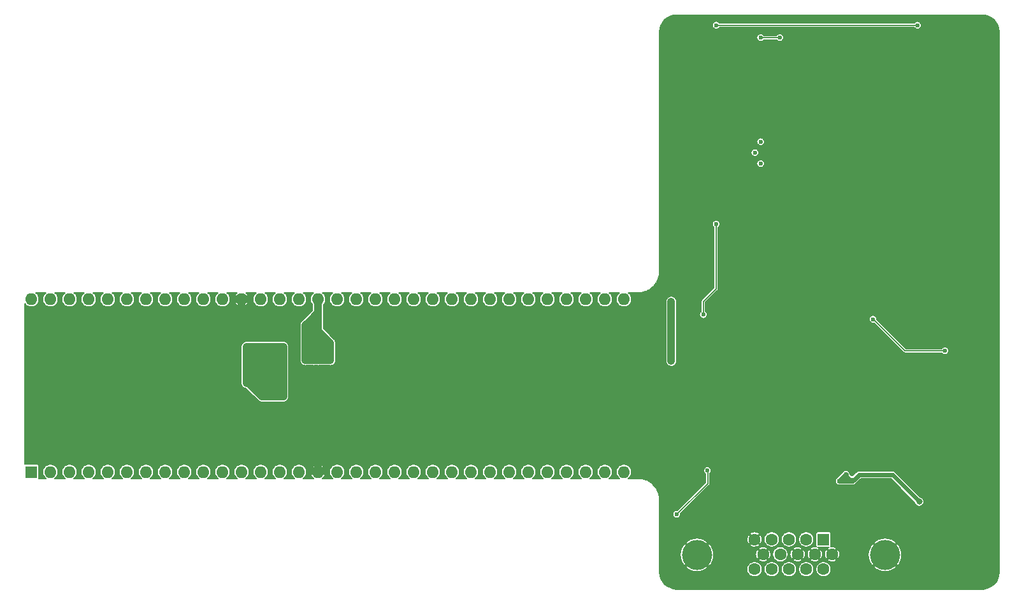
<source format=gbl>
G04 #@! TF.GenerationSoftware,KiCad,Pcbnew,(5.1.5-0-10_14)*
G04 #@! TF.CreationDate,2020-07-11T23:44:54-04:00*
G04 #@! TF.ProjectId,MacPlusVGA,4d616350-6c75-4735-9647-412e6b696361,rev?*
G04 #@! TF.SameCoordinates,Original*
G04 #@! TF.FileFunction,Copper,L2,Bot*
G04 #@! TF.FilePolarity,Positive*
%FSLAX46Y46*%
G04 Gerber Fmt 4.6, Leading zero omitted, Abs format (unit mm)*
G04 Created by KiCad (PCBNEW (5.1.5-0-10_14)) date 2020-07-11 23:44:54*
%MOMM*%
%LPD*%
G04 APERTURE LIST*
%ADD10O,1.600000X1.600000*%
%ADD11R,1.600000X1.600000*%
%ADD12C,4.000000*%
%ADD13C,1.600000*%
%ADD14C,1.000000*%
%ADD15C,0.800000*%
%ADD16C,0.600000*%
%ADD17C,1.000000*%
%ADD18C,0.150000*%
%ADD19C,0.600000*%
%ADD20C,0.152400*%
G04 APERTURE END LIST*
D10*
X86360000Y-104140000D03*
X165100000Y-127127000D03*
X88900000Y-104140000D03*
X162560000Y-127127000D03*
X91440000Y-104140000D03*
X160020000Y-127127000D03*
X93980000Y-104140000D03*
X157480000Y-127127000D03*
X96520000Y-104140000D03*
X154940000Y-127127000D03*
X99060000Y-104140000D03*
X152400000Y-127127000D03*
X101600000Y-104140000D03*
X149860000Y-127127000D03*
X104140000Y-104140000D03*
X147320000Y-127127000D03*
X106680000Y-104140000D03*
X144780000Y-127127000D03*
X109220000Y-104140000D03*
X142240000Y-127127000D03*
X111760000Y-104140000D03*
X139700000Y-127127000D03*
X114300000Y-104140000D03*
X137160000Y-127127000D03*
X116840000Y-104140000D03*
X134620000Y-127127000D03*
X119380000Y-104140000D03*
X132080000Y-127127000D03*
X121920000Y-104140000D03*
X129540000Y-127127000D03*
X124460000Y-104140000D03*
X127000000Y-127127000D03*
X127000000Y-104140000D03*
X124460000Y-127127000D03*
X129540000Y-104140000D03*
X121920000Y-127127000D03*
X132080000Y-104140000D03*
X119380000Y-127127000D03*
X134620000Y-104140000D03*
X116840000Y-127127000D03*
X137160000Y-104140000D03*
X114300000Y-127127000D03*
X139700000Y-104140000D03*
X111760000Y-127127000D03*
X142240000Y-104140000D03*
X109220000Y-127127000D03*
X144780000Y-104140000D03*
X106680000Y-127127000D03*
X147320000Y-104140000D03*
X104140000Y-127127000D03*
X149860000Y-104140000D03*
X101600000Y-127127000D03*
X152400000Y-104140000D03*
X99060000Y-127127000D03*
X154940000Y-104140000D03*
X96520000Y-127127000D03*
X157480000Y-104140000D03*
X93980000Y-127127000D03*
X160020000Y-104140000D03*
X91440000Y-127127000D03*
X162560000Y-104140000D03*
X88900000Y-127127000D03*
X165100000Y-104140000D03*
D11*
X86360000Y-127127000D03*
D12*
X199800000Y-138150000D03*
X174800000Y-138150000D03*
D13*
X182455000Y-140060000D03*
X184745000Y-140060000D03*
X187035000Y-140060000D03*
X189325000Y-140060000D03*
X191615000Y-140060000D03*
X183600000Y-138080000D03*
X185890000Y-138080000D03*
X188180000Y-138080000D03*
X190470000Y-138080000D03*
X192760000Y-138080000D03*
X182455000Y-136100000D03*
X184745000Y-136100000D03*
X187035000Y-136100000D03*
X189325000Y-136100000D03*
D11*
X191615000Y-136100000D03*
D14*
X126100000Y-112250000D03*
X122800000Y-112250000D03*
D15*
X124460000Y-108331000D03*
X123317000Y-107061000D03*
D16*
X183261000Y-83185000D03*
X183261000Y-86106000D03*
X183261000Y-69342000D03*
D14*
X171400000Y-112350000D03*
D16*
X185801000Y-69342000D03*
X182499000Y-84645500D03*
D14*
X171400000Y-104450000D03*
D16*
X172720000Y-76200000D03*
X178054000Y-76200000D03*
X198200000Y-115150000D03*
X198150000Y-112300000D03*
X198200000Y-109800000D03*
X174550000Y-112300000D03*
D15*
X200100000Y-114800000D03*
X172600000Y-116300000D03*
X176600000Y-129350000D03*
X176600000Y-101750000D03*
D16*
X186350000Y-103750000D03*
X186350000Y-106000000D03*
X190600000Y-103750000D03*
X182100000Y-103750000D03*
X182100000Y-106050000D03*
D15*
X175650000Y-102750000D03*
D14*
X126100000Y-116850000D03*
X122800000Y-116850000D03*
D15*
X126111000Y-105791000D03*
X126111000Y-108331000D03*
X127254000Y-107061000D03*
D16*
X173700000Y-125950000D03*
X202311000Y-79502000D03*
X203009500Y-80962500D03*
X202311000Y-96266000D03*
X193421000Y-86106000D03*
X193421000Y-83185000D03*
X193421000Y-69342000D03*
D15*
X196100000Y-101750000D03*
X197050000Y-102750000D03*
X196100000Y-129350000D03*
X187100000Y-129750000D03*
X185600000Y-101350000D03*
X180022500Y-86360000D03*
X181229000Y-87376000D03*
D16*
X172400000Y-104600000D03*
X170400000Y-105000000D03*
X172402500Y-112649000D03*
X170400000Y-111500000D03*
X127100000Y-111500000D03*
X174450000Y-106750000D03*
D15*
X203000000Y-112850000D03*
X204150000Y-114100000D03*
D16*
X189700000Y-128500000D03*
X188900000Y-129650000D03*
X173100000Y-132550000D03*
X172300000Y-131750000D03*
X200800000Y-110150000D03*
X201600000Y-109350000D03*
X204000000Y-106900000D03*
X201850000Y-111200000D03*
X202650000Y-110400000D03*
X199000000Y-106750000D03*
X207200000Y-110450000D03*
X207200000Y-111550000D03*
X204600000Y-110450000D03*
X204600000Y-111550000D03*
X204600000Y-108450000D03*
X174500000Y-121300000D03*
X176900000Y-121300000D03*
X174500000Y-118800000D03*
X176900000Y-118800000D03*
X173550000Y-117200000D03*
X174500000Y-115950000D03*
X188000000Y-128750000D03*
X190600000Y-127400000D03*
X197000000Y-128350000D03*
X186350000Y-125050000D03*
X186350000Y-127400000D03*
X190600000Y-125000000D03*
X195400000Y-127350000D03*
X195700000Y-126200000D03*
X195400000Y-125050000D03*
X182100000Y-125000000D03*
X195800000Y-121300000D03*
X198200000Y-121300000D03*
X198200000Y-118800000D03*
X195800000Y-118800000D03*
X170950000Y-123200000D03*
X176900000Y-115900000D03*
X176900000Y-109800000D03*
X177000000Y-104900000D03*
X177300000Y-125050000D03*
X177300000Y-127350000D03*
X177000000Y-126200000D03*
X182100000Y-127400000D03*
X174500000Y-109800000D03*
X176900000Y-112300000D03*
X177300000Y-106050000D03*
X177300000Y-103750000D03*
X202311000Y-82486500D03*
X202311000Y-99250500D03*
X203073000Y-97726500D03*
X190600000Y-106100000D03*
X195400000Y-103750000D03*
X194600000Y-129950000D03*
X195700000Y-104900000D03*
X195400000Y-106050000D03*
X195800000Y-112300000D03*
X195800000Y-109800000D03*
X195800000Y-115150000D03*
X184700000Y-102350000D03*
X175700000Y-128350000D03*
X199450000Y-113900000D03*
X195800000Y-100250000D03*
D15*
X180022500Y-69596000D03*
X181229000Y-70612000D03*
D16*
X108648500Y-111125000D03*
X106108500Y-109029500D03*
X114046000Y-119062500D03*
X111823500Y-119380000D03*
X109601000Y-119697500D03*
X107315000Y-119951500D03*
X105092500Y-120269000D03*
X102870000Y-120586500D03*
X199600000Y-101000000D03*
X191850000Y-100150000D03*
X111188500Y-113220500D03*
X103568500Y-106934000D03*
X100330000Y-123253500D03*
X102235000Y-123888500D03*
X104457500Y-124206000D03*
X98107500Y-122936000D03*
X95885000Y-122618500D03*
X93599000Y-122364500D03*
X91376500Y-122047000D03*
X106743500Y-124460000D03*
X159512000Y-125095000D03*
X161988500Y-125349000D03*
X163830000Y-125666500D03*
X157226000Y-124777500D03*
X108077000Y-124777500D03*
X168973500Y-125984000D03*
X171259500Y-128270000D03*
X116014500Y-117538500D03*
X121793000Y-109918500D03*
X121348500Y-106934000D03*
X130175000Y-109791500D03*
X132397500Y-109474000D03*
X134620000Y-109156500D03*
X136906000Y-108902500D03*
X139128500Y-108585000D03*
X141351000Y-108267500D03*
X143573500Y-107950000D03*
X145859500Y-107696000D03*
X148082000Y-107378500D03*
X150304500Y-107061000D03*
X152527000Y-106743500D03*
X154813000Y-106489500D03*
X157035500Y-106172000D03*
X100584000Y-120840500D03*
X159448500Y-105854500D03*
X161290000Y-105600500D03*
X163830000Y-105283000D03*
X166751000Y-104965500D03*
X112331500Y-113919000D03*
X100330000Y-105346500D03*
X97790000Y-105346500D03*
X95250000Y-105346500D03*
X92710000Y-105346500D03*
X90170000Y-105346500D03*
X87630000Y-105346500D03*
X102870000Y-105346500D03*
X105410000Y-105346500D03*
X107950000Y-105346500D03*
X110490000Y-105346500D03*
X118110000Y-105346500D03*
X120650000Y-105346500D03*
X130810000Y-105346500D03*
X128270000Y-105346500D03*
X135890000Y-105346500D03*
X133350000Y-105346500D03*
X140970000Y-105346500D03*
X138430000Y-105346500D03*
X146050000Y-105346500D03*
X143510000Y-105346500D03*
X151130000Y-105346500D03*
X148590000Y-105346500D03*
X153670000Y-105346500D03*
X100330000Y-125666500D03*
X97790000Y-125666500D03*
X87630000Y-125666500D03*
X95250000Y-125666500D03*
X90170000Y-125666500D03*
X92710000Y-125666500D03*
X102870000Y-125666500D03*
X105410000Y-125666500D03*
X202247500Y-106108500D03*
X201676000Y-73152000D03*
X200406000Y-72263000D03*
X199136000Y-71501000D03*
X197866000Y-70612000D03*
X196596000Y-69850000D03*
X195326000Y-69850000D03*
X202184000Y-77152500D03*
X191516000Y-69850000D03*
X190246000Y-69850000D03*
X188976000Y-69850000D03*
X187706000Y-69850000D03*
X186436000Y-69977000D03*
X185166000Y-69977000D03*
X183896000Y-69977000D03*
X200406000Y-86614000D03*
X201676000Y-86614000D03*
X199136000Y-86614000D03*
X197231000Y-86614000D03*
X185166000Y-87757000D03*
X184531000Y-78867000D03*
X185801000Y-78867000D03*
X187071000Y-78867000D03*
X189611000Y-78867000D03*
X190881000Y-78867000D03*
X188341000Y-78867000D03*
X192786000Y-78867000D03*
X195326000Y-78867000D03*
X197866000Y-95885000D03*
X199771000Y-95885000D03*
X201041000Y-95885000D03*
X176800000Y-98750000D03*
X177900000Y-98750000D03*
D15*
X204343000Y-133604000D03*
X204343000Y-136144000D03*
D16*
X170180000Y-140462000D03*
X172085000Y-142367000D03*
X177165000Y-142367000D03*
X170180000Y-135382000D03*
X212725000Y-142367000D03*
X214630000Y-140462000D03*
X207645000Y-142367000D03*
X202565000Y-142367000D03*
X197485000Y-142367000D03*
X214630000Y-135382000D03*
X214630000Y-125222000D03*
X214630000Y-130302000D03*
X214630000Y-120142000D03*
X214630000Y-115062000D03*
X214630000Y-104902000D03*
X214630000Y-109982000D03*
X214630000Y-99822000D03*
X214630000Y-94742000D03*
X214630000Y-89662000D03*
X214630000Y-84582000D03*
X214630000Y-74422000D03*
X214630000Y-79502000D03*
X214630000Y-68580000D03*
X212725000Y-66675000D03*
X207645000Y-66675000D03*
X172085000Y-66675000D03*
X177165000Y-66675000D03*
X170180000Y-68580000D03*
X170180000Y-73660000D03*
X170180000Y-78740000D03*
X170053000Y-83820000D03*
X170053000Y-88900000D03*
X170053000Y-93980000D03*
X170053000Y-99060000D03*
X86614000Y-115570000D03*
X85852000Y-110490000D03*
X85852000Y-120650000D03*
X85852000Y-124460000D03*
X85852000Y-106680000D03*
D15*
X129550000Y-114100000D03*
X132050000Y-114100000D03*
X130800000Y-115150000D03*
X128700000Y-116250000D03*
X127450000Y-117350000D03*
D16*
X185166000Y-95885000D03*
X182245000Y-66675000D03*
X203327000Y-66675000D03*
X199550000Y-126700000D03*
X200750000Y-126700000D03*
X199550000Y-128300000D03*
X200750000Y-128600000D03*
X180450000Y-93550000D03*
X172720000Y-71120000D03*
X172593000Y-86360000D03*
X172720000Y-81280000D03*
X175260000Y-68453000D03*
X175133000Y-83693000D03*
X175260000Y-78613000D03*
X175260000Y-73533000D03*
X212090000Y-107442000D03*
X212090000Y-117602000D03*
X212090000Y-92202000D03*
X212090000Y-82042000D03*
X212090000Y-87122000D03*
X212090000Y-97282000D03*
X212090000Y-76962000D03*
X212090000Y-102362000D03*
X212090000Y-112522000D03*
X208280000Y-138557000D03*
X177900000Y-96550000D03*
X176800000Y-95150000D03*
X178100000Y-93800000D03*
X176800000Y-97650000D03*
X178054000Y-81280000D03*
X178054000Y-71120000D03*
X178054000Y-86360000D03*
X172593000Y-91440000D03*
X175133000Y-88773000D03*
X175133000Y-93853000D03*
X172593000Y-96520000D03*
X207264000Y-87122000D03*
X207264000Y-82042000D03*
X207264000Y-97282000D03*
X207264000Y-102362000D03*
X207264000Y-92202000D03*
X207264000Y-107442000D03*
X209804000Y-104902000D03*
X209804000Y-89662000D03*
X209804000Y-79502000D03*
X209804000Y-84582000D03*
X209804000Y-94742000D03*
X209804000Y-99822000D03*
X209804000Y-74422000D03*
X207264000Y-76962000D03*
X212090000Y-71882000D03*
X204724000Y-74422000D03*
X207264000Y-71882000D03*
X209931000Y-69215000D03*
X138430000Y-116205000D03*
X143510000Y-116205000D03*
X140970000Y-113284000D03*
X146050000Y-113284000D03*
X148590000Y-116205000D03*
X151130000Y-113284000D03*
X153670000Y-116205000D03*
X156210000Y-113284000D03*
X158750000Y-116205000D03*
X161290000Y-113284000D03*
X163830000Y-116205000D03*
X168910000Y-116205000D03*
X166370000Y-113284000D03*
X135890000Y-113284000D03*
X133350000Y-116205000D03*
X209804000Y-109982000D03*
X209804000Y-115062000D03*
X209804000Y-120142000D03*
X204724000Y-120142000D03*
X207264000Y-117602000D03*
X207264000Y-122682000D03*
X202184000Y-122682000D03*
X199644000Y-120142000D03*
X212344000Y-122682000D03*
X183800000Y-129100000D03*
X88392000Y-118110000D03*
X88392000Y-113030000D03*
X90932000Y-115570000D03*
X90932000Y-120650000D03*
X93472000Y-118110000D03*
X96012000Y-120650000D03*
X116840000Y-107950000D03*
X184023000Y-132461000D03*
X171450000Y-113411000D03*
X167850000Y-114100000D03*
X170150000Y-114100000D03*
X169000000Y-115100000D03*
X204724000Y-69342000D03*
X122555000Y-106426000D03*
X127127000Y-109728000D03*
X190750000Y-100550000D03*
X194600000Y-127400000D03*
D14*
X118150000Y-117100000D03*
D16*
X193700000Y-128350000D03*
D15*
X204343000Y-131064000D03*
D14*
X119850000Y-113800000D03*
X119850000Y-115300000D03*
X116450000Y-113800000D03*
X116450000Y-115300000D03*
X118150000Y-111950000D03*
X116450000Y-111950000D03*
X119850000Y-111950000D03*
X119850000Y-117100000D03*
X114950000Y-113800000D03*
X114950000Y-115300000D03*
X119850000Y-110450000D03*
X118150000Y-110450000D03*
X116450000Y-110450000D03*
X114950000Y-111950000D03*
X114950000Y-110450000D03*
D16*
X207750000Y-111000000D03*
X198200000Y-106800000D03*
X176200000Y-126950000D03*
X172100000Y-132750000D03*
X175650000Y-106200000D03*
X204089000Y-67691000D03*
X177350000Y-94150000D03*
X177350000Y-67691000D03*
D17*
X124460000Y-110610000D02*
X126100000Y-112250000D01*
X124440000Y-110610000D02*
X122800000Y-112250000D01*
X124460000Y-110610000D02*
X124440000Y-110610000D01*
X124467000Y-108338000D02*
X124460000Y-108331000D01*
X126100000Y-112250000D02*
X124467000Y-112250000D01*
X124460000Y-104140000D02*
X124460000Y-108331000D01*
X124460000Y-105918000D02*
X123317000Y-107061000D01*
X124460000Y-104140000D02*
X124460000Y-105918000D01*
X124460000Y-108204000D02*
X124460000Y-108331000D01*
X123317000Y-107061000D02*
X124460000Y-108204000D01*
X124467000Y-112250000D02*
X124467000Y-108338000D01*
X123317000Y-111733000D02*
X123317000Y-107061000D01*
X122800000Y-112250000D02*
X123317000Y-111733000D01*
X123900000Y-107644000D02*
X123900000Y-112250000D01*
X123900000Y-112250000D02*
X122800000Y-112250000D01*
X123317000Y-107061000D02*
X123900000Y-107644000D01*
X124467000Y-112250000D02*
X123900000Y-112250000D01*
X126100000Y-109971000D02*
X124460000Y-108331000D01*
X126100000Y-112250000D02*
X126100000Y-109971000D01*
X126100000Y-112250000D02*
X126100000Y-111050000D01*
X124460000Y-109410000D02*
X124460000Y-108331000D01*
X126100000Y-111050000D02*
X124460000Y-109410000D01*
X122800000Y-107578000D02*
X123317000Y-107061000D01*
X122800000Y-112250000D02*
X122800000Y-107578000D01*
D18*
X185801000Y-69342000D02*
X183134000Y-69342000D01*
D17*
X171400000Y-112350000D02*
X171400000Y-104450000D01*
X114300000Y-104140000D02*
X114300000Y-105537000D01*
X114300000Y-104140000D02*
X113284000Y-104140000D01*
X114300000Y-104140000D02*
X115316000Y-104140000D01*
X124460000Y-127000000D02*
X124460000Y-125603000D01*
X124460000Y-127000000D02*
X123444000Y-127000000D01*
X124460000Y-127000000D02*
X125476000Y-127000000D01*
D19*
X195500000Y-128350000D02*
X196342000Y-127508000D01*
X193700000Y-128350000D02*
X195500000Y-128350000D01*
X200787000Y-127508000D02*
X204343000Y-131064000D01*
X196342000Y-127508000D02*
X200787000Y-127508000D01*
D17*
X116450000Y-111950000D02*
X118150000Y-111950000D01*
X116450000Y-111950000D02*
X116450000Y-113800000D01*
X116450000Y-113800000D02*
X116450000Y-115300000D01*
X116450000Y-115300000D02*
X119850000Y-115300000D01*
X119850000Y-115300000D02*
X119850000Y-113800000D01*
X119850000Y-113800000D02*
X119850000Y-111950000D01*
X119850000Y-111950000D02*
X118150000Y-111950000D01*
X116450000Y-113800000D02*
X119850000Y-113800000D01*
X119850000Y-113650000D02*
X118150000Y-111950000D01*
X119850000Y-115300000D02*
X119850000Y-113650000D01*
X116450000Y-113650000D02*
X118150000Y-111950000D01*
X116450000Y-115300000D02*
X116450000Y-113650000D01*
X118150000Y-113600000D02*
X119850000Y-115300000D01*
X118150000Y-111950000D02*
X118150000Y-113600000D01*
X118150000Y-113600000D02*
X116450000Y-115300000D01*
X118000000Y-113800000D02*
X119850000Y-111950000D01*
X116450000Y-113800000D02*
X118000000Y-113800000D01*
X118300000Y-113800000D02*
X116450000Y-111950000D01*
X119850000Y-113800000D02*
X118300000Y-113800000D01*
X117950000Y-115300000D02*
X119850000Y-115300000D01*
X116450000Y-113800000D02*
X117950000Y-115300000D01*
X118350000Y-115300000D02*
X116450000Y-115300000D01*
X117300000Y-113800000D02*
X118500000Y-115000000D01*
X116450000Y-113800000D02*
X117300000Y-113800000D01*
X118500000Y-115000000D02*
X118350000Y-115300000D01*
X119850000Y-113800000D02*
X118500000Y-115000000D01*
X114950000Y-113800000D02*
X116450000Y-113800000D01*
X116450000Y-112300000D02*
X114950000Y-113800000D01*
X116450000Y-111950000D02*
X116450000Y-112300000D01*
X114950000Y-111950000D02*
X116450000Y-113450000D01*
X116450000Y-113450000D02*
X116450000Y-113800000D01*
X114950000Y-111950000D02*
X116450000Y-111950000D01*
X114950000Y-111950000D02*
X114950000Y-113800000D01*
X114950000Y-111950000D02*
X114950000Y-110450000D01*
X114950000Y-110450000D02*
X116450000Y-110450000D01*
X116450000Y-110450000D02*
X116450000Y-111950000D01*
X114950000Y-111950000D02*
X116450000Y-110450000D01*
X116450000Y-110450000D02*
X118150000Y-110450000D01*
X118150000Y-110450000D02*
X119850000Y-110450000D01*
X119850000Y-110450000D02*
X119850000Y-111950000D01*
X118150000Y-111950000D02*
X118150000Y-110450000D01*
X116650000Y-111950000D02*
X118150000Y-110450000D01*
X116450000Y-111950000D02*
X116650000Y-111950000D01*
X118350000Y-110450000D02*
X119850000Y-111950000D01*
X118150000Y-110450000D02*
X118350000Y-110450000D01*
X114950000Y-113800000D02*
X114950000Y-115300000D01*
X114950000Y-115300000D02*
X116450000Y-113800000D01*
X119850000Y-117100000D02*
X119850000Y-115300000D01*
X118150000Y-117100000D02*
X119850000Y-117100000D01*
X119850000Y-115400000D02*
X118150000Y-117100000D01*
X119850000Y-115300000D02*
X119850000Y-115400000D01*
X116450000Y-115400000D02*
X118150000Y-117100000D01*
X116450000Y-115300000D02*
X116450000Y-115400000D01*
X116450000Y-115300000D02*
X114950000Y-115300000D01*
X114950000Y-115300000D02*
X115200000Y-115300000D01*
X117000000Y-117100000D02*
X118150000Y-117100000D01*
X115200000Y-115300000D02*
X117000000Y-117100000D01*
X118050000Y-115300000D02*
X116450000Y-115300000D01*
X119850000Y-117100000D02*
X118050000Y-115300000D01*
X118150000Y-115500000D02*
X116450000Y-113800000D01*
X118150000Y-117100000D02*
X118150000Y-115500000D01*
X118150000Y-117000000D02*
X114950000Y-113800000D01*
X118150000Y-117100000D02*
X118150000Y-117000000D01*
D19*
X194600000Y-127450000D02*
X193700000Y-128350000D01*
X194600000Y-127400000D02*
X194600000Y-127450000D01*
X194600000Y-127400000D02*
X194600000Y-128350000D01*
X194600000Y-127400000D02*
X194600000Y-127650000D01*
X195300000Y-128350000D02*
X195500000Y-128350000D01*
X194600000Y-127650000D02*
X195300000Y-128350000D01*
X193700000Y-128350000D02*
X193950000Y-128100000D01*
X193700000Y-128350000D02*
X193900000Y-128150000D01*
X195700000Y-128150000D02*
X196342000Y-127508000D01*
X193900000Y-128150000D02*
X195700000Y-128150000D01*
X193700000Y-128300000D02*
X193700000Y-128350000D01*
X194600000Y-127400000D02*
X193700000Y-128300000D01*
D18*
X202450000Y-111000000D02*
X207750000Y-111000000D01*
X198250000Y-106800000D02*
X202450000Y-111000000D01*
X198200000Y-106800000D02*
X198250000Y-106800000D01*
X176250000Y-128650000D02*
X176250000Y-127000000D01*
X172150000Y-132750000D02*
X176250000Y-128650000D01*
X176250000Y-127000000D02*
X176200000Y-126950000D01*
X172100000Y-132750000D02*
X172150000Y-132750000D01*
X175650000Y-104450000D02*
X175650000Y-106200000D01*
X177350000Y-102750000D02*
X175650000Y-104450000D01*
X177350000Y-94150000D02*
X177350000Y-102750000D01*
X204089000Y-67691000D02*
X177350000Y-67691000D01*
D20*
G36*
X213159104Y-66387620D02*
G01*
X213576668Y-66513690D01*
X213961802Y-66718469D01*
X214299817Y-66994147D01*
X214577853Y-67330236D01*
X214785313Y-67713926D01*
X214914295Y-68130600D01*
X214961394Y-68578711D01*
X214961400Y-68580489D01*
X214961401Y-140447142D01*
X214917380Y-140896104D01*
X214791309Y-141313671D01*
X214586531Y-141698802D01*
X214310853Y-142036817D01*
X213974762Y-142314854D01*
X213591078Y-142522311D01*
X213174400Y-142651295D01*
X212726289Y-142698394D01*
X212724510Y-142698400D01*
X172099848Y-142698400D01*
X171650896Y-142654380D01*
X171233329Y-142528309D01*
X170848198Y-142323531D01*
X170510183Y-142047853D01*
X170232146Y-141711762D01*
X170024689Y-141328078D01*
X169895705Y-140911400D01*
X169848606Y-140463289D01*
X169848600Y-140461510D01*
X169848600Y-139744374D01*
X173309995Y-139744374D01*
X173544144Y-140004094D01*
X173929991Y-140213474D01*
X174349272Y-140343556D01*
X174785874Y-140389340D01*
X175223019Y-140349067D01*
X175643907Y-140224286D01*
X176032365Y-140019790D01*
X176055856Y-140004094D01*
X176096787Y-139958692D01*
X181426400Y-139958692D01*
X181426400Y-140161308D01*
X181465928Y-140360032D01*
X181543466Y-140547225D01*
X181656034Y-140715694D01*
X181799306Y-140858966D01*
X181967775Y-140971534D01*
X182154968Y-141049072D01*
X182353692Y-141088600D01*
X182556308Y-141088600D01*
X182755032Y-141049072D01*
X182942225Y-140971534D01*
X183110694Y-140858966D01*
X183253966Y-140715694D01*
X183366534Y-140547225D01*
X183444072Y-140360032D01*
X183483600Y-140161308D01*
X183483600Y-139958692D01*
X183716400Y-139958692D01*
X183716400Y-140161308D01*
X183755928Y-140360032D01*
X183833466Y-140547225D01*
X183946034Y-140715694D01*
X184089306Y-140858966D01*
X184257775Y-140971534D01*
X184444968Y-141049072D01*
X184643692Y-141088600D01*
X184846308Y-141088600D01*
X185045032Y-141049072D01*
X185232225Y-140971534D01*
X185400694Y-140858966D01*
X185543966Y-140715694D01*
X185656534Y-140547225D01*
X185734072Y-140360032D01*
X185773600Y-140161308D01*
X185773600Y-139958692D01*
X186006400Y-139958692D01*
X186006400Y-140161308D01*
X186045928Y-140360032D01*
X186123466Y-140547225D01*
X186236034Y-140715694D01*
X186379306Y-140858966D01*
X186547775Y-140971534D01*
X186734968Y-141049072D01*
X186933692Y-141088600D01*
X187136308Y-141088600D01*
X187335032Y-141049072D01*
X187522225Y-140971534D01*
X187690694Y-140858966D01*
X187833966Y-140715694D01*
X187946534Y-140547225D01*
X188024072Y-140360032D01*
X188063600Y-140161308D01*
X188063600Y-139958692D01*
X188296400Y-139958692D01*
X188296400Y-140161308D01*
X188335928Y-140360032D01*
X188413466Y-140547225D01*
X188526034Y-140715694D01*
X188669306Y-140858966D01*
X188837775Y-140971534D01*
X189024968Y-141049072D01*
X189223692Y-141088600D01*
X189426308Y-141088600D01*
X189625032Y-141049072D01*
X189812225Y-140971534D01*
X189980694Y-140858966D01*
X190123966Y-140715694D01*
X190236534Y-140547225D01*
X190314072Y-140360032D01*
X190353600Y-140161308D01*
X190353600Y-139958692D01*
X190586400Y-139958692D01*
X190586400Y-140161308D01*
X190625928Y-140360032D01*
X190703466Y-140547225D01*
X190816034Y-140715694D01*
X190959306Y-140858966D01*
X191127775Y-140971534D01*
X191314968Y-141049072D01*
X191513692Y-141088600D01*
X191716308Y-141088600D01*
X191915032Y-141049072D01*
X192102225Y-140971534D01*
X192270694Y-140858966D01*
X192413966Y-140715694D01*
X192526534Y-140547225D01*
X192604072Y-140360032D01*
X192643600Y-140161308D01*
X192643600Y-139958692D01*
X192604072Y-139759968D01*
X192597613Y-139744374D01*
X198309995Y-139744374D01*
X198544144Y-140004094D01*
X198929991Y-140213474D01*
X199349272Y-140343556D01*
X199785874Y-140389340D01*
X200223019Y-140349067D01*
X200643907Y-140224286D01*
X201032365Y-140019790D01*
X201055856Y-140004094D01*
X201290005Y-139744374D01*
X199800000Y-138254369D01*
X198309995Y-139744374D01*
X192597613Y-139744374D01*
X192526534Y-139572775D01*
X192413966Y-139404306D01*
X192270694Y-139261034D01*
X192102225Y-139148466D01*
X191915032Y-139070928D01*
X191716308Y-139031400D01*
X191513692Y-139031400D01*
X191314968Y-139070928D01*
X191127775Y-139148466D01*
X190959306Y-139261034D01*
X190816034Y-139404306D01*
X190703466Y-139572775D01*
X190625928Y-139759968D01*
X190586400Y-139958692D01*
X190353600Y-139958692D01*
X190314072Y-139759968D01*
X190236534Y-139572775D01*
X190123966Y-139404306D01*
X189980694Y-139261034D01*
X189812225Y-139148466D01*
X189625032Y-139070928D01*
X189426308Y-139031400D01*
X189223692Y-139031400D01*
X189024968Y-139070928D01*
X188837775Y-139148466D01*
X188669306Y-139261034D01*
X188526034Y-139404306D01*
X188413466Y-139572775D01*
X188335928Y-139759968D01*
X188296400Y-139958692D01*
X188063600Y-139958692D01*
X188024072Y-139759968D01*
X187946534Y-139572775D01*
X187833966Y-139404306D01*
X187690694Y-139261034D01*
X187522225Y-139148466D01*
X187335032Y-139070928D01*
X187136308Y-139031400D01*
X186933692Y-139031400D01*
X186734968Y-139070928D01*
X186547775Y-139148466D01*
X186379306Y-139261034D01*
X186236034Y-139404306D01*
X186123466Y-139572775D01*
X186045928Y-139759968D01*
X186006400Y-139958692D01*
X185773600Y-139958692D01*
X185734072Y-139759968D01*
X185656534Y-139572775D01*
X185543966Y-139404306D01*
X185400694Y-139261034D01*
X185232225Y-139148466D01*
X185045032Y-139070928D01*
X184846308Y-139031400D01*
X184643692Y-139031400D01*
X184444968Y-139070928D01*
X184257775Y-139148466D01*
X184089306Y-139261034D01*
X183946034Y-139404306D01*
X183833466Y-139572775D01*
X183755928Y-139759968D01*
X183716400Y-139958692D01*
X183483600Y-139958692D01*
X183444072Y-139759968D01*
X183366534Y-139572775D01*
X183253966Y-139404306D01*
X183110694Y-139261034D01*
X182942225Y-139148466D01*
X182755032Y-139070928D01*
X182556308Y-139031400D01*
X182353692Y-139031400D01*
X182154968Y-139070928D01*
X181967775Y-139148466D01*
X181799306Y-139261034D01*
X181656034Y-139404306D01*
X181543466Y-139572775D01*
X181465928Y-139759968D01*
X181426400Y-139958692D01*
X176096787Y-139958692D01*
X176290005Y-139744374D01*
X174800000Y-138254369D01*
X173309995Y-139744374D01*
X169848600Y-139744374D01*
X169848600Y-138135874D01*
X172560660Y-138135874D01*
X172600933Y-138573019D01*
X172725714Y-138993907D01*
X172930210Y-139382365D01*
X172945906Y-139405856D01*
X173205626Y-139640005D01*
X174695631Y-138150000D01*
X174904369Y-138150000D01*
X176394374Y-139640005D01*
X176654094Y-139405856D01*
X176863474Y-139020009D01*
X176925325Y-138820648D01*
X182963721Y-138820648D01*
X183053735Y-138957426D01*
X183235408Y-139047138D01*
X183431093Y-139099683D01*
X183633268Y-139113042D01*
X183834165Y-139086702D01*
X184026064Y-139021675D01*
X184146265Y-138957426D01*
X184236279Y-138820648D01*
X183600000Y-138184369D01*
X182963721Y-138820648D01*
X176925325Y-138820648D01*
X176993556Y-138600728D01*
X177039340Y-138164126D01*
X177034655Y-138113268D01*
X182566958Y-138113268D01*
X182593298Y-138314165D01*
X182658325Y-138506064D01*
X182722574Y-138626265D01*
X182859352Y-138716279D01*
X183495631Y-138080000D01*
X183704369Y-138080000D01*
X184340648Y-138716279D01*
X184477426Y-138626265D01*
X184567138Y-138444592D01*
X184619683Y-138248907D01*
X184633042Y-138046732D01*
X184624122Y-137978692D01*
X184861400Y-137978692D01*
X184861400Y-138181308D01*
X184900928Y-138380032D01*
X184978466Y-138567225D01*
X185091034Y-138735694D01*
X185234306Y-138878966D01*
X185402775Y-138991534D01*
X185589968Y-139069072D01*
X185788692Y-139108600D01*
X185991308Y-139108600D01*
X186190032Y-139069072D01*
X186377225Y-138991534D01*
X186545694Y-138878966D01*
X186604012Y-138820648D01*
X187543721Y-138820648D01*
X187633735Y-138957426D01*
X187815408Y-139047138D01*
X188011093Y-139099683D01*
X188213268Y-139113042D01*
X188414165Y-139086702D01*
X188606064Y-139021675D01*
X188726265Y-138957426D01*
X188816279Y-138820648D01*
X189833721Y-138820648D01*
X189923735Y-138957426D01*
X190105408Y-139047138D01*
X190301093Y-139099683D01*
X190503268Y-139113042D01*
X190704165Y-139086702D01*
X190896064Y-139021675D01*
X191016265Y-138957426D01*
X191106279Y-138820648D01*
X192123721Y-138820648D01*
X192213735Y-138957426D01*
X192395408Y-139047138D01*
X192591093Y-139099683D01*
X192793268Y-139113042D01*
X192994165Y-139086702D01*
X193186064Y-139021675D01*
X193306265Y-138957426D01*
X193396279Y-138820648D01*
X192760000Y-138184369D01*
X192123721Y-138820648D01*
X191106279Y-138820648D01*
X190470000Y-138184369D01*
X189833721Y-138820648D01*
X188816279Y-138820648D01*
X188180000Y-138184369D01*
X187543721Y-138820648D01*
X186604012Y-138820648D01*
X186688966Y-138735694D01*
X186801534Y-138567225D01*
X186879072Y-138380032D01*
X186918600Y-138181308D01*
X186918600Y-138113268D01*
X187146958Y-138113268D01*
X187173298Y-138314165D01*
X187238325Y-138506064D01*
X187302574Y-138626265D01*
X187439352Y-138716279D01*
X188075631Y-138080000D01*
X188284369Y-138080000D01*
X188920648Y-138716279D01*
X189057426Y-138626265D01*
X189147138Y-138444592D01*
X189199683Y-138248907D01*
X189208645Y-138113268D01*
X189436958Y-138113268D01*
X189463298Y-138314165D01*
X189528325Y-138506064D01*
X189592574Y-138626265D01*
X189729352Y-138716279D01*
X190365631Y-138080000D01*
X190574369Y-138080000D01*
X191210648Y-138716279D01*
X191347426Y-138626265D01*
X191437138Y-138444592D01*
X191489683Y-138248907D01*
X191498645Y-138113268D01*
X191726958Y-138113268D01*
X191753298Y-138314165D01*
X191818325Y-138506064D01*
X191882574Y-138626265D01*
X192019352Y-138716279D01*
X192655631Y-138080000D01*
X192864369Y-138080000D01*
X193500648Y-138716279D01*
X193637426Y-138626265D01*
X193727138Y-138444592D01*
X193779683Y-138248907D01*
X193787151Y-138135874D01*
X197560660Y-138135874D01*
X197600933Y-138573019D01*
X197725714Y-138993907D01*
X197930210Y-139382365D01*
X197945906Y-139405856D01*
X198205626Y-139640005D01*
X199695631Y-138150000D01*
X199904369Y-138150000D01*
X201394374Y-139640005D01*
X201654094Y-139405856D01*
X201863474Y-139020009D01*
X201993556Y-138600728D01*
X202039340Y-138164126D01*
X201999067Y-137726981D01*
X201874286Y-137306093D01*
X201669790Y-136917635D01*
X201654094Y-136894144D01*
X201394374Y-136659995D01*
X199904369Y-138150000D01*
X199695631Y-138150000D01*
X198205626Y-136659995D01*
X197945906Y-136894144D01*
X197736526Y-137279991D01*
X197606444Y-137699272D01*
X197560660Y-138135874D01*
X193787151Y-138135874D01*
X193793042Y-138046732D01*
X193766702Y-137845835D01*
X193701675Y-137653936D01*
X193637426Y-137533735D01*
X193500648Y-137443721D01*
X192864369Y-138080000D01*
X192655631Y-138080000D01*
X192019352Y-137443721D01*
X191882574Y-137533735D01*
X191792862Y-137715408D01*
X191740317Y-137911093D01*
X191726958Y-138113268D01*
X191498645Y-138113268D01*
X191503042Y-138046732D01*
X191476702Y-137845835D01*
X191411675Y-137653936D01*
X191347426Y-137533735D01*
X191210648Y-137443721D01*
X190574369Y-138080000D01*
X190365631Y-138080000D01*
X189729352Y-137443721D01*
X189592574Y-137533735D01*
X189502862Y-137715408D01*
X189450317Y-137911093D01*
X189436958Y-138113268D01*
X189208645Y-138113268D01*
X189213042Y-138046732D01*
X189186702Y-137845835D01*
X189121675Y-137653936D01*
X189057426Y-137533735D01*
X188920648Y-137443721D01*
X188284369Y-138080000D01*
X188075631Y-138080000D01*
X187439352Y-137443721D01*
X187302574Y-137533735D01*
X187212862Y-137715408D01*
X187160317Y-137911093D01*
X187146958Y-138113268D01*
X186918600Y-138113268D01*
X186918600Y-137978692D01*
X186879072Y-137779968D01*
X186801534Y-137592775D01*
X186688966Y-137424306D01*
X186604012Y-137339352D01*
X187543721Y-137339352D01*
X188180000Y-137975631D01*
X188816279Y-137339352D01*
X189833721Y-137339352D01*
X190470000Y-137975631D01*
X191106279Y-137339352D01*
X191016265Y-137202574D01*
X190868702Y-137129706D01*
X192359371Y-137129706D01*
X192333936Y-137138325D01*
X192213735Y-137202574D01*
X192123721Y-137339352D01*
X192760000Y-137975631D01*
X193396279Y-137339352D01*
X193306265Y-137202574D01*
X193124592Y-137112862D01*
X192928907Y-137060317D01*
X192726732Y-137046958D01*
X192571472Y-137067315D01*
X192577427Y-137062427D01*
X192605994Y-137027618D01*
X192627221Y-136987905D01*
X192640292Y-136944813D01*
X192644706Y-136900000D01*
X192644706Y-136555626D01*
X198309995Y-136555626D01*
X199800000Y-138045631D01*
X201290005Y-136555626D01*
X201055856Y-136295906D01*
X200670009Y-136086526D01*
X200250728Y-135956444D01*
X199814126Y-135910660D01*
X199376981Y-135950933D01*
X198956093Y-136075714D01*
X198567635Y-136280210D01*
X198544144Y-136295906D01*
X198309995Y-136555626D01*
X192644706Y-136555626D01*
X192644706Y-135300000D01*
X192640292Y-135255187D01*
X192627221Y-135212095D01*
X192605994Y-135172382D01*
X192577427Y-135137573D01*
X192542618Y-135109006D01*
X192502905Y-135087779D01*
X192459813Y-135074708D01*
X192415000Y-135070294D01*
X190815000Y-135070294D01*
X190770187Y-135074708D01*
X190727095Y-135087779D01*
X190687382Y-135109006D01*
X190652573Y-135137573D01*
X190624006Y-135172382D01*
X190602779Y-135212095D01*
X190589708Y-135255187D01*
X190585294Y-135300000D01*
X190585294Y-136900000D01*
X190589708Y-136944813D01*
X190602779Y-136987905D01*
X190624006Y-137027618D01*
X190652573Y-137062427D01*
X190655397Y-137064745D01*
X190638907Y-137060317D01*
X190436732Y-137046958D01*
X190235835Y-137073298D01*
X190043936Y-137138325D01*
X189923735Y-137202574D01*
X189833721Y-137339352D01*
X188816279Y-137339352D01*
X188726265Y-137202574D01*
X188544592Y-137112862D01*
X188348907Y-137060317D01*
X188146732Y-137046958D01*
X187945835Y-137073298D01*
X187753936Y-137138325D01*
X187633735Y-137202574D01*
X187543721Y-137339352D01*
X186604012Y-137339352D01*
X186545694Y-137281034D01*
X186377225Y-137168466D01*
X186190032Y-137090928D01*
X185991308Y-137051400D01*
X185788692Y-137051400D01*
X185589968Y-137090928D01*
X185402775Y-137168466D01*
X185234306Y-137281034D01*
X185091034Y-137424306D01*
X184978466Y-137592775D01*
X184900928Y-137779968D01*
X184861400Y-137978692D01*
X184624122Y-137978692D01*
X184606702Y-137845835D01*
X184541675Y-137653936D01*
X184477426Y-137533735D01*
X184340648Y-137443721D01*
X183704369Y-138080000D01*
X183495631Y-138080000D01*
X182859352Y-137443721D01*
X182722574Y-137533735D01*
X182632862Y-137715408D01*
X182580317Y-137911093D01*
X182566958Y-138113268D01*
X177034655Y-138113268D01*
X176999067Y-137726981D01*
X176884147Y-137339352D01*
X182963721Y-137339352D01*
X183600000Y-137975631D01*
X184236279Y-137339352D01*
X184146265Y-137202574D01*
X183964592Y-137112862D01*
X183768907Y-137060317D01*
X183566732Y-137046958D01*
X183365835Y-137073298D01*
X183173936Y-137138325D01*
X183053735Y-137202574D01*
X182963721Y-137339352D01*
X176884147Y-137339352D01*
X176874286Y-137306093D01*
X176669790Y-136917635D01*
X176654094Y-136894144D01*
X176594756Y-136840648D01*
X181818721Y-136840648D01*
X181908735Y-136977426D01*
X182090408Y-137067138D01*
X182286093Y-137119683D01*
X182488268Y-137133042D01*
X182689165Y-137106702D01*
X182881064Y-137041675D01*
X183001265Y-136977426D01*
X183091279Y-136840648D01*
X182455000Y-136204369D01*
X181818721Y-136840648D01*
X176594756Y-136840648D01*
X176394374Y-136659995D01*
X174904369Y-138150000D01*
X174695631Y-138150000D01*
X173205626Y-136659995D01*
X172945906Y-136894144D01*
X172736526Y-137279991D01*
X172606444Y-137699272D01*
X172560660Y-138135874D01*
X169848600Y-138135874D01*
X169848600Y-136555626D01*
X173309995Y-136555626D01*
X174800000Y-138045631D01*
X176290005Y-136555626D01*
X176055856Y-136295906D01*
X175756146Y-136133268D01*
X181421958Y-136133268D01*
X181448298Y-136334165D01*
X181513325Y-136526064D01*
X181577574Y-136646265D01*
X181714352Y-136736279D01*
X182350631Y-136100000D01*
X182559369Y-136100000D01*
X183195648Y-136736279D01*
X183332426Y-136646265D01*
X183422138Y-136464592D01*
X183474683Y-136268907D01*
X183488042Y-136066732D01*
X183479122Y-135998692D01*
X183716400Y-135998692D01*
X183716400Y-136201308D01*
X183755928Y-136400032D01*
X183833466Y-136587225D01*
X183946034Y-136755694D01*
X184089306Y-136898966D01*
X184257775Y-137011534D01*
X184444968Y-137089072D01*
X184643692Y-137128600D01*
X184846308Y-137128600D01*
X185045032Y-137089072D01*
X185232225Y-137011534D01*
X185400694Y-136898966D01*
X185543966Y-136755694D01*
X185656534Y-136587225D01*
X185734072Y-136400032D01*
X185773600Y-136201308D01*
X185773600Y-135998692D01*
X186006400Y-135998692D01*
X186006400Y-136201308D01*
X186045928Y-136400032D01*
X186123466Y-136587225D01*
X186236034Y-136755694D01*
X186379306Y-136898966D01*
X186547775Y-137011534D01*
X186734968Y-137089072D01*
X186933692Y-137128600D01*
X187136308Y-137128600D01*
X187335032Y-137089072D01*
X187522225Y-137011534D01*
X187690694Y-136898966D01*
X187833966Y-136755694D01*
X187946534Y-136587225D01*
X188024072Y-136400032D01*
X188063600Y-136201308D01*
X188063600Y-135998692D01*
X188296400Y-135998692D01*
X188296400Y-136201308D01*
X188335928Y-136400032D01*
X188413466Y-136587225D01*
X188526034Y-136755694D01*
X188669306Y-136898966D01*
X188837775Y-137011534D01*
X189024968Y-137089072D01*
X189223692Y-137128600D01*
X189426308Y-137128600D01*
X189625032Y-137089072D01*
X189812225Y-137011534D01*
X189980694Y-136898966D01*
X190123966Y-136755694D01*
X190236534Y-136587225D01*
X190314072Y-136400032D01*
X190353600Y-136201308D01*
X190353600Y-135998692D01*
X190314072Y-135799968D01*
X190236534Y-135612775D01*
X190123966Y-135444306D01*
X189980694Y-135301034D01*
X189812225Y-135188466D01*
X189625032Y-135110928D01*
X189426308Y-135071400D01*
X189223692Y-135071400D01*
X189024968Y-135110928D01*
X188837775Y-135188466D01*
X188669306Y-135301034D01*
X188526034Y-135444306D01*
X188413466Y-135612775D01*
X188335928Y-135799968D01*
X188296400Y-135998692D01*
X188063600Y-135998692D01*
X188024072Y-135799968D01*
X187946534Y-135612775D01*
X187833966Y-135444306D01*
X187690694Y-135301034D01*
X187522225Y-135188466D01*
X187335032Y-135110928D01*
X187136308Y-135071400D01*
X186933692Y-135071400D01*
X186734968Y-135110928D01*
X186547775Y-135188466D01*
X186379306Y-135301034D01*
X186236034Y-135444306D01*
X186123466Y-135612775D01*
X186045928Y-135799968D01*
X186006400Y-135998692D01*
X185773600Y-135998692D01*
X185734072Y-135799968D01*
X185656534Y-135612775D01*
X185543966Y-135444306D01*
X185400694Y-135301034D01*
X185232225Y-135188466D01*
X185045032Y-135110928D01*
X184846308Y-135071400D01*
X184643692Y-135071400D01*
X184444968Y-135110928D01*
X184257775Y-135188466D01*
X184089306Y-135301034D01*
X183946034Y-135444306D01*
X183833466Y-135612775D01*
X183755928Y-135799968D01*
X183716400Y-135998692D01*
X183479122Y-135998692D01*
X183461702Y-135865835D01*
X183396675Y-135673936D01*
X183332426Y-135553735D01*
X183195648Y-135463721D01*
X182559369Y-136100000D01*
X182350631Y-136100000D01*
X181714352Y-135463721D01*
X181577574Y-135553735D01*
X181487862Y-135735408D01*
X181435317Y-135931093D01*
X181421958Y-136133268D01*
X175756146Y-136133268D01*
X175670009Y-136086526D01*
X175250728Y-135956444D01*
X174814126Y-135910660D01*
X174376981Y-135950933D01*
X173956093Y-136075714D01*
X173567635Y-136280210D01*
X173544144Y-136295906D01*
X173309995Y-136555626D01*
X169848600Y-136555626D01*
X169848600Y-135359352D01*
X181818721Y-135359352D01*
X182455000Y-135995631D01*
X183091279Y-135359352D01*
X183001265Y-135222574D01*
X182819592Y-135132862D01*
X182623907Y-135080317D01*
X182421732Y-135066958D01*
X182220835Y-135093298D01*
X182028936Y-135158325D01*
X181908735Y-135222574D01*
X181818721Y-135359352D01*
X169848600Y-135359352D01*
X169848600Y-132697937D01*
X171571400Y-132697937D01*
X171571400Y-132802063D01*
X171591713Y-132904187D01*
X171631560Y-133000386D01*
X171689409Y-133086963D01*
X171763037Y-133160591D01*
X171849614Y-133218440D01*
X171945813Y-133258287D01*
X172047937Y-133278600D01*
X172152063Y-133278600D01*
X172254187Y-133258287D01*
X172350386Y-133218440D01*
X172436963Y-133160591D01*
X172510591Y-133086963D01*
X172568440Y-133000386D01*
X172608287Y-132904187D01*
X172628600Y-132802063D01*
X172628600Y-132700754D01*
X176454135Y-128875220D01*
X176465716Y-128865716D01*
X176503655Y-128819487D01*
X176531846Y-128766744D01*
X176549206Y-128709516D01*
X176553600Y-128664904D01*
X176553600Y-128664903D01*
X176555068Y-128650000D01*
X176553600Y-128635096D01*
X176553600Y-128300000D01*
X193168843Y-128300000D01*
X193171305Y-128325000D01*
X193168843Y-128350000D01*
X193171400Y-128375961D01*
X193171400Y-128402063D01*
X193176492Y-128427664D01*
X193179049Y-128453624D01*
X193186620Y-128478582D01*
X193191713Y-128504187D01*
X193201704Y-128528309D01*
X193209275Y-128553265D01*
X193221569Y-128576265D01*
X193231560Y-128600386D01*
X193246064Y-128622093D01*
X193258359Y-128645095D01*
X193274906Y-128665257D01*
X193289409Y-128686963D01*
X193307867Y-128705421D01*
X193324415Y-128725585D01*
X193344579Y-128742133D01*
X193363037Y-128760591D01*
X193384743Y-128775094D01*
X193404905Y-128791641D01*
X193427907Y-128803936D01*
X193449614Y-128818440D01*
X193473735Y-128828431D01*
X193496735Y-128840725D01*
X193521691Y-128848296D01*
X193545813Y-128858287D01*
X193571418Y-128863380D01*
X193596376Y-128870951D01*
X193622336Y-128873508D01*
X193647937Y-128878600D01*
X193674038Y-128878600D01*
X193700000Y-128881157D01*
X193725962Y-128878600D01*
X194574038Y-128878600D01*
X194600000Y-128881157D01*
X194625962Y-128878600D01*
X195274040Y-128878600D01*
X195299999Y-128881157D01*
X195325958Y-128878600D01*
X195474038Y-128878600D01*
X195500000Y-128881157D01*
X195525962Y-128878600D01*
X195603624Y-128870951D01*
X195703265Y-128840725D01*
X195795095Y-128791641D01*
X195875585Y-128725585D01*
X195892142Y-128705410D01*
X196055411Y-128542141D01*
X196075585Y-128525585D01*
X196092141Y-128505411D01*
X196560953Y-128036600D01*
X200568048Y-128036600D01*
X203728563Y-131197117D01*
X203738556Y-131247356D01*
X203785941Y-131361754D01*
X203854734Y-131464709D01*
X203942291Y-131552266D01*
X204045246Y-131621059D01*
X204159644Y-131668444D01*
X204281088Y-131692600D01*
X204404912Y-131692600D01*
X204526356Y-131668444D01*
X204640754Y-131621059D01*
X204743709Y-131552266D01*
X204831266Y-131464709D01*
X204900059Y-131361754D01*
X204947444Y-131247356D01*
X204971600Y-131125912D01*
X204971600Y-131002088D01*
X204947444Y-130880644D01*
X204900059Y-130766246D01*
X204831266Y-130663291D01*
X204743709Y-130575734D01*
X204640754Y-130506941D01*
X204526356Y-130459556D01*
X204476117Y-130449563D01*
X201179142Y-127152590D01*
X201162585Y-127132415D01*
X201082095Y-127066359D01*
X200990265Y-127017275D01*
X200890624Y-126987049D01*
X200812962Y-126979400D01*
X200787000Y-126976843D01*
X200761038Y-126979400D01*
X196367962Y-126979400D01*
X196342000Y-126976843D01*
X196341999Y-126976843D01*
X196332708Y-126977758D01*
X196316038Y-126979400D01*
X196238376Y-126987049D01*
X196138735Y-127017275D01*
X196046905Y-127066359D01*
X195966415Y-127132415D01*
X195949862Y-127152585D01*
X195481048Y-127621400D01*
X195318953Y-127621400D01*
X195129365Y-127431813D01*
X195128694Y-127425001D01*
X195131157Y-127400001D01*
X195128600Y-127374038D01*
X195128600Y-127347937D01*
X195123508Y-127322336D01*
X195120951Y-127296376D01*
X195113380Y-127271418D01*
X195108287Y-127245813D01*
X195098296Y-127221691D01*
X195090725Y-127196735D01*
X195078431Y-127173735D01*
X195068440Y-127149614D01*
X195053936Y-127127907D01*
X195041641Y-127104905D01*
X195025094Y-127084743D01*
X195010591Y-127063037D01*
X194992133Y-127044579D01*
X194975585Y-127024415D01*
X194955420Y-127007866D01*
X194936963Y-126989409D01*
X194915257Y-126974906D01*
X194895095Y-126958359D01*
X194872094Y-126946065D01*
X194850386Y-126931560D01*
X194826262Y-126921567D01*
X194803264Y-126909275D01*
X194778311Y-126901706D01*
X194754187Y-126891713D01*
X194728580Y-126886620D01*
X194703623Y-126879049D01*
X194677665Y-126876492D01*
X194652063Y-126871400D01*
X194625962Y-126871400D01*
X194600000Y-126868843D01*
X194599999Y-126868843D01*
X194590708Y-126869758D01*
X194574038Y-126871400D01*
X194547937Y-126871400D01*
X194522336Y-126876492D01*
X194496376Y-126879049D01*
X194471418Y-126886620D01*
X194445813Y-126891713D01*
X194421691Y-126901704D01*
X194396735Y-126909275D01*
X194373735Y-126921569D01*
X194349614Y-126931560D01*
X194327907Y-126946064D01*
X194304905Y-126958359D01*
X194284743Y-126974906D01*
X194263037Y-126989409D01*
X194244580Y-127007866D01*
X194224415Y-127024415D01*
X194207867Y-127044579D01*
X194189409Y-127063037D01*
X194189407Y-127063040D01*
X193344590Y-127907858D01*
X193324415Y-127924415D01*
X193258359Y-128004905D01*
X193211998Y-128091641D01*
X193209275Y-128096736D01*
X193179049Y-128196377D01*
X193168843Y-128300000D01*
X176553600Y-128300000D01*
X176553600Y-127343954D01*
X176610591Y-127286963D01*
X176668440Y-127200386D01*
X176708287Y-127104187D01*
X176728600Y-127002063D01*
X176728600Y-126897937D01*
X176708287Y-126795813D01*
X176668440Y-126699614D01*
X176610591Y-126613037D01*
X176536963Y-126539409D01*
X176450386Y-126481560D01*
X176354187Y-126441713D01*
X176252063Y-126421400D01*
X176147937Y-126421400D01*
X176045813Y-126441713D01*
X175949614Y-126481560D01*
X175863037Y-126539409D01*
X175789409Y-126613037D01*
X175731560Y-126699614D01*
X175691713Y-126795813D01*
X175671400Y-126897937D01*
X175671400Y-127002063D01*
X175691713Y-127104187D01*
X175731560Y-127200386D01*
X175789409Y-127286963D01*
X175863037Y-127360591D01*
X175946401Y-127416293D01*
X175946400Y-128524245D01*
X172233123Y-132237523D01*
X172152063Y-132221400D01*
X172047937Y-132221400D01*
X171945813Y-132241713D01*
X171849614Y-132281560D01*
X171763037Y-132339409D01*
X171689409Y-132413037D01*
X171631560Y-132499614D01*
X171591713Y-132595813D01*
X171571400Y-132697937D01*
X169848600Y-132697937D01*
X169848600Y-130795096D01*
X169848548Y-130794565D01*
X169848536Y-130791206D01*
X169847196Y-130778010D01*
X169847288Y-130764752D01*
X169846875Y-130760534D01*
X169795058Y-130267527D01*
X169789523Y-130240565D01*
X169784368Y-130213544D01*
X169783144Y-130209485D01*
X169636554Y-129735933D01*
X169625894Y-129710573D01*
X169615583Y-129685054D01*
X169613593Y-129681311D01*
X169613593Y-129681310D01*
X169613590Y-129681306D01*
X169377816Y-129245250D01*
X169362427Y-129222435D01*
X169347362Y-129199414D01*
X169344683Y-129196128D01*
X169028699Y-128814168D01*
X169009183Y-128794788D01*
X168989921Y-128775119D01*
X168986655Y-128772417D01*
X168602499Y-128459107D01*
X168579581Y-128443880D01*
X168556875Y-128428334D01*
X168553146Y-128426317D01*
X168115451Y-128193590D01*
X168090007Y-128183103D01*
X168064719Y-128172265D01*
X168060669Y-128171011D01*
X167586105Y-128027732D01*
X167559138Y-128022392D01*
X167532197Y-128016666D01*
X167527981Y-128016223D01*
X167034626Y-127967849D01*
X167034616Y-127967849D01*
X167019904Y-127966400D01*
X165695181Y-127966400D01*
X165755694Y-127925966D01*
X165898966Y-127782694D01*
X166011534Y-127614225D01*
X166089072Y-127427032D01*
X166128600Y-127228308D01*
X166128600Y-127025692D01*
X166089072Y-126826968D01*
X166011534Y-126639775D01*
X165898966Y-126471306D01*
X165755694Y-126328034D01*
X165587225Y-126215466D01*
X165400032Y-126137928D01*
X165201308Y-126098400D01*
X164998692Y-126098400D01*
X164799968Y-126137928D01*
X164612775Y-126215466D01*
X164444306Y-126328034D01*
X164301034Y-126471306D01*
X164188466Y-126639775D01*
X164110928Y-126826968D01*
X164071400Y-127025692D01*
X164071400Y-127228308D01*
X164110928Y-127427032D01*
X164188466Y-127614225D01*
X164301034Y-127782694D01*
X164444306Y-127925966D01*
X164504819Y-127966400D01*
X163155181Y-127966400D01*
X163215694Y-127925966D01*
X163358966Y-127782694D01*
X163471534Y-127614225D01*
X163549072Y-127427032D01*
X163588600Y-127228308D01*
X163588600Y-127025692D01*
X163549072Y-126826968D01*
X163471534Y-126639775D01*
X163358966Y-126471306D01*
X163215694Y-126328034D01*
X163047225Y-126215466D01*
X162860032Y-126137928D01*
X162661308Y-126098400D01*
X162458692Y-126098400D01*
X162259968Y-126137928D01*
X162072775Y-126215466D01*
X161904306Y-126328034D01*
X161761034Y-126471306D01*
X161648466Y-126639775D01*
X161570928Y-126826968D01*
X161531400Y-127025692D01*
X161531400Y-127228308D01*
X161570928Y-127427032D01*
X161648466Y-127614225D01*
X161761034Y-127782694D01*
X161904306Y-127925966D01*
X161964819Y-127966400D01*
X160615181Y-127966400D01*
X160675694Y-127925966D01*
X160818966Y-127782694D01*
X160931534Y-127614225D01*
X161009072Y-127427032D01*
X161048600Y-127228308D01*
X161048600Y-127025692D01*
X161009072Y-126826968D01*
X160931534Y-126639775D01*
X160818966Y-126471306D01*
X160675694Y-126328034D01*
X160507225Y-126215466D01*
X160320032Y-126137928D01*
X160121308Y-126098400D01*
X159918692Y-126098400D01*
X159719968Y-126137928D01*
X159532775Y-126215466D01*
X159364306Y-126328034D01*
X159221034Y-126471306D01*
X159108466Y-126639775D01*
X159030928Y-126826968D01*
X158991400Y-127025692D01*
X158991400Y-127228308D01*
X159030928Y-127427032D01*
X159108466Y-127614225D01*
X159221034Y-127782694D01*
X159364306Y-127925966D01*
X159424819Y-127966400D01*
X158075181Y-127966400D01*
X158135694Y-127925966D01*
X158278966Y-127782694D01*
X158391534Y-127614225D01*
X158469072Y-127427032D01*
X158508600Y-127228308D01*
X158508600Y-127025692D01*
X158469072Y-126826968D01*
X158391534Y-126639775D01*
X158278966Y-126471306D01*
X158135694Y-126328034D01*
X157967225Y-126215466D01*
X157780032Y-126137928D01*
X157581308Y-126098400D01*
X157378692Y-126098400D01*
X157179968Y-126137928D01*
X156992775Y-126215466D01*
X156824306Y-126328034D01*
X156681034Y-126471306D01*
X156568466Y-126639775D01*
X156490928Y-126826968D01*
X156451400Y-127025692D01*
X156451400Y-127228308D01*
X156490928Y-127427032D01*
X156568466Y-127614225D01*
X156681034Y-127782694D01*
X156824306Y-127925966D01*
X156884819Y-127966400D01*
X155535181Y-127966400D01*
X155595694Y-127925966D01*
X155738966Y-127782694D01*
X155851534Y-127614225D01*
X155929072Y-127427032D01*
X155968600Y-127228308D01*
X155968600Y-127025692D01*
X155929072Y-126826968D01*
X155851534Y-126639775D01*
X155738966Y-126471306D01*
X155595694Y-126328034D01*
X155427225Y-126215466D01*
X155240032Y-126137928D01*
X155041308Y-126098400D01*
X154838692Y-126098400D01*
X154639968Y-126137928D01*
X154452775Y-126215466D01*
X154284306Y-126328034D01*
X154141034Y-126471306D01*
X154028466Y-126639775D01*
X153950928Y-126826968D01*
X153911400Y-127025692D01*
X153911400Y-127228308D01*
X153950928Y-127427032D01*
X154028466Y-127614225D01*
X154141034Y-127782694D01*
X154284306Y-127925966D01*
X154344819Y-127966400D01*
X152995181Y-127966400D01*
X153055694Y-127925966D01*
X153198966Y-127782694D01*
X153311534Y-127614225D01*
X153389072Y-127427032D01*
X153428600Y-127228308D01*
X153428600Y-127025692D01*
X153389072Y-126826968D01*
X153311534Y-126639775D01*
X153198966Y-126471306D01*
X153055694Y-126328034D01*
X152887225Y-126215466D01*
X152700032Y-126137928D01*
X152501308Y-126098400D01*
X152298692Y-126098400D01*
X152099968Y-126137928D01*
X151912775Y-126215466D01*
X151744306Y-126328034D01*
X151601034Y-126471306D01*
X151488466Y-126639775D01*
X151410928Y-126826968D01*
X151371400Y-127025692D01*
X151371400Y-127228308D01*
X151410928Y-127427032D01*
X151488466Y-127614225D01*
X151601034Y-127782694D01*
X151744306Y-127925966D01*
X151804819Y-127966400D01*
X150455181Y-127966400D01*
X150515694Y-127925966D01*
X150658966Y-127782694D01*
X150771534Y-127614225D01*
X150849072Y-127427032D01*
X150888600Y-127228308D01*
X150888600Y-127025692D01*
X150849072Y-126826968D01*
X150771534Y-126639775D01*
X150658966Y-126471306D01*
X150515694Y-126328034D01*
X150347225Y-126215466D01*
X150160032Y-126137928D01*
X149961308Y-126098400D01*
X149758692Y-126098400D01*
X149559968Y-126137928D01*
X149372775Y-126215466D01*
X149204306Y-126328034D01*
X149061034Y-126471306D01*
X148948466Y-126639775D01*
X148870928Y-126826968D01*
X148831400Y-127025692D01*
X148831400Y-127228308D01*
X148870928Y-127427032D01*
X148948466Y-127614225D01*
X149061034Y-127782694D01*
X149204306Y-127925966D01*
X149264819Y-127966400D01*
X147915181Y-127966400D01*
X147975694Y-127925966D01*
X148118966Y-127782694D01*
X148231534Y-127614225D01*
X148309072Y-127427032D01*
X148348600Y-127228308D01*
X148348600Y-127025692D01*
X148309072Y-126826968D01*
X148231534Y-126639775D01*
X148118966Y-126471306D01*
X147975694Y-126328034D01*
X147807225Y-126215466D01*
X147620032Y-126137928D01*
X147421308Y-126098400D01*
X147218692Y-126098400D01*
X147019968Y-126137928D01*
X146832775Y-126215466D01*
X146664306Y-126328034D01*
X146521034Y-126471306D01*
X146408466Y-126639775D01*
X146330928Y-126826968D01*
X146291400Y-127025692D01*
X146291400Y-127228308D01*
X146330928Y-127427032D01*
X146408466Y-127614225D01*
X146521034Y-127782694D01*
X146664306Y-127925966D01*
X146724819Y-127966400D01*
X145375181Y-127966400D01*
X145435694Y-127925966D01*
X145578966Y-127782694D01*
X145691534Y-127614225D01*
X145769072Y-127427032D01*
X145808600Y-127228308D01*
X145808600Y-127025692D01*
X145769072Y-126826968D01*
X145691534Y-126639775D01*
X145578966Y-126471306D01*
X145435694Y-126328034D01*
X145267225Y-126215466D01*
X145080032Y-126137928D01*
X144881308Y-126098400D01*
X144678692Y-126098400D01*
X144479968Y-126137928D01*
X144292775Y-126215466D01*
X144124306Y-126328034D01*
X143981034Y-126471306D01*
X143868466Y-126639775D01*
X143790928Y-126826968D01*
X143751400Y-127025692D01*
X143751400Y-127228308D01*
X143790928Y-127427032D01*
X143868466Y-127614225D01*
X143981034Y-127782694D01*
X144124306Y-127925966D01*
X144184819Y-127966400D01*
X142835181Y-127966400D01*
X142895694Y-127925966D01*
X143038966Y-127782694D01*
X143151534Y-127614225D01*
X143229072Y-127427032D01*
X143268600Y-127228308D01*
X143268600Y-127025692D01*
X143229072Y-126826968D01*
X143151534Y-126639775D01*
X143038966Y-126471306D01*
X142895694Y-126328034D01*
X142727225Y-126215466D01*
X142540032Y-126137928D01*
X142341308Y-126098400D01*
X142138692Y-126098400D01*
X141939968Y-126137928D01*
X141752775Y-126215466D01*
X141584306Y-126328034D01*
X141441034Y-126471306D01*
X141328466Y-126639775D01*
X141250928Y-126826968D01*
X141211400Y-127025692D01*
X141211400Y-127228308D01*
X141250928Y-127427032D01*
X141328466Y-127614225D01*
X141441034Y-127782694D01*
X141584306Y-127925966D01*
X141644819Y-127966400D01*
X140295181Y-127966400D01*
X140355694Y-127925966D01*
X140498966Y-127782694D01*
X140611534Y-127614225D01*
X140689072Y-127427032D01*
X140728600Y-127228308D01*
X140728600Y-127025692D01*
X140689072Y-126826968D01*
X140611534Y-126639775D01*
X140498966Y-126471306D01*
X140355694Y-126328034D01*
X140187225Y-126215466D01*
X140000032Y-126137928D01*
X139801308Y-126098400D01*
X139598692Y-126098400D01*
X139399968Y-126137928D01*
X139212775Y-126215466D01*
X139044306Y-126328034D01*
X138901034Y-126471306D01*
X138788466Y-126639775D01*
X138710928Y-126826968D01*
X138671400Y-127025692D01*
X138671400Y-127228308D01*
X138710928Y-127427032D01*
X138788466Y-127614225D01*
X138901034Y-127782694D01*
X139044306Y-127925966D01*
X139104819Y-127966400D01*
X137755181Y-127966400D01*
X137815694Y-127925966D01*
X137958966Y-127782694D01*
X138071534Y-127614225D01*
X138149072Y-127427032D01*
X138188600Y-127228308D01*
X138188600Y-127025692D01*
X138149072Y-126826968D01*
X138071534Y-126639775D01*
X137958966Y-126471306D01*
X137815694Y-126328034D01*
X137647225Y-126215466D01*
X137460032Y-126137928D01*
X137261308Y-126098400D01*
X137058692Y-126098400D01*
X136859968Y-126137928D01*
X136672775Y-126215466D01*
X136504306Y-126328034D01*
X136361034Y-126471306D01*
X136248466Y-126639775D01*
X136170928Y-126826968D01*
X136131400Y-127025692D01*
X136131400Y-127228308D01*
X136170928Y-127427032D01*
X136248466Y-127614225D01*
X136361034Y-127782694D01*
X136504306Y-127925966D01*
X136564819Y-127966400D01*
X135215181Y-127966400D01*
X135275694Y-127925966D01*
X135418966Y-127782694D01*
X135531534Y-127614225D01*
X135609072Y-127427032D01*
X135648600Y-127228308D01*
X135648600Y-127025692D01*
X135609072Y-126826968D01*
X135531534Y-126639775D01*
X135418966Y-126471306D01*
X135275694Y-126328034D01*
X135107225Y-126215466D01*
X134920032Y-126137928D01*
X134721308Y-126098400D01*
X134518692Y-126098400D01*
X134319968Y-126137928D01*
X134132775Y-126215466D01*
X133964306Y-126328034D01*
X133821034Y-126471306D01*
X133708466Y-126639775D01*
X133630928Y-126826968D01*
X133591400Y-127025692D01*
X133591400Y-127228308D01*
X133630928Y-127427032D01*
X133708466Y-127614225D01*
X133821034Y-127782694D01*
X133964306Y-127925966D01*
X134024819Y-127966400D01*
X132675181Y-127966400D01*
X132735694Y-127925966D01*
X132878966Y-127782694D01*
X132991534Y-127614225D01*
X133069072Y-127427032D01*
X133108600Y-127228308D01*
X133108600Y-127025692D01*
X133069072Y-126826968D01*
X132991534Y-126639775D01*
X132878966Y-126471306D01*
X132735694Y-126328034D01*
X132567225Y-126215466D01*
X132380032Y-126137928D01*
X132181308Y-126098400D01*
X131978692Y-126098400D01*
X131779968Y-126137928D01*
X131592775Y-126215466D01*
X131424306Y-126328034D01*
X131281034Y-126471306D01*
X131168466Y-126639775D01*
X131090928Y-126826968D01*
X131051400Y-127025692D01*
X131051400Y-127228308D01*
X131090928Y-127427032D01*
X131168466Y-127614225D01*
X131281034Y-127782694D01*
X131424306Y-127925966D01*
X131484819Y-127966400D01*
X130135181Y-127966400D01*
X130195694Y-127925966D01*
X130338966Y-127782694D01*
X130451534Y-127614225D01*
X130529072Y-127427032D01*
X130568600Y-127228308D01*
X130568600Y-127025692D01*
X130529072Y-126826968D01*
X130451534Y-126639775D01*
X130338966Y-126471306D01*
X130195694Y-126328034D01*
X130027225Y-126215466D01*
X129840032Y-126137928D01*
X129641308Y-126098400D01*
X129438692Y-126098400D01*
X129239968Y-126137928D01*
X129052775Y-126215466D01*
X128884306Y-126328034D01*
X128741034Y-126471306D01*
X128628466Y-126639775D01*
X128550928Y-126826968D01*
X128511400Y-127025692D01*
X128511400Y-127228308D01*
X128550928Y-127427032D01*
X128628466Y-127614225D01*
X128741034Y-127782694D01*
X128884306Y-127925966D01*
X128944819Y-127966400D01*
X127595181Y-127966400D01*
X127655694Y-127925966D01*
X127798966Y-127782694D01*
X127911534Y-127614225D01*
X127989072Y-127427032D01*
X128028600Y-127228308D01*
X128028600Y-127025692D01*
X127989072Y-126826968D01*
X127911534Y-126639775D01*
X127798966Y-126471306D01*
X127655694Y-126328034D01*
X127487225Y-126215466D01*
X127300032Y-126137928D01*
X127101308Y-126098400D01*
X126898692Y-126098400D01*
X126699968Y-126137928D01*
X126512775Y-126215466D01*
X126344306Y-126328034D01*
X126201034Y-126471306D01*
X126088466Y-126639775D01*
X126010928Y-126826968D01*
X125971400Y-127025692D01*
X125971400Y-127228308D01*
X126010928Y-127427032D01*
X126088466Y-127614225D01*
X126201034Y-127782694D01*
X126344306Y-127925966D01*
X126404819Y-127966400D01*
X125047617Y-127966400D01*
X125163285Y-127877611D01*
X125296208Y-127725984D01*
X125396997Y-127551339D01*
X125461777Y-127360386D01*
X125428803Y-127200800D01*
X124533800Y-127200800D01*
X124533800Y-127220800D01*
X124386200Y-127220800D01*
X124386200Y-127200800D01*
X123491197Y-127200800D01*
X123458223Y-127360386D01*
X123523003Y-127551339D01*
X123623792Y-127725984D01*
X123756715Y-127877611D01*
X123872383Y-127966400D01*
X122515181Y-127966400D01*
X122575694Y-127925966D01*
X122718966Y-127782694D01*
X122831534Y-127614225D01*
X122909072Y-127427032D01*
X122948600Y-127228308D01*
X122948600Y-127025692D01*
X122922329Y-126893614D01*
X123458223Y-126893614D01*
X123491197Y-127053200D01*
X124386200Y-127053200D01*
X124386200Y-126158357D01*
X124533800Y-126158357D01*
X124533800Y-127053200D01*
X125428803Y-127053200D01*
X125461777Y-126893614D01*
X125396997Y-126702661D01*
X125296208Y-126528016D01*
X125163285Y-126376389D01*
X125003335Y-126253608D01*
X124822505Y-126164391D01*
X124693385Y-126125227D01*
X124533800Y-126158357D01*
X124386200Y-126158357D01*
X124226615Y-126125227D01*
X124097495Y-126164391D01*
X123916665Y-126253608D01*
X123756715Y-126376389D01*
X123623792Y-126528016D01*
X123523003Y-126702661D01*
X123458223Y-126893614D01*
X122922329Y-126893614D01*
X122909072Y-126826968D01*
X122831534Y-126639775D01*
X122718966Y-126471306D01*
X122575694Y-126328034D01*
X122407225Y-126215466D01*
X122220032Y-126137928D01*
X122021308Y-126098400D01*
X121818692Y-126098400D01*
X121619968Y-126137928D01*
X121432775Y-126215466D01*
X121264306Y-126328034D01*
X121121034Y-126471306D01*
X121008466Y-126639775D01*
X120930928Y-126826968D01*
X120891400Y-127025692D01*
X120891400Y-127228308D01*
X120930928Y-127427032D01*
X121008466Y-127614225D01*
X121121034Y-127782694D01*
X121264306Y-127925966D01*
X121324819Y-127966400D01*
X119975181Y-127966400D01*
X120035694Y-127925966D01*
X120178966Y-127782694D01*
X120291534Y-127614225D01*
X120369072Y-127427032D01*
X120408600Y-127228308D01*
X120408600Y-127025692D01*
X120369072Y-126826968D01*
X120291534Y-126639775D01*
X120178966Y-126471306D01*
X120035694Y-126328034D01*
X119867225Y-126215466D01*
X119680032Y-126137928D01*
X119481308Y-126098400D01*
X119278692Y-126098400D01*
X119079968Y-126137928D01*
X118892775Y-126215466D01*
X118724306Y-126328034D01*
X118581034Y-126471306D01*
X118468466Y-126639775D01*
X118390928Y-126826968D01*
X118351400Y-127025692D01*
X118351400Y-127228308D01*
X118390928Y-127427032D01*
X118468466Y-127614225D01*
X118581034Y-127782694D01*
X118724306Y-127925966D01*
X118784819Y-127966400D01*
X117435181Y-127966400D01*
X117495694Y-127925966D01*
X117638966Y-127782694D01*
X117751534Y-127614225D01*
X117829072Y-127427032D01*
X117868600Y-127228308D01*
X117868600Y-127025692D01*
X117829072Y-126826968D01*
X117751534Y-126639775D01*
X117638966Y-126471306D01*
X117495694Y-126328034D01*
X117327225Y-126215466D01*
X117140032Y-126137928D01*
X116941308Y-126098400D01*
X116738692Y-126098400D01*
X116539968Y-126137928D01*
X116352775Y-126215466D01*
X116184306Y-126328034D01*
X116041034Y-126471306D01*
X115928466Y-126639775D01*
X115850928Y-126826968D01*
X115811400Y-127025692D01*
X115811400Y-127228308D01*
X115850928Y-127427032D01*
X115928466Y-127614225D01*
X116041034Y-127782694D01*
X116184306Y-127925966D01*
X116244819Y-127966400D01*
X114895181Y-127966400D01*
X114955694Y-127925966D01*
X115098966Y-127782694D01*
X115211534Y-127614225D01*
X115289072Y-127427032D01*
X115328600Y-127228308D01*
X115328600Y-127025692D01*
X115289072Y-126826968D01*
X115211534Y-126639775D01*
X115098966Y-126471306D01*
X114955694Y-126328034D01*
X114787225Y-126215466D01*
X114600032Y-126137928D01*
X114401308Y-126098400D01*
X114198692Y-126098400D01*
X113999968Y-126137928D01*
X113812775Y-126215466D01*
X113644306Y-126328034D01*
X113501034Y-126471306D01*
X113388466Y-126639775D01*
X113310928Y-126826968D01*
X113271400Y-127025692D01*
X113271400Y-127228308D01*
X113310928Y-127427032D01*
X113388466Y-127614225D01*
X113501034Y-127782694D01*
X113644306Y-127925966D01*
X113704819Y-127966400D01*
X112355181Y-127966400D01*
X112415694Y-127925966D01*
X112558966Y-127782694D01*
X112671534Y-127614225D01*
X112749072Y-127427032D01*
X112788600Y-127228308D01*
X112788600Y-127025692D01*
X112749072Y-126826968D01*
X112671534Y-126639775D01*
X112558966Y-126471306D01*
X112415694Y-126328034D01*
X112247225Y-126215466D01*
X112060032Y-126137928D01*
X111861308Y-126098400D01*
X111658692Y-126098400D01*
X111459968Y-126137928D01*
X111272775Y-126215466D01*
X111104306Y-126328034D01*
X110961034Y-126471306D01*
X110848466Y-126639775D01*
X110770928Y-126826968D01*
X110731400Y-127025692D01*
X110731400Y-127228308D01*
X110770928Y-127427032D01*
X110848466Y-127614225D01*
X110961034Y-127782694D01*
X111104306Y-127925966D01*
X111164819Y-127966400D01*
X109815181Y-127966400D01*
X109875694Y-127925966D01*
X110018966Y-127782694D01*
X110131534Y-127614225D01*
X110209072Y-127427032D01*
X110248600Y-127228308D01*
X110248600Y-127025692D01*
X110209072Y-126826968D01*
X110131534Y-126639775D01*
X110018966Y-126471306D01*
X109875694Y-126328034D01*
X109707225Y-126215466D01*
X109520032Y-126137928D01*
X109321308Y-126098400D01*
X109118692Y-126098400D01*
X108919968Y-126137928D01*
X108732775Y-126215466D01*
X108564306Y-126328034D01*
X108421034Y-126471306D01*
X108308466Y-126639775D01*
X108230928Y-126826968D01*
X108191400Y-127025692D01*
X108191400Y-127228308D01*
X108230928Y-127427032D01*
X108308466Y-127614225D01*
X108421034Y-127782694D01*
X108564306Y-127925966D01*
X108624819Y-127966400D01*
X107275181Y-127966400D01*
X107335694Y-127925966D01*
X107478966Y-127782694D01*
X107591534Y-127614225D01*
X107669072Y-127427032D01*
X107708600Y-127228308D01*
X107708600Y-127025692D01*
X107669072Y-126826968D01*
X107591534Y-126639775D01*
X107478966Y-126471306D01*
X107335694Y-126328034D01*
X107167225Y-126215466D01*
X106980032Y-126137928D01*
X106781308Y-126098400D01*
X106578692Y-126098400D01*
X106379968Y-126137928D01*
X106192775Y-126215466D01*
X106024306Y-126328034D01*
X105881034Y-126471306D01*
X105768466Y-126639775D01*
X105690928Y-126826968D01*
X105651400Y-127025692D01*
X105651400Y-127228308D01*
X105690928Y-127427032D01*
X105768466Y-127614225D01*
X105881034Y-127782694D01*
X106024306Y-127925966D01*
X106084819Y-127966400D01*
X104735181Y-127966400D01*
X104795694Y-127925966D01*
X104938966Y-127782694D01*
X105051534Y-127614225D01*
X105129072Y-127427032D01*
X105168600Y-127228308D01*
X105168600Y-127025692D01*
X105129072Y-126826968D01*
X105051534Y-126639775D01*
X104938966Y-126471306D01*
X104795694Y-126328034D01*
X104627225Y-126215466D01*
X104440032Y-126137928D01*
X104241308Y-126098400D01*
X104038692Y-126098400D01*
X103839968Y-126137928D01*
X103652775Y-126215466D01*
X103484306Y-126328034D01*
X103341034Y-126471306D01*
X103228466Y-126639775D01*
X103150928Y-126826968D01*
X103111400Y-127025692D01*
X103111400Y-127228308D01*
X103150928Y-127427032D01*
X103228466Y-127614225D01*
X103341034Y-127782694D01*
X103484306Y-127925966D01*
X103544819Y-127966400D01*
X102195181Y-127966400D01*
X102255694Y-127925966D01*
X102398966Y-127782694D01*
X102511534Y-127614225D01*
X102589072Y-127427032D01*
X102628600Y-127228308D01*
X102628600Y-127025692D01*
X102589072Y-126826968D01*
X102511534Y-126639775D01*
X102398966Y-126471306D01*
X102255694Y-126328034D01*
X102087225Y-126215466D01*
X101900032Y-126137928D01*
X101701308Y-126098400D01*
X101498692Y-126098400D01*
X101299968Y-126137928D01*
X101112775Y-126215466D01*
X100944306Y-126328034D01*
X100801034Y-126471306D01*
X100688466Y-126639775D01*
X100610928Y-126826968D01*
X100571400Y-127025692D01*
X100571400Y-127228308D01*
X100610928Y-127427032D01*
X100688466Y-127614225D01*
X100801034Y-127782694D01*
X100944306Y-127925966D01*
X101004819Y-127966400D01*
X99655181Y-127966400D01*
X99715694Y-127925966D01*
X99858966Y-127782694D01*
X99971534Y-127614225D01*
X100049072Y-127427032D01*
X100088600Y-127228308D01*
X100088600Y-127025692D01*
X100049072Y-126826968D01*
X99971534Y-126639775D01*
X99858966Y-126471306D01*
X99715694Y-126328034D01*
X99547225Y-126215466D01*
X99360032Y-126137928D01*
X99161308Y-126098400D01*
X98958692Y-126098400D01*
X98759968Y-126137928D01*
X98572775Y-126215466D01*
X98404306Y-126328034D01*
X98261034Y-126471306D01*
X98148466Y-126639775D01*
X98070928Y-126826968D01*
X98031400Y-127025692D01*
X98031400Y-127228308D01*
X98070928Y-127427032D01*
X98148466Y-127614225D01*
X98261034Y-127782694D01*
X98404306Y-127925966D01*
X98464819Y-127966400D01*
X97115181Y-127966400D01*
X97175694Y-127925966D01*
X97318966Y-127782694D01*
X97431534Y-127614225D01*
X97509072Y-127427032D01*
X97548600Y-127228308D01*
X97548600Y-127025692D01*
X97509072Y-126826968D01*
X97431534Y-126639775D01*
X97318966Y-126471306D01*
X97175694Y-126328034D01*
X97007225Y-126215466D01*
X96820032Y-126137928D01*
X96621308Y-126098400D01*
X96418692Y-126098400D01*
X96219968Y-126137928D01*
X96032775Y-126215466D01*
X95864306Y-126328034D01*
X95721034Y-126471306D01*
X95608466Y-126639775D01*
X95530928Y-126826968D01*
X95491400Y-127025692D01*
X95491400Y-127228308D01*
X95530928Y-127427032D01*
X95608466Y-127614225D01*
X95721034Y-127782694D01*
X95864306Y-127925966D01*
X95924819Y-127966400D01*
X94575181Y-127966400D01*
X94635694Y-127925966D01*
X94778966Y-127782694D01*
X94891534Y-127614225D01*
X94969072Y-127427032D01*
X95008600Y-127228308D01*
X95008600Y-127025692D01*
X94969072Y-126826968D01*
X94891534Y-126639775D01*
X94778966Y-126471306D01*
X94635694Y-126328034D01*
X94467225Y-126215466D01*
X94280032Y-126137928D01*
X94081308Y-126098400D01*
X93878692Y-126098400D01*
X93679968Y-126137928D01*
X93492775Y-126215466D01*
X93324306Y-126328034D01*
X93181034Y-126471306D01*
X93068466Y-126639775D01*
X92990928Y-126826968D01*
X92951400Y-127025692D01*
X92951400Y-127228308D01*
X92990928Y-127427032D01*
X93068466Y-127614225D01*
X93181034Y-127782694D01*
X93324306Y-127925966D01*
X93384819Y-127966400D01*
X92035181Y-127966400D01*
X92095694Y-127925966D01*
X92238966Y-127782694D01*
X92351534Y-127614225D01*
X92429072Y-127427032D01*
X92468600Y-127228308D01*
X92468600Y-127025692D01*
X92429072Y-126826968D01*
X92351534Y-126639775D01*
X92238966Y-126471306D01*
X92095694Y-126328034D01*
X91927225Y-126215466D01*
X91740032Y-126137928D01*
X91541308Y-126098400D01*
X91338692Y-126098400D01*
X91139968Y-126137928D01*
X90952775Y-126215466D01*
X90784306Y-126328034D01*
X90641034Y-126471306D01*
X90528466Y-126639775D01*
X90450928Y-126826968D01*
X90411400Y-127025692D01*
X90411400Y-127228308D01*
X90450928Y-127427032D01*
X90528466Y-127614225D01*
X90641034Y-127782694D01*
X90784306Y-127925966D01*
X90844819Y-127966400D01*
X89495181Y-127966400D01*
X89555694Y-127925966D01*
X89698966Y-127782694D01*
X89811534Y-127614225D01*
X89889072Y-127427032D01*
X89928600Y-127228308D01*
X89928600Y-127025692D01*
X89889072Y-126826968D01*
X89811534Y-126639775D01*
X89698966Y-126471306D01*
X89555694Y-126328034D01*
X89387225Y-126215466D01*
X89200032Y-126137928D01*
X89001308Y-126098400D01*
X88798692Y-126098400D01*
X88599968Y-126137928D01*
X88412775Y-126215466D01*
X88244306Y-126328034D01*
X88101034Y-126471306D01*
X87988466Y-126639775D01*
X87910928Y-126826968D01*
X87871400Y-127025692D01*
X87871400Y-127228308D01*
X87910928Y-127427032D01*
X87988466Y-127614225D01*
X88101034Y-127782694D01*
X88244306Y-127925966D01*
X88304819Y-127966400D01*
X87385825Y-127966400D01*
X87389706Y-127927000D01*
X87389706Y-126327000D01*
X87385292Y-126282187D01*
X87372221Y-126239095D01*
X87350994Y-126199382D01*
X87322427Y-126164573D01*
X87287618Y-126136006D01*
X87247905Y-126114779D01*
X87204813Y-126101708D01*
X87160000Y-126097294D01*
X85560000Y-126097294D01*
X85520600Y-126101175D01*
X85520600Y-110450000D01*
X114217875Y-110450000D01*
X114221400Y-110485789D01*
X114221400Y-110521761D01*
X114221401Y-110521766D01*
X114221400Y-111878239D01*
X114221400Y-111914211D01*
X114217875Y-111950000D01*
X114221400Y-111985788D01*
X114221401Y-113728234D01*
X114221400Y-113728239D01*
X114221400Y-113764211D01*
X114217875Y-113800000D01*
X114221400Y-113835788D01*
X114221401Y-115228234D01*
X114221400Y-115228239D01*
X114221400Y-115264211D01*
X114217875Y-115300000D01*
X114221400Y-115335788D01*
X114221400Y-115371761D01*
X114228418Y-115407043D01*
X114231943Y-115442831D01*
X114242382Y-115477244D01*
X114249400Y-115512525D01*
X114263166Y-115545759D01*
X114273605Y-115580172D01*
X114290558Y-115611889D01*
X114304323Y-115645121D01*
X114324305Y-115675026D01*
X114341260Y-115706747D01*
X114364081Y-115734555D01*
X114384060Y-115764455D01*
X114409486Y-115789881D01*
X114432309Y-115817691D01*
X114460119Y-115840514D01*
X114485545Y-115865940D01*
X114515445Y-115885919D01*
X114543253Y-115908740D01*
X114574974Y-115925695D01*
X114604879Y-115945677D01*
X114638111Y-115959442D01*
X114669828Y-115976395D01*
X114704241Y-115986834D01*
X114737475Y-116000600D01*
X114772756Y-116007618D01*
X114807169Y-116018057D01*
X114842957Y-116021582D01*
X114878239Y-116028600D01*
X114898205Y-116028600D01*
X116459491Y-117589887D01*
X116482309Y-117617691D01*
X116593253Y-117708740D01*
X116719828Y-117776395D01*
X116857169Y-117818057D01*
X116999999Y-117832125D01*
X117035788Y-117828600D01*
X118114210Y-117828600D01*
X118149999Y-117832125D01*
X118150000Y-117832125D01*
X118185789Y-117828600D01*
X119814210Y-117828600D01*
X119849999Y-117832125D01*
X119850000Y-117832125D01*
X119885789Y-117828600D01*
X119921761Y-117828600D01*
X119957043Y-117821582D01*
X119992831Y-117818057D01*
X120027244Y-117807618D01*
X120062525Y-117800600D01*
X120095759Y-117786834D01*
X120130172Y-117776395D01*
X120161889Y-117759442D01*
X120195121Y-117745677D01*
X120225026Y-117725695D01*
X120256747Y-117708740D01*
X120284555Y-117685919D01*
X120314455Y-117665940D01*
X120339881Y-117640514D01*
X120367691Y-117617691D01*
X120390514Y-117589881D01*
X120415940Y-117564455D01*
X120435919Y-117534555D01*
X120458740Y-117506747D01*
X120475695Y-117475026D01*
X120495677Y-117445121D01*
X120509442Y-117411889D01*
X120526395Y-117380172D01*
X120536834Y-117345759D01*
X120550600Y-117312525D01*
X120557618Y-117277244D01*
X120568057Y-117242831D01*
X120571582Y-117207043D01*
X120578600Y-117171761D01*
X120578600Y-117135788D01*
X120582125Y-117100000D01*
X120578600Y-117064211D01*
X120578600Y-115435788D01*
X120582125Y-115400001D01*
X120578600Y-115364212D01*
X120578600Y-115335788D01*
X120582125Y-115300000D01*
X120578600Y-115264211D01*
X120578600Y-113857288D01*
X120580862Y-113842993D01*
X120580012Y-113821451D01*
X120582125Y-113800000D01*
X120578600Y-113764211D01*
X120578600Y-113685788D01*
X120582125Y-113649999D01*
X120578600Y-113614210D01*
X120578600Y-111985788D01*
X120582125Y-111950000D01*
X120578600Y-111914211D01*
X120578600Y-110485789D01*
X120582125Y-110450000D01*
X120578600Y-110414211D01*
X120578600Y-110378239D01*
X120571582Y-110342957D01*
X120568057Y-110307169D01*
X120557618Y-110272756D01*
X120550600Y-110237475D01*
X120536834Y-110204241D01*
X120526395Y-110169828D01*
X120509442Y-110138111D01*
X120495677Y-110104879D01*
X120475695Y-110074974D01*
X120458740Y-110043253D01*
X120435919Y-110015445D01*
X120415940Y-109985545D01*
X120390514Y-109960119D01*
X120367691Y-109932309D01*
X120339881Y-109909486D01*
X120314455Y-109884060D01*
X120284555Y-109864081D01*
X120256747Y-109841260D01*
X120225026Y-109824305D01*
X120195121Y-109804323D01*
X120161889Y-109790558D01*
X120130172Y-109773605D01*
X120095759Y-109763166D01*
X120062525Y-109749400D01*
X120027244Y-109742382D01*
X119992831Y-109731943D01*
X119957043Y-109728418D01*
X119921761Y-109721400D01*
X119885789Y-109721400D01*
X119850000Y-109717875D01*
X119814211Y-109721400D01*
X118385789Y-109721400D01*
X118350000Y-109717875D01*
X118314211Y-109721400D01*
X118185789Y-109721400D01*
X118150000Y-109717875D01*
X118149999Y-109717875D01*
X118114210Y-109721400D01*
X116485789Y-109721400D01*
X116450000Y-109717875D01*
X116449999Y-109717875D01*
X116414210Y-109721400D01*
X114985789Y-109721400D01*
X114950000Y-109717875D01*
X114914211Y-109721400D01*
X114878239Y-109721400D01*
X114842957Y-109728418D01*
X114807169Y-109731943D01*
X114772756Y-109742382D01*
X114737475Y-109749400D01*
X114704241Y-109763166D01*
X114669828Y-109773605D01*
X114638111Y-109790558D01*
X114604879Y-109804323D01*
X114574974Y-109824305D01*
X114543253Y-109841260D01*
X114515445Y-109864081D01*
X114485545Y-109884060D01*
X114460119Y-109909486D01*
X114432309Y-109932309D01*
X114409486Y-109960119D01*
X114384060Y-109985545D01*
X114364081Y-110015445D01*
X114341260Y-110043253D01*
X114324305Y-110074974D01*
X114304323Y-110104879D01*
X114290558Y-110138111D01*
X114273605Y-110169828D01*
X114263166Y-110204241D01*
X114249400Y-110237475D01*
X114242382Y-110272756D01*
X114231943Y-110307169D01*
X114228418Y-110342957D01*
X114221400Y-110378239D01*
X114221400Y-110414211D01*
X114217875Y-110450000D01*
X85520600Y-110450000D01*
X85520600Y-104735181D01*
X85561034Y-104795694D01*
X85704306Y-104938966D01*
X85872775Y-105051534D01*
X86059968Y-105129072D01*
X86258692Y-105168600D01*
X86461308Y-105168600D01*
X86660032Y-105129072D01*
X86847225Y-105051534D01*
X87015694Y-104938966D01*
X87158966Y-104795694D01*
X87271534Y-104627225D01*
X87349072Y-104440032D01*
X87388600Y-104241308D01*
X87388600Y-104038692D01*
X87349072Y-103839968D01*
X87271534Y-103652775D01*
X87158966Y-103484306D01*
X87015694Y-103341034D01*
X86955181Y-103300600D01*
X88304819Y-103300600D01*
X88244306Y-103341034D01*
X88101034Y-103484306D01*
X87988466Y-103652775D01*
X87910928Y-103839968D01*
X87871400Y-104038692D01*
X87871400Y-104241308D01*
X87910928Y-104440032D01*
X87988466Y-104627225D01*
X88101034Y-104795694D01*
X88244306Y-104938966D01*
X88412775Y-105051534D01*
X88599968Y-105129072D01*
X88798692Y-105168600D01*
X89001308Y-105168600D01*
X89200032Y-105129072D01*
X89387225Y-105051534D01*
X89555694Y-104938966D01*
X89698966Y-104795694D01*
X89811534Y-104627225D01*
X89889072Y-104440032D01*
X89928600Y-104241308D01*
X89928600Y-104038692D01*
X89889072Y-103839968D01*
X89811534Y-103652775D01*
X89698966Y-103484306D01*
X89555694Y-103341034D01*
X89495181Y-103300600D01*
X90844819Y-103300600D01*
X90784306Y-103341034D01*
X90641034Y-103484306D01*
X90528466Y-103652775D01*
X90450928Y-103839968D01*
X90411400Y-104038692D01*
X90411400Y-104241308D01*
X90450928Y-104440032D01*
X90528466Y-104627225D01*
X90641034Y-104795694D01*
X90784306Y-104938966D01*
X90952775Y-105051534D01*
X91139968Y-105129072D01*
X91338692Y-105168600D01*
X91541308Y-105168600D01*
X91740032Y-105129072D01*
X91927225Y-105051534D01*
X92095694Y-104938966D01*
X92238966Y-104795694D01*
X92351534Y-104627225D01*
X92429072Y-104440032D01*
X92468600Y-104241308D01*
X92468600Y-104038692D01*
X92429072Y-103839968D01*
X92351534Y-103652775D01*
X92238966Y-103484306D01*
X92095694Y-103341034D01*
X92035181Y-103300600D01*
X93384819Y-103300600D01*
X93324306Y-103341034D01*
X93181034Y-103484306D01*
X93068466Y-103652775D01*
X92990928Y-103839968D01*
X92951400Y-104038692D01*
X92951400Y-104241308D01*
X92990928Y-104440032D01*
X93068466Y-104627225D01*
X93181034Y-104795694D01*
X93324306Y-104938966D01*
X93492775Y-105051534D01*
X93679968Y-105129072D01*
X93878692Y-105168600D01*
X94081308Y-105168600D01*
X94280032Y-105129072D01*
X94467225Y-105051534D01*
X94635694Y-104938966D01*
X94778966Y-104795694D01*
X94891534Y-104627225D01*
X94969072Y-104440032D01*
X95008600Y-104241308D01*
X95008600Y-104038692D01*
X94969072Y-103839968D01*
X94891534Y-103652775D01*
X94778966Y-103484306D01*
X94635694Y-103341034D01*
X94575181Y-103300600D01*
X95924819Y-103300600D01*
X95864306Y-103341034D01*
X95721034Y-103484306D01*
X95608466Y-103652775D01*
X95530928Y-103839968D01*
X95491400Y-104038692D01*
X95491400Y-104241308D01*
X95530928Y-104440032D01*
X95608466Y-104627225D01*
X95721034Y-104795694D01*
X95864306Y-104938966D01*
X96032775Y-105051534D01*
X96219968Y-105129072D01*
X96418692Y-105168600D01*
X96621308Y-105168600D01*
X96820032Y-105129072D01*
X97007225Y-105051534D01*
X97175694Y-104938966D01*
X97318966Y-104795694D01*
X97431534Y-104627225D01*
X97509072Y-104440032D01*
X97548600Y-104241308D01*
X97548600Y-104038692D01*
X97509072Y-103839968D01*
X97431534Y-103652775D01*
X97318966Y-103484306D01*
X97175694Y-103341034D01*
X97115181Y-103300600D01*
X98464819Y-103300600D01*
X98404306Y-103341034D01*
X98261034Y-103484306D01*
X98148466Y-103652775D01*
X98070928Y-103839968D01*
X98031400Y-104038692D01*
X98031400Y-104241308D01*
X98070928Y-104440032D01*
X98148466Y-104627225D01*
X98261034Y-104795694D01*
X98404306Y-104938966D01*
X98572775Y-105051534D01*
X98759968Y-105129072D01*
X98958692Y-105168600D01*
X99161308Y-105168600D01*
X99360032Y-105129072D01*
X99547225Y-105051534D01*
X99715694Y-104938966D01*
X99858966Y-104795694D01*
X99971534Y-104627225D01*
X100049072Y-104440032D01*
X100088600Y-104241308D01*
X100088600Y-104038692D01*
X100049072Y-103839968D01*
X99971534Y-103652775D01*
X99858966Y-103484306D01*
X99715694Y-103341034D01*
X99655181Y-103300600D01*
X101004819Y-103300600D01*
X100944306Y-103341034D01*
X100801034Y-103484306D01*
X100688466Y-103652775D01*
X100610928Y-103839968D01*
X100571400Y-104038692D01*
X100571400Y-104241308D01*
X100610928Y-104440032D01*
X100688466Y-104627225D01*
X100801034Y-104795694D01*
X100944306Y-104938966D01*
X101112775Y-105051534D01*
X101299968Y-105129072D01*
X101498692Y-105168600D01*
X101701308Y-105168600D01*
X101900032Y-105129072D01*
X102087225Y-105051534D01*
X102255694Y-104938966D01*
X102398966Y-104795694D01*
X102511534Y-104627225D01*
X102589072Y-104440032D01*
X102628600Y-104241308D01*
X102628600Y-104038692D01*
X102589072Y-103839968D01*
X102511534Y-103652775D01*
X102398966Y-103484306D01*
X102255694Y-103341034D01*
X102195181Y-103300600D01*
X103544819Y-103300600D01*
X103484306Y-103341034D01*
X103341034Y-103484306D01*
X103228466Y-103652775D01*
X103150928Y-103839968D01*
X103111400Y-104038692D01*
X103111400Y-104241308D01*
X103150928Y-104440032D01*
X103228466Y-104627225D01*
X103341034Y-104795694D01*
X103484306Y-104938966D01*
X103652775Y-105051534D01*
X103839968Y-105129072D01*
X104038692Y-105168600D01*
X104241308Y-105168600D01*
X104440032Y-105129072D01*
X104627225Y-105051534D01*
X104795694Y-104938966D01*
X104938966Y-104795694D01*
X105051534Y-104627225D01*
X105129072Y-104440032D01*
X105168600Y-104241308D01*
X105168600Y-104038692D01*
X105129072Y-103839968D01*
X105051534Y-103652775D01*
X104938966Y-103484306D01*
X104795694Y-103341034D01*
X104735181Y-103300600D01*
X106084819Y-103300600D01*
X106024306Y-103341034D01*
X105881034Y-103484306D01*
X105768466Y-103652775D01*
X105690928Y-103839968D01*
X105651400Y-104038692D01*
X105651400Y-104241308D01*
X105690928Y-104440032D01*
X105768466Y-104627225D01*
X105881034Y-104795694D01*
X106024306Y-104938966D01*
X106192775Y-105051534D01*
X106379968Y-105129072D01*
X106578692Y-105168600D01*
X106781308Y-105168600D01*
X106980032Y-105129072D01*
X107167225Y-105051534D01*
X107335694Y-104938966D01*
X107478966Y-104795694D01*
X107591534Y-104627225D01*
X107669072Y-104440032D01*
X107708600Y-104241308D01*
X107708600Y-104038692D01*
X107669072Y-103839968D01*
X107591534Y-103652775D01*
X107478966Y-103484306D01*
X107335694Y-103341034D01*
X107275181Y-103300600D01*
X108624819Y-103300600D01*
X108564306Y-103341034D01*
X108421034Y-103484306D01*
X108308466Y-103652775D01*
X108230928Y-103839968D01*
X108191400Y-104038692D01*
X108191400Y-104241308D01*
X108230928Y-104440032D01*
X108308466Y-104627225D01*
X108421034Y-104795694D01*
X108564306Y-104938966D01*
X108732775Y-105051534D01*
X108919968Y-105129072D01*
X109118692Y-105168600D01*
X109321308Y-105168600D01*
X109520032Y-105129072D01*
X109707225Y-105051534D01*
X109875694Y-104938966D01*
X110018966Y-104795694D01*
X110131534Y-104627225D01*
X110209072Y-104440032D01*
X110248600Y-104241308D01*
X110248600Y-104038692D01*
X110209072Y-103839968D01*
X110131534Y-103652775D01*
X110018966Y-103484306D01*
X109875694Y-103341034D01*
X109815181Y-103300600D01*
X111164819Y-103300600D01*
X111104306Y-103341034D01*
X110961034Y-103484306D01*
X110848466Y-103652775D01*
X110770928Y-103839968D01*
X110731400Y-104038692D01*
X110731400Y-104241308D01*
X110770928Y-104440032D01*
X110848466Y-104627225D01*
X110961034Y-104795694D01*
X111104306Y-104938966D01*
X111272775Y-105051534D01*
X111459968Y-105129072D01*
X111658692Y-105168600D01*
X111861308Y-105168600D01*
X112060032Y-105129072D01*
X112247225Y-105051534D01*
X112415694Y-104938966D01*
X112558966Y-104795694D01*
X112671534Y-104627225D01*
X112749072Y-104440032D01*
X112762328Y-104373386D01*
X113298223Y-104373386D01*
X113363003Y-104564339D01*
X113463792Y-104738984D01*
X113596715Y-104890611D01*
X113756665Y-105013392D01*
X113937495Y-105102609D01*
X114066615Y-105141773D01*
X114226200Y-105108643D01*
X114226200Y-104213800D01*
X114373800Y-104213800D01*
X114373800Y-105108643D01*
X114533385Y-105141773D01*
X114662505Y-105102609D01*
X114843335Y-105013392D01*
X115003285Y-104890611D01*
X115136208Y-104738984D01*
X115236997Y-104564339D01*
X115301777Y-104373386D01*
X115268803Y-104213800D01*
X114373800Y-104213800D01*
X114226200Y-104213800D01*
X113331197Y-104213800D01*
X113298223Y-104373386D01*
X112762328Y-104373386D01*
X112788600Y-104241308D01*
X112788600Y-104038692D01*
X112749072Y-103839968D01*
X112671534Y-103652775D01*
X112558966Y-103484306D01*
X112415694Y-103341034D01*
X112355181Y-103300600D01*
X113712383Y-103300600D01*
X113596715Y-103389389D01*
X113463792Y-103541016D01*
X113363003Y-103715661D01*
X113298223Y-103906614D01*
X113331197Y-104066200D01*
X114226200Y-104066200D01*
X114226200Y-104046200D01*
X114373800Y-104046200D01*
X114373800Y-104066200D01*
X115268803Y-104066200D01*
X115301777Y-103906614D01*
X115236997Y-103715661D01*
X115136208Y-103541016D01*
X115003285Y-103389389D01*
X114887617Y-103300600D01*
X116244819Y-103300600D01*
X116184306Y-103341034D01*
X116041034Y-103484306D01*
X115928466Y-103652775D01*
X115850928Y-103839968D01*
X115811400Y-104038692D01*
X115811400Y-104241308D01*
X115850928Y-104440032D01*
X115928466Y-104627225D01*
X116041034Y-104795694D01*
X116184306Y-104938966D01*
X116352775Y-105051534D01*
X116539968Y-105129072D01*
X116738692Y-105168600D01*
X116941308Y-105168600D01*
X117140032Y-105129072D01*
X117327225Y-105051534D01*
X117495694Y-104938966D01*
X117638966Y-104795694D01*
X117751534Y-104627225D01*
X117829072Y-104440032D01*
X117868600Y-104241308D01*
X117868600Y-104038692D01*
X117829072Y-103839968D01*
X117751534Y-103652775D01*
X117638966Y-103484306D01*
X117495694Y-103341034D01*
X117435181Y-103300600D01*
X118784819Y-103300600D01*
X118724306Y-103341034D01*
X118581034Y-103484306D01*
X118468466Y-103652775D01*
X118390928Y-103839968D01*
X118351400Y-104038692D01*
X118351400Y-104241308D01*
X118390928Y-104440032D01*
X118468466Y-104627225D01*
X118581034Y-104795694D01*
X118724306Y-104938966D01*
X118892775Y-105051534D01*
X119079968Y-105129072D01*
X119278692Y-105168600D01*
X119481308Y-105168600D01*
X119680032Y-105129072D01*
X119867225Y-105051534D01*
X120035694Y-104938966D01*
X120178966Y-104795694D01*
X120291534Y-104627225D01*
X120369072Y-104440032D01*
X120408600Y-104241308D01*
X120408600Y-104038692D01*
X120369072Y-103839968D01*
X120291534Y-103652775D01*
X120178966Y-103484306D01*
X120035694Y-103341034D01*
X119975181Y-103300600D01*
X121324819Y-103300600D01*
X121264306Y-103341034D01*
X121121034Y-103484306D01*
X121008466Y-103652775D01*
X120930928Y-103839968D01*
X120891400Y-104038692D01*
X120891400Y-104241308D01*
X120930928Y-104440032D01*
X121008466Y-104627225D01*
X121121034Y-104795694D01*
X121264306Y-104938966D01*
X121432775Y-105051534D01*
X121619968Y-105129072D01*
X121818692Y-105168600D01*
X122021308Y-105168600D01*
X122220032Y-105129072D01*
X122407225Y-105051534D01*
X122575694Y-104938966D01*
X122718966Y-104795694D01*
X122831534Y-104627225D01*
X122909072Y-104440032D01*
X122948600Y-104241308D01*
X122948600Y-104038692D01*
X122909072Y-103839968D01*
X122831534Y-103652775D01*
X122718966Y-103484306D01*
X122575694Y-103341034D01*
X122515181Y-103300600D01*
X123864819Y-103300600D01*
X123804306Y-103341034D01*
X123661034Y-103484306D01*
X123548466Y-103652775D01*
X123470928Y-103839968D01*
X123431400Y-104038692D01*
X123431400Y-104241308D01*
X123470928Y-104440032D01*
X123548466Y-104627225D01*
X123661034Y-104795694D01*
X123731400Y-104866060D01*
X123731400Y-105616204D01*
X122827114Y-106520491D01*
X122799310Y-106543309D01*
X122776496Y-106571108D01*
X122310114Y-107037491D01*
X122282310Y-107060309D01*
X122191261Y-107171253D01*
X122173848Y-107203831D01*
X122123605Y-107297829D01*
X122081943Y-107435170D01*
X122067875Y-107578000D01*
X122071401Y-107613799D01*
X122071400Y-112178239D01*
X122071400Y-112214211D01*
X122067875Y-112250000D01*
X122071400Y-112285788D01*
X122071400Y-112321761D01*
X122078418Y-112357043D01*
X122081943Y-112392831D01*
X122092382Y-112427244D01*
X122099400Y-112462525D01*
X122113166Y-112495759D01*
X122123605Y-112530172D01*
X122140558Y-112561889D01*
X122154323Y-112595121D01*
X122174305Y-112625026D01*
X122191260Y-112656747D01*
X122214081Y-112684555D01*
X122234060Y-112714455D01*
X122259486Y-112739881D01*
X122282309Y-112767691D01*
X122310119Y-112790514D01*
X122335545Y-112815940D01*
X122365445Y-112835919D01*
X122393252Y-112858739D01*
X122393253Y-112858740D01*
X122424974Y-112875695D01*
X122454879Y-112895677D01*
X122488111Y-112909442D01*
X122519828Y-112926395D01*
X122554241Y-112936834D01*
X122587475Y-112950600D01*
X122622756Y-112957618D01*
X122657169Y-112968057D01*
X122692957Y-112971582D01*
X122728239Y-112978600D01*
X122764211Y-112978600D01*
X122800000Y-112982125D01*
X122835789Y-112978600D01*
X123864211Y-112978600D01*
X123900000Y-112982125D01*
X123935789Y-112978600D01*
X124431211Y-112978600D01*
X124467000Y-112982125D01*
X124502789Y-112978600D01*
X126064210Y-112978600D01*
X126099999Y-112982125D01*
X126100000Y-112982125D01*
X126135789Y-112978600D01*
X126171761Y-112978600D01*
X126207043Y-112971582D01*
X126242831Y-112968057D01*
X126277244Y-112957618D01*
X126312525Y-112950600D01*
X126345759Y-112936834D01*
X126380172Y-112926395D01*
X126411889Y-112909442D01*
X126445121Y-112895677D01*
X126475026Y-112875695D01*
X126506747Y-112858740D01*
X126534555Y-112835919D01*
X126564455Y-112815940D01*
X126589881Y-112790514D01*
X126617691Y-112767691D01*
X126640514Y-112739881D01*
X126665940Y-112714455D01*
X126685919Y-112684555D01*
X126708740Y-112656747D01*
X126725695Y-112625026D01*
X126745677Y-112595121D01*
X126759442Y-112561889D01*
X126776395Y-112530172D01*
X126786834Y-112495759D01*
X126800600Y-112462525D01*
X126807618Y-112427244D01*
X126818057Y-112392831D01*
X126821582Y-112357043D01*
X126828600Y-112321761D01*
X126828600Y-112285788D01*
X126832125Y-112250000D01*
X126828600Y-112214211D01*
X126828600Y-111085788D01*
X126832125Y-111049999D01*
X126828600Y-111014210D01*
X126828600Y-110006788D01*
X126832125Y-109970999D01*
X126818057Y-109828169D01*
X126801505Y-109773605D01*
X126776395Y-109690828D01*
X126708740Y-109564253D01*
X126617691Y-109453309D01*
X126589887Y-109430491D01*
X125188600Y-108029205D01*
X125188600Y-105953789D01*
X125192125Y-105918001D01*
X125188600Y-105882212D01*
X125188600Y-104866060D01*
X125258966Y-104795694D01*
X125371534Y-104627225D01*
X125449072Y-104440032D01*
X125488600Y-104241308D01*
X125488600Y-104038692D01*
X125449072Y-103839968D01*
X125371534Y-103652775D01*
X125258966Y-103484306D01*
X125115694Y-103341034D01*
X125055181Y-103300600D01*
X126404819Y-103300600D01*
X126344306Y-103341034D01*
X126201034Y-103484306D01*
X126088466Y-103652775D01*
X126010928Y-103839968D01*
X125971400Y-104038692D01*
X125971400Y-104241308D01*
X126010928Y-104440032D01*
X126088466Y-104627225D01*
X126201034Y-104795694D01*
X126344306Y-104938966D01*
X126512775Y-105051534D01*
X126699968Y-105129072D01*
X126898692Y-105168600D01*
X127101308Y-105168600D01*
X127300032Y-105129072D01*
X127487225Y-105051534D01*
X127655694Y-104938966D01*
X127798966Y-104795694D01*
X127911534Y-104627225D01*
X127989072Y-104440032D01*
X128028600Y-104241308D01*
X128028600Y-104038692D01*
X127989072Y-103839968D01*
X127911534Y-103652775D01*
X127798966Y-103484306D01*
X127655694Y-103341034D01*
X127595181Y-103300600D01*
X128944819Y-103300600D01*
X128884306Y-103341034D01*
X128741034Y-103484306D01*
X128628466Y-103652775D01*
X128550928Y-103839968D01*
X128511400Y-104038692D01*
X128511400Y-104241308D01*
X128550928Y-104440032D01*
X128628466Y-104627225D01*
X128741034Y-104795694D01*
X128884306Y-104938966D01*
X129052775Y-105051534D01*
X129239968Y-105129072D01*
X129438692Y-105168600D01*
X129641308Y-105168600D01*
X129840032Y-105129072D01*
X130027225Y-105051534D01*
X130195694Y-104938966D01*
X130338966Y-104795694D01*
X130451534Y-104627225D01*
X130529072Y-104440032D01*
X130568600Y-104241308D01*
X130568600Y-104038692D01*
X130529072Y-103839968D01*
X130451534Y-103652775D01*
X130338966Y-103484306D01*
X130195694Y-103341034D01*
X130135181Y-103300600D01*
X131484819Y-103300600D01*
X131424306Y-103341034D01*
X131281034Y-103484306D01*
X131168466Y-103652775D01*
X131090928Y-103839968D01*
X131051400Y-104038692D01*
X131051400Y-104241308D01*
X131090928Y-104440032D01*
X131168466Y-104627225D01*
X131281034Y-104795694D01*
X131424306Y-104938966D01*
X131592775Y-105051534D01*
X131779968Y-105129072D01*
X131978692Y-105168600D01*
X132181308Y-105168600D01*
X132380032Y-105129072D01*
X132567225Y-105051534D01*
X132735694Y-104938966D01*
X132878966Y-104795694D01*
X132991534Y-104627225D01*
X133069072Y-104440032D01*
X133108600Y-104241308D01*
X133108600Y-104038692D01*
X133069072Y-103839968D01*
X132991534Y-103652775D01*
X132878966Y-103484306D01*
X132735694Y-103341034D01*
X132675181Y-103300600D01*
X134024819Y-103300600D01*
X133964306Y-103341034D01*
X133821034Y-103484306D01*
X133708466Y-103652775D01*
X133630928Y-103839968D01*
X133591400Y-104038692D01*
X133591400Y-104241308D01*
X133630928Y-104440032D01*
X133708466Y-104627225D01*
X133821034Y-104795694D01*
X133964306Y-104938966D01*
X134132775Y-105051534D01*
X134319968Y-105129072D01*
X134518692Y-105168600D01*
X134721308Y-105168600D01*
X134920032Y-105129072D01*
X135107225Y-105051534D01*
X135275694Y-104938966D01*
X135418966Y-104795694D01*
X135531534Y-104627225D01*
X135609072Y-104440032D01*
X135648600Y-104241308D01*
X135648600Y-104038692D01*
X135609072Y-103839968D01*
X135531534Y-103652775D01*
X135418966Y-103484306D01*
X135275694Y-103341034D01*
X135215181Y-103300600D01*
X136564819Y-103300600D01*
X136504306Y-103341034D01*
X136361034Y-103484306D01*
X136248466Y-103652775D01*
X136170928Y-103839968D01*
X136131400Y-104038692D01*
X136131400Y-104241308D01*
X136170928Y-104440032D01*
X136248466Y-104627225D01*
X136361034Y-104795694D01*
X136504306Y-104938966D01*
X136672775Y-105051534D01*
X136859968Y-105129072D01*
X137058692Y-105168600D01*
X137261308Y-105168600D01*
X137460032Y-105129072D01*
X137647225Y-105051534D01*
X137815694Y-104938966D01*
X137958966Y-104795694D01*
X138071534Y-104627225D01*
X138149072Y-104440032D01*
X138188600Y-104241308D01*
X138188600Y-104038692D01*
X138149072Y-103839968D01*
X138071534Y-103652775D01*
X137958966Y-103484306D01*
X137815694Y-103341034D01*
X137755181Y-103300600D01*
X139104819Y-103300600D01*
X139044306Y-103341034D01*
X138901034Y-103484306D01*
X138788466Y-103652775D01*
X138710928Y-103839968D01*
X138671400Y-104038692D01*
X138671400Y-104241308D01*
X138710928Y-104440032D01*
X138788466Y-104627225D01*
X138901034Y-104795694D01*
X139044306Y-104938966D01*
X139212775Y-105051534D01*
X139399968Y-105129072D01*
X139598692Y-105168600D01*
X139801308Y-105168600D01*
X140000032Y-105129072D01*
X140187225Y-105051534D01*
X140355694Y-104938966D01*
X140498966Y-104795694D01*
X140611534Y-104627225D01*
X140689072Y-104440032D01*
X140728600Y-104241308D01*
X140728600Y-104038692D01*
X140689072Y-103839968D01*
X140611534Y-103652775D01*
X140498966Y-103484306D01*
X140355694Y-103341034D01*
X140295181Y-103300600D01*
X141644819Y-103300600D01*
X141584306Y-103341034D01*
X141441034Y-103484306D01*
X141328466Y-103652775D01*
X141250928Y-103839968D01*
X141211400Y-104038692D01*
X141211400Y-104241308D01*
X141250928Y-104440032D01*
X141328466Y-104627225D01*
X141441034Y-104795694D01*
X141584306Y-104938966D01*
X141752775Y-105051534D01*
X141939968Y-105129072D01*
X142138692Y-105168600D01*
X142341308Y-105168600D01*
X142540032Y-105129072D01*
X142727225Y-105051534D01*
X142895694Y-104938966D01*
X143038966Y-104795694D01*
X143151534Y-104627225D01*
X143229072Y-104440032D01*
X143268600Y-104241308D01*
X143268600Y-104038692D01*
X143229072Y-103839968D01*
X143151534Y-103652775D01*
X143038966Y-103484306D01*
X142895694Y-103341034D01*
X142835181Y-103300600D01*
X144184819Y-103300600D01*
X144124306Y-103341034D01*
X143981034Y-103484306D01*
X143868466Y-103652775D01*
X143790928Y-103839968D01*
X143751400Y-104038692D01*
X143751400Y-104241308D01*
X143790928Y-104440032D01*
X143868466Y-104627225D01*
X143981034Y-104795694D01*
X144124306Y-104938966D01*
X144292775Y-105051534D01*
X144479968Y-105129072D01*
X144678692Y-105168600D01*
X144881308Y-105168600D01*
X145080032Y-105129072D01*
X145267225Y-105051534D01*
X145435694Y-104938966D01*
X145578966Y-104795694D01*
X145691534Y-104627225D01*
X145769072Y-104440032D01*
X145808600Y-104241308D01*
X145808600Y-104038692D01*
X145769072Y-103839968D01*
X145691534Y-103652775D01*
X145578966Y-103484306D01*
X145435694Y-103341034D01*
X145375181Y-103300600D01*
X146724819Y-103300600D01*
X146664306Y-103341034D01*
X146521034Y-103484306D01*
X146408466Y-103652775D01*
X146330928Y-103839968D01*
X146291400Y-104038692D01*
X146291400Y-104241308D01*
X146330928Y-104440032D01*
X146408466Y-104627225D01*
X146521034Y-104795694D01*
X146664306Y-104938966D01*
X146832775Y-105051534D01*
X147019968Y-105129072D01*
X147218692Y-105168600D01*
X147421308Y-105168600D01*
X147620032Y-105129072D01*
X147807225Y-105051534D01*
X147975694Y-104938966D01*
X148118966Y-104795694D01*
X148231534Y-104627225D01*
X148309072Y-104440032D01*
X148348600Y-104241308D01*
X148348600Y-104038692D01*
X148309072Y-103839968D01*
X148231534Y-103652775D01*
X148118966Y-103484306D01*
X147975694Y-103341034D01*
X147915181Y-103300600D01*
X149264819Y-103300600D01*
X149204306Y-103341034D01*
X149061034Y-103484306D01*
X148948466Y-103652775D01*
X148870928Y-103839968D01*
X148831400Y-104038692D01*
X148831400Y-104241308D01*
X148870928Y-104440032D01*
X148948466Y-104627225D01*
X149061034Y-104795694D01*
X149204306Y-104938966D01*
X149372775Y-105051534D01*
X149559968Y-105129072D01*
X149758692Y-105168600D01*
X149961308Y-105168600D01*
X150160032Y-105129072D01*
X150347225Y-105051534D01*
X150515694Y-104938966D01*
X150658966Y-104795694D01*
X150771534Y-104627225D01*
X150849072Y-104440032D01*
X150888600Y-104241308D01*
X150888600Y-104038692D01*
X150849072Y-103839968D01*
X150771534Y-103652775D01*
X150658966Y-103484306D01*
X150515694Y-103341034D01*
X150455181Y-103300600D01*
X151804819Y-103300600D01*
X151744306Y-103341034D01*
X151601034Y-103484306D01*
X151488466Y-103652775D01*
X151410928Y-103839968D01*
X151371400Y-104038692D01*
X151371400Y-104241308D01*
X151410928Y-104440032D01*
X151488466Y-104627225D01*
X151601034Y-104795694D01*
X151744306Y-104938966D01*
X151912775Y-105051534D01*
X152099968Y-105129072D01*
X152298692Y-105168600D01*
X152501308Y-105168600D01*
X152700032Y-105129072D01*
X152887225Y-105051534D01*
X153055694Y-104938966D01*
X153198966Y-104795694D01*
X153311534Y-104627225D01*
X153389072Y-104440032D01*
X153428600Y-104241308D01*
X153428600Y-104038692D01*
X153389072Y-103839968D01*
X153311534Y-103652775D01*
X153198966Y-103484306D01*
X153055694Y-103341034D01*
X152995181Y-103300600D01*
X154344819Y-103300600D01*
X154284306Y-103341034D01*
X154141034Y-103484306D01*
X154028466Y-103652775D01*
X153950928Y-103839968D01*
X153911400Y-104038692D01*
X153911400Y-104241308D01*
X153950928Y-104440032D01*
X154028466Y-104627225D01*
X154141034Y-104795694D01*
X154284306Y-104938966D01*
X154452775Y-105051534D01*
X154639968Y-105129072D01*
X154838692Y-105168600D01*
X155041308Y-105168600D01*
X155240032Y-105129072D01*
X155427225Y-105051534D01*
X155595694Y-104938966D01*
X155738966Y-104795694D01*
X155851534Y-104627225D01*
X155929072Y-104440032D01*
X155968600Y-104241308D01*
X155968600Y-104038692D01*
X155929072Y-103839968D01*
X155851534Y-103652775D01*
X155738966Y-103484306D01*
X155595694Y-103341034D01*
X155535181Y-103300600D01*
X156884819Y-103300600D01*
X156824306Y-103341034D01*
X156681034Y-103484306D01*
X156568466Y-103652775D01*
X156490928Y-103839968D01*
X156451400Y-104038692D01*
X156451400Y-104241308D01*
X156490928Y-104440032D01*
X156568466Y-104627225D01*
X156681034Y-104795694D01*
X156824306Y-104938966D01*
X156992775Y-105051534D01*
X157179968Y-105129072D01*
X157378692Y-105168600D01*
X157581308Y-105168600D01*
X157780032Y-105129072D01*
X157967225Y-105051534D01*
X158135694Y-104938966D01*
X158278966Y-104795694D01*
X158391534Y-104627225D01*
X158469072Y-104440032D01*
X158508600Y-104241308D01*
X158508600Y-104038692D01*
X158469072Y-103839968D01*
X158391534Y-103652775D01*
X158278966Y-103484306D01*
X158135694Y-103341034D01*
X158075181Y-103300600D01*
X159424819Y-103300600D01*
X159364306Y-103341034D01*
X159221034Y-103484306D01*
X159108466Y-103652775D01*
X159030928Y-103839968D01*
X158991400Y-104038692D01*
X158991400Y-104241308D01*
X159030928Y-104440032D01*
X159108466Y-104627225D01*
X159221034Y-104795694D01*
X159364306Y-104938966D01*
X159532775Y-105051534D01*
X159719968Y-105129072D01*
X159918692Y-105168600D01*
X160121308Y-105168600D01*
X160320032Y-105129072D01*
X160507225Y-105051534D01*
X160675694Y-104938966D01*
X160818966Y-104795694D01*
X160931534Y-104627225D01*
X161009072Y-104440032D01*
X161048600Y-104241308D01*
X161048600Y-104038692D01*
X161009072Y-103839968D01*
X160931534Y-103652775D01*
X160818966Y-103484306D01*
X160675694Y-103341034D01*
X160615181Y-103300600D01*
X161964819Y-103300600D01*
X161904306Y-103341034D01*
X161761034Y-103484306D01*
X161648466Y-103652775D01*
X161570928Y-103839968D01*
X161531400Y-104038692D01*
X161531400Y-104241308D01*
X161570928Y-104440032D01*
X161648466Y-104627225D01*
X161761034Y-104795694D01*
X161904306Y-104938966D01*
X162072775Y-105051534D01*
X162259968Y-105129072D01*
X162458692Y-105168600D01*
X162661308Y-105168600D01*
X162860032Y-105129072D01*
X163047225Y-105051534D01*
X163215694Y-104938966D01*
X163358966Y-104795694D01*
X163471534Y-104627225D01*
X163549072Y-104440032D01*
X163588600Y-104241308D01*
X163588600Y-104038692D01*
X163549072Y-103839968D01*
X163471534Y-103652775D01*
X163358966Y-103484306D01*
X163215694Y-103341034D01*
X163155181Y-103300600D01*
X164504819Y-103300600D01*
X164444306Y-103341034D01*
X164301034Y-103484306D01*
X164188466Y-103652775D01*
X164110928Y-103839968D01*
X164071400Y-104038692D01*
X164071400Y-104241308D01*
X164110928Y-104440032D01*
X164188466Y-104627225D01*
X164301034Y-104795694D01*
X164444306Y-104938966D01*
X164612775Y-105051534D01*
X164799968Y-105129072D01*
X164998692Y-105168600D01*
X165201308Y-105168600D01*
X165400032Y-105129072D01*
X165587225Y-105051534D01*
X165755694Y-104938966D01*
X165898966Y-104795694D01*
X166011534Y-104627225D01*
X166089072Y-104440032D01*
X166101363Y-104378239D01*
X170671400Y-104378239D01*
X170671400Y-104521761D01*
X170671401Y-104521766D01*
X170671400Y-112278239D01*
X170671400Y-112421761D01*
X170678418Y-112457044D01*
X170681943Y-112492830D01*
X170692382Y-112527241D01*
X170699400Y-112562525D01*
X170713167Y-112595761D01*
X170723605Y-112630171D01*
X170740556Y-112661884D01*
X170754323Y-112695121D01*
X170774307Y-112725030D01*
X170791260Y-112756746D01*
X170814078Y-112784549D01*
X170834060Y-112814455D01*
X170859491Y-112839886D01*
X170882309Y-112867690D01*
X170910115Y-112890510D01*
X170935545Y-112915940D01*
X170965447Y-112935920D01*
X170993253Y-112958740D01*
X171024974Y-112975695D01*
X171054879Y-112995677D01*
X171088111Y-113009442D01*
X171119828Y-113026395D01*
X171154241Y-113036834D01*
X171187475Y-113050600D01*
X171222756Y-113057618D01*
X171257169Y-113068057D01*
X171292957Y-113071582D01*
X171328239Y-113078600D01*
X171364211Y-113078600D01*
X171400000Y-113082125D01*
X171435789Y-113078600D01*
X171471761Y-113078600D01*
X171507044Y-113071582D01*
X171542830Y-113068057D01*
X171577241Y-113057618D01*
X171612525Y-113050600D01*
X171645761Y-113036833D01*
X171680171Y-113026395D01*
X171711884Y-113009444D01*
X171745121Y-112995677D01*
X171775030Y-112975693D01*
X171806746Y-112958740D01*
X171834549Y-112935922D01*
X171864455Y-112915940D01*
X171889886Y-112890509D01*
X171917690Y-112867691D01*
X171940510Y-112839885D01*
X171965940Y-112814455D01*
X171985920Y-112784553D01*
X172008740Y-112756747D01*
X172025695Y-112725026D01*
X172045677Y-112695121D01*
X172059442Y-112661889D01*
X172076395Y-112630172D01*
X172086834Y-112595759D01*
X172100600Y-112562525D01*
X172107618Y-112527244D01*
X172118057Y-112492831D01*
X172121582Y-112457043D01*
X172128600Y-112421761D01*
X172128600Y-106747937D01*
X197671400Y-106747937D01*
X197671400Y-106852063D01*
X197691713Y-106954187D01*
X197731560Y-107050386D01*
X197789409Y-107136963D01*
X197863037Y-107210591D01*
X197949614Y-107268440D01*
X198045813Y-107308287D01*
X198147937Y-107328600D01*
X198252063Y-107328600D01*
X198333123Y-107312477D01*
X202224779Y-111204134D01*
X202234284Y-111215716D01*
X202280513Y-111253655D01*
X202333256Y-111281846D01*
X202390484Y-111299206D01*
X202450000Y-111305068D01*
X202464904Y-111303600D01*
X207317117Y-111303600D01*
X207339409Y-111336963D01*
X207413037Y-111410591D01*
X207499614Y-111468440D01*
X207595813Y-111508287D01*
X207697937Y-111528600D01*
X207802063Y-111528600D01*
X207904187Y-111508287D01*
X208000386Y-111468440D01*
X208086963Y-111410591D01*
X208160591Y-111336963D01*
X208218440Y-111250386D01*
X208258287Y-111154187D01*
X208278600Y-111052063D01*
X208278600Y-110947937D01*
X208258287Y-110845813D01*
X208218440Y-110749614D01*
X208160591Y-110663037D01*
X208086963Y-110589409D01*
X208000386Y-110531560D01*
X207904187Y-110491713D01*
X207802063Y-110471400D01*
X207697937Y-110471400D01*
X207595813Y-110491713D01*
X207499614Y-110531560D01*
X207413037Y-110589409D01*
X207339409Y-110663037D01*
X207317117Y-110696400D01*
X202575755Y-110696400D01*
X198728600Y-106849246D01*
X198728600Y-106747937D01*
X198708287Y-106645813D01*
X198668440Y-106549614D01*
X198610591Y-106463037D01*
X198536963Y-106389409D01*
X198450386Y-106331560D01*
X198354187Y-106291713D01*
X198252063Y-106271400D01*
X198147937Y-106271400D01*
X198045813Y-106291713D01*
X197949614Y-106331560D01*
X197863037Y-106389409D01*
X197789409Y-106463037D01*
X197731560Y-106549614D01*
X197691713Y-106645813D01*
X197671400Y-106747937D01*
X172128600Y-106747937D01*
X172128600Y-106147937D01*
X175121400Y-106147937D01*
X175121400Y-106252063D01*
X175141713Y-106354187D01*
X175181560Y-106450386D01*
X175239409Y-106536963D01*
X175313037Y-106610591D01*
X175399614Y-106668440D01*
X175495813Y-106708287D01*
X175597937Y-106728600D01*
X175702063Y-106728600D01*
X175804187Y-106708287D01*
X175900386Y-106668440D01*
X175986963Y-106610591D01*
X176060591Y-106536963D01*
X176118440Y-106450386D01*
X176158287Y-106354187D01*
X176178600Y-106252063D01*
X176178600Y-106147937D01*
X176158287Y-106045813D01*
X176118440Y-105949614D01*
X176060591Y-105863037D01*
X175986963Y-105789409D01*
X175953600Y-105767117D01*
X175953600Y-104575754D01*
X177554134Y-102975221D01*
X177565716Y-102965716D01*
X177603655Y-102919487D01*
X177631846Y-102866744D01*
X177649206Y-102809516D01*
X177653600Y-102764904D01*
X177655068Y-102750001D01*
X177653600Y-102735097D01*
X177653600Y-94582883D01*
X177686963Y-94560591D01*
X177760591Y-94486963D01*
X177818440Y-94400386D01*
X177858287Y-94304187D01*
X177878600Y-94202063D01*
X177878600Y-94097937D01*
X177858287Y-93995813D01*
X177818440Y-93899614D01*
X177760591Y-93813037D01*
X177686963Y-93739409D01*
X177600386Y-93681560D01*
X177504187Y-93641713D01*
X177402063Y-93621400D01*
X177297937Y-93621400D01*
X177195813Y-93641713D01*
X177099614Y-93681560D01*
X177013037Y-93739409D01*
X176939409Y-93813037D01*
X176881560Y-93899614D01*
X176841713Y-93995813D01*
X176821400Y-94097937D01*
X176821400Y-94202063D01*
X176841713Y-94304187D01*
X176881560Y-94400386D01*
X176939409Y-94486963D01*
X177013037Y-94560591D01*
X177046400Y-94582884D01*
X177046401Y-102624244D01*
X175445872Y-104224774D01*
X175434284Y-104234284D01*
X175396345Y-104280514D01*
X175368154Y-104333257D01*
X175367580Y-104335150D01*
X175350794Y-104390485D01*
X175344932Y-104450000D01*
X175346400Y-104464904D01*
X175346401Y-105767116D01*
X175313037Y-105789409D01*
X175239409Y-105863037D01*
X175181560Y-105949614D01*
X175141713Y-106045813D01*
X175121400Y-106147937D01*
X172128600Y-106147937D01*
X172128600Y-104378239D01*
X172121582Y-104342957D01*
X172118057Y-104307169D01*
X172107618Y-104272756D01*
X172100600Y-104237475D01*
X172086834Y-104204241D01*
X172076395Y-104169828D01*
X172059442Y-104138111D01*
X172045677Y-104104879D01*
X172025695Y-104074974D01*
X172008740Y-104043253D01*
X171985919Y-104015445D01*
X171965940Y-103985545D01*
X171940514Y-103960119D01*
X171917691Y-103932309D01*
X171889881Y-103909486D01*
X171864455Y-103884060D01*
X171834555Y-103864081D01*
X171806747Y-103841260D01*
X171775026Y-103824305D01*
X171745121Y-103804323D01*
X171711889Y-103790558D01*
X171680172Y-103773605D01*
X171645759Y-103763166D01*
X171612525Y-103749400D01*
X171577244Y-103742382D01*
X171542831Y-103731943D01*
X171507043Y-103728418D01*
X171471761Y-103721400D01*
X171435789Y-103721400D01*
X171400000Y-103717875D01*
X171364211Y-103721400D01*
X171328239Y-103721400D01*
X171292956Y-103728418D01*
X171257170Y-103731943D01*
X171222759Y-103742382D01*
X171187475Y-103749400D01*
X171154239Y-103763167D01*
X171119829Y-103773605D01*
X171088116Y-103790556D01*
X171054879Y-103804323D01*
X171024970Y-103824307D01*
X170993254Y-103841260D01*
X170965451Y-103864078D01*
X170935545Y-103884060D01*
X170910114Y-103909491D01*
X170882310Y-103932309D01*
X170859492Y-103960113D01*
X170834060Y-103985545D01*
X170814077Y-104015452D01*
X170791261Y-104043253D01*
X170774310Y-104074967D01*
X170754323Y-104104879D01*
X170740554Y-104138120D01*
X170723606Y-104169828D01*
X170713170Y-104204232D01*
X170699400Y-104237475D01*
X170692380Y-104272765D01*
X170681944Y-104307169D01*
X170678420Y-104342947D01*
X170671400Y-104378239D01*
X166101363Y-104378239D01*
X166128600Y-104241308D01*
X166128600Y-104038692D01*
X166089072Y-103839968D01*
X166011534Y-103652775D01*
X165898966Y-103484306D01*
X165755694Y-103341034D01*
X165695181Y-103300600D01*
X167019904Y-103300600D01*
X167020435Y-103300548D01*
X167023793Y-103300536D01*
X167036989Y-103299196D01*
X167050248Y-103299288D01*
X167054467Y-103298875D01*
X167547473Y-103247058D01*
X167574435Y-103241523D01*
X167601457Y-103236368D01*
X167605513Y-103235144D01*
X167605519Y-103235142D01*
X168079068Y-103088554D01*
X168104428Y-103077894D01*
X168129947Y-103067583D01*
X168133690Y-103065593D01*
X168569750Y-102829816D01*
X168592558Y-102814432D01*
X168615586Y-102799362D01*
X168618872Y-102796683D01*
X169000832Y-102480699D01*
X169020229Y-102461166D01*
X169039881Y-102441921D01*
X169042583Y-102438655D01*
X169355893Y-102054499D01*
X169371135Y-102031558D01*
X169386666Y-102008875D01*
X169388683Y-102005147D01*
X169621410Y-101567451D01*
X169631908Y-101541981D01*
X169642735Y-101516718D01*
X169643989Y-101512669D01*
X169787268Y-101038104D01*
X169792605Y-101011152D01*
X169798334Y-100984197D01*
X169798777Y-100979981D01*
X169847151Y-100486626D01*
X169847151Y-100486616D01*
X169848600Y-100471904D01*
X169848600Y-86053937D01*
X182732400Y-86053937D01*
X182732400Y-86158063D01*
X182752713Y-86260187D01*
X182792560Y-86356386D01*
X182850409Y-86442963D01*
X182924037Y-86516591D01*
X183010614Y-86574440D01*
X183106813Y-86614287D01*
X183208937Y-86634600D01*
X183313063Y-86634600D01*
X183415187Y-86614287D01*
X183511386Y-86574440D01*
X183597963Y-86516591D01*
X183671591Y-86442963D01*
X183729440Y-86356386D01*
X183769287Y-86260187D01*
X183789600Y-86158063D01*
X183789600Y-86053937D01*
X183769287Y-85951813D01*
X183729440Y-85855614D01*
X183671591Y-85769037D01*
X183597963Y-85695409D01*
X183511386Y-85637560D01*
X183415187Y-85597713D01*
X183313063Y-85577400D01*
X183208937Y-85577400D01*
X183106813Y-85597713D01*
X183010614Y-85637560D01*
X182924037Y-85695409D01*
X182850409Y-85769037D01*
X182792560Y-85855614D01*
X182752713Y-85951813D01*
X182732400Y-86053937D01*
X169848600Y-86053937D01*
X169848600Y-84593437D01*
X181970400Y-84593437D01*
X181970400Y-84697563D01*
X181990713Y-84799687D01*
X182030560Y-84895886D01*
X182088409Y-84982463D01*
X182162037Y-85056091D01*
X182248614Y-85113940D01*
X182344813Y-85153787D01*
X182446937Y-85174100D01*
X182551063Y-85174100D01*
X182653187Y-85153787D01*
X182749386Y-85113940D01*
X182835963Y-85056091D01*
X182909591Y-84982463D01*
X182967440Y-84895886D01*
X183007287Y-84799687D01*
X183027600Y-84697563D01*
X183027600Y-84593437D01*
X183007287Y-84491313D01*
X182967440Y-84395114D01*
X182909591Y-84308537D01*
X182835963Y-84234909D01*
X182749386Y-84177060D01*
X182653187Y-84137213D01*
X182551063Y-84116900D01*
X182446937Y-84116900D01*
X182344813Y-84137213D01*
X182248614Y-84177060D01*
X182162037Y-84234909D01*
X182088409Y-84308537D01*
X182030560Y-84395114D01*
X181990713Y-84491313D01*
X181970400Y-84593437D01*
X169848600Y-84593437D01*
X169848600Y-83132937D01*
X182732400Y-83132937D01*
X182732400Y-83237063D01*
X182752713Y-83339187D01*
X182792560Y-83435386D01*
X182850409Y-83521963D01*
X182924037Y-83595591D01*
X183010614Y-83653440D01*
X183106813Y-83693287D01*
X183208937Y-83713600D01*
X183313063Y-83713600D01*
X183415187Y-83693287D01*
X183511386Y-83653440D01*
X183597963Y-83595591D01*
X183671591Y-83521963D01*
X183729440Y-83435386D01*
X183769287Y-83339187D01*
X183789600Y-83237063D01*
X183789600Y-83132937D01*
X183769287Y-83030813D01*
X183729440Y-82934614D01*
X183671591Y-82848037D01*
X183597963Y-82774409D01*
X183511386Y-82716560D01*
X183415187Y-82676713D01*
X183313063Y-82656400D01*
X183208937Y-82656400D01*
X183106813Y-82676713D01*
X183010614Y-82716560D01*
X182924037Y-82774409D01*
X182850409Y-82848037D01*
X182792560Y-82934614D01*
X182752713Y-83030813D01*
X182732400Y-83132937D01*
X169848600Y-83132937D01*
X169848600Y-69289937D01*
X182732400Y-69289937D01*
X182732400Y-69394063D01*
X182752713Y-69496187D01*
X182792560Y-69592386D01*
X182850409Y-69678963D01*
X182924037Y-69752591D01*
X183010614Y-69810440D01*
X183106813Y-69850287D01*
X183208937Y-69870600D01*
X183313063Y-69870600D01*
X183415187Y-69850287D01*
X183511386Y-69810440D01*
X183597963Y-69752591D01*
X183671591Y-69678963D01*
X183693883Y-69645600D01*
X185368117Y-69645600D01*
X185390409Y-69678963D01*
X185464037Y-69752591D01*
X185550614Y-69810440D01*
X185646813Y-69850287D01*
X185748937Y-69870600D01*
X185853063Y-69870600D01*
X185955187Y-69850287D01*
X186051386Y-69810440D01*
X186137963Y-69752591D01*
X186211591Y-69678963D01*
X186269440Y-69592386D01*
X186309287Y-69496187D01*
X186329600Y-69394063D01*
X186329600Y-69289937D01*
X186309287Y-69187813D01*
X186269440Y-69091614D01*
X186211591Y-69005037D01*
X186137963Y-68931409D01*
X186051386Y-68873560D01*
X185955187Y-68833713D01*
X185853063Y-68813400D01*
X185748937Y-68813400D01*
X185646813Y-68833713D01*
X185550614Y-68873560D01*
X185464037Y-68931409D01*
X185390409Y-69005037D01*
X185368117Y-69038400D01*
X183693883Y-69038400D01*
X183671591Y-69005037D01*
X183597963Y-68931409D01*
X183511386Y-68873560D01*
X183415187Y-68833713D01*
X183313063Y-68813400D01*
X183208937Y-68813400D01*
X183106813Y-68833713D01*
X183010614Y-68873560D01*
X182924037Y-68931409D01*
X182850409Y-69005037D01*
X182792560Y-69091614D01*
X182752713Y-69187813D01*
X182732400Y-69289937D01*
X169848600Y-69289937D01*
X169848600Y-68594848D01*
X169892620Y-68145896D01*
X170018690Y-67728332D01*
X170066222Y-67638937D01*
X176821400Y-67638937D01*
X176821400Y-67743063D01*
X176841713Y-67845187D01*
X176881560Y-67941386D01*
X176939409Y-68027963D01*
X177013037Y-68101591D01*
X177099614Y-68159440D01*
X177195813Y-68199287D01*
X177297937Y-68219600D01*
X177402063Y-68219600D01*
X177504187Y-68199287D01*
X177600386Y-68159440D01*
X177686963Y-68101591D01*
X177760591Y-68027963D01*
X177782883Y-67994600D01*
X203656117Y-67994600D01*
X203678409Y-68027963D01*
X203752037Y-68101591D01*
X203838614Y-68159440D01*
X203934813Y-68199287D01*
X204036937Y-68219600D01*
X204141063Y-68219600D01*
X204243187Y-68199287D01*
X204339386Y-68159440D01*
X204425963Y-68101591D01*
X204499591Y-68027963D01*
X204557440Y-67941386D01*
X204597287Y-67845187D01*
X204617600Y-67743063D01*
X204617600Y-67638937D01*
X204597287Y-67536813D01*
X204557440Y-67440614D01*
X204499591Y-67354037D01*
X204425963Y-67280409D01*
X204339386Y-67222560D01*
X204243187Y-67182713D01*
X204141063Y-67162400D01*
X204036937Y-67162400D01*
X203934813Y-67182713D01*
X203838614Y-67222560D01*
X203752037Y-67280409D01*
X203678409Y-67354037D01*
X203656117Y-67387400D01*
X177782883Y-67387400D01*
X177760591Y-67354037D01*
X177686963Y-67280409D01*
X177600386Y-67222560D01*
X177504187Y-67182713D01*
X177402063Y-67162400D01*
X177297937Y-67162400D01*
X177195813Y-67182713D01*
X177099614Y-67222560D01*
X177013037Y-67280409D01*
X176939409Y-67354037D01*
X176881560Y-67440614D01*
X176841713Y-67536813D01*
X176821400Y-67638937D01*
X170066222Y-67638937D01*
X170223469Y-67343198D01*
X170499147Y-67005183D01*
X170835236Y-66727147D01*
X171218926Y-66519687D01*
X171635600Y-66390705D01*
X172083711Y-66343606D01*
X172085489Y-66343600D01*
X212710152Y-66343600D01*
X213159104Y-66387620D01*
G37*
X213159104Y-66387620D02*
X213576668Y-66513690D01*
X213961802Y-66718469D01*
X214299817Y-66994147D01*
X214577853Y-67330236D01*
X214785313Y-67713926D01*
X214914295Y-68130600D01*
X214961394Y-68578711D01*
X214961400Y-68580489D01*
X214961401Y-140447142D01*
X214917380Y-140896104D01*
X214791309Y-141313671D01*
X214586531Y-141698802D01*
X214310853Y-142036817D01*
X213974762Y-142314854D01*
X213591078Y-142522311D01*
X213174400Y-142651295D01*
X212726289Y-142698394D01*
X212724510Y-142698400D01*
X172099848Y-142698400D01*
X171650896Y-142654380D01*
X171233329Y-142528309D01*
X170848198Y-142323531D01*
X170510183Y-142047853D01*
X170232146Y-141711762D01*
X170024689Y-141328078D01*
X169895705Y-140911400D01*
X169848606Y-140463289D01*
X169848600Y-140461510D01*
X169848600Y-139744374D01*
X173309995Y-139744374D01*
X173544144Y-140004094D01*
X173929991Y-140213474D01*
X174349272Y-140343556D01*
X174785874Y-140389340D01*
X175223019Y-140349067D01*
X175643907Y-140224286D01*
X176032365Y-140019790D01*
X176055856Y-140004094D01*
X176096787Y-139958692D01*
X181426400Y-139958692D01*
X181426400Y-140161308D01*
X181465928Y-140360032D01*
X181543466Y-140547225D01*
X181656034Y-140715694D01*
X181799306Y-140858966D01*
X181967775Y-140971534D01*
X182154968Y-141049072D01*
X182353692Y-141088600D01*
X182556308Y-141088600D01*
X182755032Y-141049072D01*
X182942225Y-140971534D01*
X183110694Y-140858966D01*
X183253966Y-140715694D01*
X183366534Y-140547225D01*
X183444072Y-140360032D01*
X183483600Y-140161308D01*
X183483600Y-139958692D01*
X183716400Y-139958692D01*
X183716400Y-140161308D01*
X183755928Y-140360032D01*
X183833466Y-140547225D01*
X183946034Y-140715694D01*
X184089306Y-140858966D01*
X184257775Y-140971534D01*
X184444968Y-141049072D01*
X184643692Y-141088600D01*
X184846308Y-141088600D01*
X185045032Y-141049072D01*
X185232225Y-140971534D01*
X185400694Y-140858966D01*
X185543966Y-140715694D01*
X185656534Y-140547225D01*
X185734072Y-140360032D01*
X185773600Y-140161308D01*
X185773600Y-139958692D01*
X186006400Y-139958692D01*
X186006400Y-140161308D01*
X186045928Y-140360032D01*
X186123466Y-140547225D01*
X186236034Y-140715694D01*
X186379306Y-140858966D01*
X186547775Y-140971534D01*
X186734968Y-141049072D01*
X186933692Y-141088600D01*
X187136308Y-141088600D01*
X187335032Y-141049072D01*
X187522225Y-140971534D01*
X187690694Y-140858966D01*
X187833966Y-140715694D01*
X187946534Y-140547225D01*
X188024072Y-140360032D01*
X188063600Y-140161308D01*
X188063600Y-139958692D01*
X188296400Y-139958692D01*
X188296400Y-140161308D01*
X188335928Y-140360032D01*
X188413466Y-140547225D01*
X188526034Y-140715694D01*
X188669306Y-140858966D01*
X188837775Y-140971534D01*
X189024968Y-141049072D01*
X189223692Y-141088600D01*
X189426308Y-141088600D01*
X189625032Y-141049072D01*
X189812225Y-140971534D01*
X189980694Y-140858966D01*
X190123966Y-140715694D01*
X190236534Y-140547225D01*
X190314072Y-140360032D01*
X190353600Y-140161308D01*
X190353600Y-139958692D01*
X190586400Y-139958692D01*
X190586400Y-140161308D01*
X190625928Y-140360032D01*
X190703466Y-140547225D01*
X190816034Y-140715694D01*
X190959306Y-140858966D01*
X191127775Y-140971534D01*
X191314968Y-141049072D01*
X191513692Y-141088600D01*
X191716308Y-141088600D01*
X191915032Y-141049072D01*
X192102225Y-140971534D01*
X192270694Y-140858966D01*
X192413966Y-140715694D01*
X192526534Y-140547225D01*
X192604072Y-140360032D01*
X192643600Y-140161308D01*
X192643600Y-139958692D01*
X192604072Y-139759968D01*
X192597613Y-139744374D01*
X198309995Y-139744374D01*
X198544144Y-140004094D01*
X198929991Y-140213474D01*
X199349272Y-140343556D01*
X199785874Y-140389340D01*
X200223019Y-140349067D01*
X200643907Y-140224286D01*
X201032365Y-140019790D01*
X201055856Y-140004094D01*
X201290005Y-139744374D01*
X199800000Y-138254369D01*
X198309995Y-139744374D01*
X192597613Y-139744374D01*
X192526534Y-139572775D01*
X192413966Y-139404306D01*
X192270694Y-139261034D01*
X192102225Y-139148466D01*
X191915032Y-139070928D01*
X191716308Y-139031400D01*
X191513692Y-139031400D01*
X191314968Y-139070928D01*
X191127775Y-139148466D01*
X190959306Y-139261034D01*
X190816034Y-139404306D01*
X190703466Y-139572775D01*
X190625928Y-139759968D01*
X190586400Y-139958692D01*
X190353600Y-139958692D01*
X190314072Y-139759968D01*
X190236534Y-139572775D01*
X190123966Y-139404306D01*
X189980694Y-139261034D01*
X189812225Y-139148466D01*
X189625032Y-139070928D01*
X189426308Y-139031400D01*
X189223692Y-139031400D01*
X189024968Y-139070928D01*
X188837775Y-139148466D01*
X188669306Y-139261034D01*
X188526034Y-139404306D01*
X188413466Y-139572775D01*
X188335928Y-139759968D01*
X188296400Y-139958692D01*
X188063600Y-139958692D01*
X188024072Y-139759968D01*
X187946534Y-139572775D01*
X187833966Y-139404306D01*
X187690694Y-139261034D01*
X187522225Y-139148466D01*
X187335032Y-139070928D01*
X187136308Y-139031400D01*
X186933692Y-139031400D01*
X186734968Y-139070928D01*
X186547775Y-139148466D01*
X186379306Y-139261034D01*
X186236034Y-139404306D01*
X186123466Y-139572775D01*
X186045928Y-139759968D01*
X186006400Y-139958692D01*
X185773600Y-139958692D01*
X185734072Y-139759968D01*
X185656534Y-139572775D01*
X185543966Y-139404306D01*
X185400694Y-139261034D01*
X185232225Y-139148466D01*
X185045032Y-139070928D01*
X184846308Y-139031400D01*
X184643692Y-139031400D01*
X184444968Y-139070928D01*
X184257775Y-139148466D01*
X184089306Y-139261034D01*
X183946034Y-139404306D01*
X183833466Y-139572775D01*
X183755928Y-139759968D01*
X183716400Y-139958692D01*
X183483600Y-139958692D01*
X183444072Y-139759968D01*
X183366534Y-139572775D01*
X183253966Y-139404306D01*
X183110694Y-139261034D01*
X182942225Y-139148466D01*
X182755032Y-139070928D01*
X182556308Y-139031400D01*
X182353692Y-139031400D01*
X182154968Y-139070928D01*
X181967775Y-139148466D01*
X181799306Y-139261034D01*
X181656034Y-139404306D01*
X181543466Y-139572775D01*
X181465928Y-139759968D01*
X181426400Y-139958692D01*
X176096787Y-139958692D01*
X176290005Y-139744374D01*
X174800000Y-138254369D01*
X173309995Y-139744374D01*
X169848600Y-139744374D01*
X169848600Y-138135874D01*
X172560660Y-138135874D01*
X172600933Y-138573019D01*
X172725714Y-138993907D01*
X172930210Y-139382365D01*
X172945906Y-139405856D01*
X173205626Y-139640005D01*
X174695631Y-138150000D01*
X174904369Y-138150000D01*
X176394374Y-139640005D01*
X176654094Y-139405856D01*
X176863474Y-139020009D01*
X176925325Y-138820648D01*
X182963721Y-138820648D01*
X183053735Y-138957426D01*
X183235408Y-139047138D01*
X183431093Y-139099683D01*
X183633268Y-139113042D01*
X183834165Y-139086702D01*
X184026064Y-139021675D01*
X184146265Y-138957426D01*
X184236279Y-138820648D01*
X183600000Y-138184369D01*
X182963721Y-138820648D01*
X176925325Y-138820648D01*
X176993556Y-138600728D01*
X177039340Y-138164126D01*
X177034655Y-138113268D01*
X182566958Y-138113268D01*
X182593298Y-138314165D01*
X182658325Y-138506064D01*
X182722574Y-138626265D01*
X182859352Y-138716279D01*
X183495631Y-138080000D01*
X183704369Y-138080000D01*
X184340648Y-138716279D01*
X184477426Y-138626265D01*
X184567138Y-138444592D01*
X184619683Y-138248907D01*
X184633042Y-138046732D01*
X184624122Y-137978692D01*
X184861400Y-137978692D01*
X184861400Y-138181308D01*
X184900928Y-138380032D01*
X184978466Y-138567225D01*
X185091034Y-138735694D01*
X185234306Y-138878966D01*
X185402775Y-138991534D01*
X185589968Y-139069072D01*
X185788692Y-139108600D01*
X185991308Y-139108600D01*
X186190032Y-139069072D01*
X186377225Y-138991534D01*
X186545694Y-138878966D01*
X186604012Y-138820648D01*
X187543721Y-138820648D01*
X187633735Y-138957426D01*
X187815408Y-139047138D01*
X188011093Y-139099683D01*
X188213268Y-139113042D01*
X188414165Y-139086702D01*
X188606064Y-139021675D01*
X188726265Y-138957426D01*
X188816279Y-138820648D01*
X189833721Y-138820648D01*
X189923735Y-138957426D01*
X190105408Y-139047138D01*
X190301093Y-139099683D01*
X190503268Y-139113042D01*
X190704165Y-139086702D01*
X190896064Y-139021675D01*
X191016265Y-138957426D01*
X191106279Y-138820648D01*
X192123721Y-138820648D01*
X192213735Y-138957426D01*
X192395408Y-139047138D01*
X192591093Y-139099683D01*
X192793268Y-139113042D01*
X192994165Y-139086702D01*
X193186064Y-139021675D01*
X193306265Y-138957426D01*
X193396279Y-138820648D01*
X192760000Y-138184369D01*
X192123721Y-138820648D01*
X191106279Y-138820648D01*
X190470000Y-138184369D01*
X189833721Y-138820648D01*
X188816279Y-138820648D01*
X188180000Y-138184369D01*
X187543721Y-138820648D01*
X186604012Y-138820648D01*
X186688966Y-138735694D01*
X186801534Y-138567225D01*
X186879072Y-138380032D01*
X186918600Y-138181308D01*
X186918600Y-138113268D01*
X187146958Y-138113268D01*
X187173298Y-138314165D01*
X187238325Y-138506064D01*
X187302574Y-138626265D01*
X187439352Y-138716279D01*
X188075631Y-138080000D01*
X188284369Y-138080000D01*
X188920648Y-138716279D01*
X189057426Y-138626265D01*
X189147138Y-138444592D01*
X189199683Y-138248907D01*
X189208645Y-138113268D01*
X189436958Y-138113268D01*
X189463298Y-138314165D01*
X189528325Y-138506064D01*
X189592574Y-138626265D01*
X189729352Y-138716279D01*
X190365631Y-138080000D01*
X190574369Y-138080000D01*
X191210648Y-138716279D01*
X191347426Y-138626265D01*
X191437138Y-138444592D01*
X191489683Y-138248907D01*
X191498645Y-138113268D01*
X191726958Y-138113268D01*
X191753298Y-138314165D01*
X191818325Y-138506064D01*
X191882574Y-138626265D01*
X192019352Y-138716279D01*
X192655631Y-138080000D01*
X192864369Y-138080000D01*
X193500648Y-138716279D01*
X193637426Y-138626265D01*
X193727138Y-138444592D01*
X193779683Y-138248907D01*
X193787151Y-138135874D01*
X197560660Y-138135874D01*
X197600933Y-138573019D01*
X197725714Y-138993907D01*
X197930210Y-139382365D01*
X197945906Y-139405856D01*
X198205626Y-139640005D01*
X199695631Y-138150000D01*
X199904369Y-138150000D01*
X201394374Y-139640005D01*
X201654094Y-139405856D01*
X201863474Y-139020009D01*
X201993556Y-138600728D01*
X202039340Y-138164126D01*
X201999067Y-137726981D01*
X201874286Y-137306093D01*
X201669790Y-136917635D01*
X201654094Y-136894144D01*
X201394374Y-136659995D01*
X199904369Y-138150000D01*
X199695631Y-138150000D01*
X198205626Y-136659995D01*
X197945906Y-136894144D01*
X197736526Y-137279991D01*
X197606444Y-137699272D01*
X197560660Y-138135874D01*
X193787151Y-138135874D01*
X193793042Y-138046732D01*
X193766702Y-137845835D01*
X193701675Y-137653936D01*
X193637426Y-137533735D01*
X193500648Y-137443721D01*
X192864369Y-138080000D01*
X192655631Y-138080000D01*
X192019352Y-137443721D01*
X191882574Y-137533735D01*
X191792862Y-137715408D01*
X191740317Y-137911093D01*
X191726958Y-138113268D01*
X191498645Y-138113268D01*
X191503042Y-138046732D01*
X191476702Y-137845835D01*
X191411675Y-137653936D01*
X191347426Y-137533735D01*
X191210648Y-137443721D01*
X190574369Y-138080000D01*
X190365631Y-138080000D01*
X189729352Y-137443721D01*
X189592574Y-137533735D01*
X189502862Y-137715408D01*
X189450317Y-137911093D01*
X189436958Y-138113268D01*
X189208645Y-138113268D01*
X189213042Y-138046732D01*
X189186702Y-137845835D01*
X189121675Y-137653936D01*
X189057426Y-137533735D01*
X188920648Y-137443721D01*
X188284369Y-138080000D01*
X188075631Y-138080000D01*
X187439352Y-137443721D01*
X187302574Y-137533735D01*
X187212862Y-137715408D01*
X187160317Y-137911093D01*
X187146958Y-138113268D01*
X186918600Y-138113268D01*
X186918600Y-137978692D01*
X186879072Y-137779968D01*
X186801534Y-137592775D01*
X186688966Y-137424306D01*
X186604012Y-137339352D01*
X187543721Y-137339352D01*
X188180000Y-137975631D01*
X188816279Y-137339352D01*
X189833721Y-137339352D01*
X190470000Y-137975631D01*
X191106279Y-137339352D01*
X191016265Y-137202574D01*
X190868702Y-137129706D01*
X192359371Y-137129706D01*
X192333936Y-137138325D01*
X192213735Y-137202574D01*
X192123721Y-137339352D01*
X192760000Y-137975631D01*
X193396279Y-137339352D01*
X193306265Y-137202574D01*
X193124592Y-137112862D01*
X192928907Y-137060317D01*
X192726732Y-137046958D01*
X192571472Y-137067315D01*
X192577427Y-137062427D01*
X192605994Y-137027618D01*
X192627221Y-136987905D01*
X192640292Y-136944813D01*
X192644706Y-136900000D01*
X192644706Y-136555626D01*
X198309995Y-136555626D01*
X199800000Y-138045631D01*
X201290005Y-136555626D01*
X201055856Y-136295906D01*
X200670009Y-136086526D01*
X200250728Y-135956444D01*
X199814126Y-135910660D01*
X199376981Y-135950933D01*
X198956093Y-136075714D01*
X198567635Y-136280210D01*
X198544144Y-136295906D01*
X198309995Y-136555626D01*
X192644706Y-136555626D01*
X192644706Y-135300000D01*
X192640292Y-135255187D01*
X192627221Y-135212095D01*
X192605994Y-135172382D01*
X192577427Y-135137573D01*
X192542618Y-135109006D01*
X192502905Y-135087779D01*
X192459813Y-135074708D01*
X192415000Y-135070294D01*
X190815000Y-135070294D01*
X190770187Y-135074708D01*
X190727095Y-135087779D01*
X190687382Y-135109006D01*
X190652573Y-135137573D01*
X190624006Y-135172382D01*
X190602779Y-135212095D01*
X190589708Y-135255187D01*
X190585294Y-135300000D01*
X190585294Y-136900000D01*
X190589708Y-136944813D01*
X190602779Y-136987905D01*
X190624006Y-137027618D01*
X190652573Y-137062427D01*
X190655397Y-137064745D01*
X190638907Y-137060317D01*
X190436732Y-137046958D01*
X190235835Y-137073298D01*
X190043936Y-137138325D01*
X189923735Y-137202574D01*
X189833721Y-137339352D01*
X188816279Y-137339352D01*
X188726265Y-137202574D01*
X188544592Y-137112862D01*
X188348907Y-137060317D01*
X188146732Y-137046958D01*
X187945835Y-137073298D01*
X187753936Y-137138325D01*
X187633735Y-137202574D01*
X187543721Y-137339352D01*
X186604012Y-137339352D01*
X186545694Y-137281034D01*
X186377225Y-137168466D01*
X186190032Y-137090928D01*
X185991308Y-137051400D01*
X185788692Y-137051400D01*
X185589968Y-137090928D01*
X185402775Y-137168466D01*
X185234306Y-137281034D01*
X185091034Y-137424306D01*
X184978466Y-137592775D01*
X184900928Y-137779968D01*
X184861400Y-137978692D01*
X184624122Y-137978692D01*
X184606702Y-137845835D01*
X184541675Y-137653936D01*
X184477426Y-137533735D01*
X184340648Y-137443721D01*
X183704369Y-138080000D01*
X183495631Y-138080000D01*
X182859352Y-137443721D01*
X182722574Y-137533735D01*
X182632862Y-137715408D01*
X182580317Y-137911093D01*
X182566958Y-138113268D01*
X177034655Y-138113268D01*
X176999067Y-137726981D01*
X176884147Y-137339352D01*
X182963721Y-137339352D01*
X183600000Y-137975631D01*
X184236279Y-137339352D01*
X184146265Y-137202574D01*
X183964592Y-137112862D01*
X183768907Y-137060317D01*
X183566732Y-137046958D01*
X183365835Y-137073298D01*
X183173936Y-137138325D01*
X183053735Y-137202574D01*
X182963721Y-137339352D01*
X176884147Y-137339352D01*
X176874286Y-137306093D01*
X176669790Y-136917635D01*
X176654094Y-136894144D01*
X176594756Y-136840648D01*
X181818721Y-136840648D01*
X181908735Y-136977426D01*
X182090408Y-137067138D01*
X182286093Y-137119683D01*
X182488268Y-137133042D01*
X182689165Y-137106702D01*
X182881064Y-137041675D01*
X183001265Y-136977426D01*
X183091279Y-136840648D01*
X182455000Y-136204369D01*
X181818721Y-136840648D01*
X176594756Y-136840648D01*
X176394374Y-136659995D01*
X174904369Y-138150000D01*
X174695631Y-138150000D01*
X173205626Y-136659995D01*
X172945906Y-136894144D01*
X172736526Y-137279991D01*
X172606444Y-137699272D01*
X172560660Y-138135874D01*
X169848600Y-138135874D01*
X169848600Y-136555626D01*
X173309995Y-136555626D01*
X174800000Y-138045631D01*
X176290005Y-136555626D01*
X176055856Y-136295906D01*
X175756146Y-136133268D01*
X181421958Y-136133268D01*
X181448298Y-136334165D01*
X181513325Y-136526064D01*
X181577574Y-136646265D01*
X181714352Y-136736279D01*
X182350631Y-136100000D01*
X182559369Y-136100000D01*
X183195648Y-136736279D01*
X183332426Y-136646265D01*
X183422138Y-136464592D01*
X183474683Y-136268907D01*
X183488042Y-136066732D01*
X183479122Y-135998692D01*
X183716400Y-135998692D01*
X183716400Y-136201308D01*
X183755928Y-136400032D01*
X183833466Y-136587225D01*
X183946034Y-136755694D01*
X184089306Y-136898966D01*
X184257775Y-137011534D01*
X184444968Y-137089072D01*
X184643692Y-137128600D01*
X184846308Y-137128600D01*
X185045032Y-137089072D01*
X185232225Y-137011534D01*
X185400694Y-136898966D01*
X185543966Y-136755694D01*
X185656534Y-136587225D01*
X185734072Y-136400032D01*
X185773600Y-136201308D01*
X185773600Y-135998692D01*
X186006400Y-135998692D01*
X186006400Y-136201308D01*
X186045928Y-136400032D01*
X186123466Y-136587225D01*
X186236034Y-136755694D01*
X186379306Y-136898966D01*
X186547775Y-137011534D01*
X186734968Y-137089072D01*
X186933692Y-137128600D01*
X187136308Y-137128600D01*
X187335032Y-137089072D01*
X187522225Y-137011534D01*
X187690694Y-136898966D01*
X187833966Y-136755694D01*
X187946534Y-136587225D01*
X188024072Y-136400032D01*
X188063600Y-136201308D01*
X188063600Y-135998692D01*
X188296400Y-135998692D01*
X188296400Y-136201308D01*
X188335928Y-136400032D01*
X188413466Y-136587225D01*
X188526034Y-136755694D01*
X188669306Y-136898966D01*
X188837775Y-137011534D01*
X189024968Y-137089072D01*
X189223692Y-137128600D01*
X189426308Y-137128600D01*
X189625032Y-137089072D01*
X189812225Y-137011534D01*
X189980694Y-136898966D01*
X190123966Y-136755694D01*
X190236534Y-136587225D01*
X190314072Y-136400032D01*
X190353600Y-136201308D01*
X190353600Y-135998692D01*
X190314072Y-135799968D01*
X190236534Y-135612775D01*
X190123966Y-135444306D01*
X189980694Y-135301034D01*
X189812225Y-135188466D01*
X189625032Y-135110928D01*
X189426308Y-135071400D01*
X189223692Y-135071400D01*
X189024968Y-135110928D01*
X188837775Y-135188466D01*
X188669306Y-135301034D01*
X188526034Y-135444306D01*
X188413466Y-135612775D01*
X188335928Y-135799968D01*
X188296400Y-135998692D01*
X188063600Y-135998692D01*
X188024072Y-135799968D01*
X187946534Y-135612775D01*
X187833966Y-135444306D01*
X187690694Y-135301034D01*
X187522225Y-135188466D01*
X187335032Y-135110928D01*
X187136308Y-135071400D01*
X186933692Y-135071400D01*
X186734968Y-135110928D01*
X186547775Y-135188466D01*
X186379306Y-135301034D01*
X186236034Y-135444306D01*
X186123466Y-135612775D01*
X186045928Y-135799968D01*
X186006400Y-135998692D01*
X185773600Y-135998692D01*
X185734072Y-135799968D01*
X185656534Y-135612775D01*
X185543966Y-135444306D01*
X185400694Y-135301034D01*
X185232225Y-135188466D01*
X185045032Y-135110928D01*
X184846308Y-135071400D01*
X184643692Y-135071400D01*
X184444968Y-135110928D01*
X184257775Y-135188466D01*
X184089306Y-135301034D01*
X183946034Y-135444306D01*
X183833466Y-135612775D01*
X183755928Y-135799968D01*
X183716400Y-135998692D01*
X183479122Y-135998692D01*
X183461702Y-135865835D01*
X183396675Y-135673936D01*
X183332426Y-135553735D01*
X183195648Y-135463721D01*
X182559369Y-136100000D01*
X182350631Y-136100000D01*
X181714352Y-135463721D01*
X181577574Y-135553735D01*
X181487862Y-135735408D01*
X181435317Y-135931093D01*
X181421958Y-136133268D01*
X175756146Y-136133268D01*
X175670009Y-136086526D01*
X175250728Y-135956444D01*
X174814126Y-135910660D01*
X174376981Y-135950933D01*
X173956093Y-136075714D01*
X173567635Y-136280210D01*
X173544144Y-136295906D01*
X173309995Y-136555626D01*
X169848600Y-136555626D01*
X169848600Y-135359352D01*
X181818721Y-135359352D01*
X182455000Y-135995631D01*
X183091279Y-135359352D01*
X183001265Y-135222574D01*
X182819592Y-135132862D01*
X182623907Y-135080317D01*
X182421732Y-135066958D01*
X182220835Y-135093298D01*
X182028936Y-135158325D01*
X181908735Y-135222574D01*
X181818721Y-135359352D01*
X169848600Y-135359352D01*
X169848600Y-132697937D01*
X171571400Y-132697937D01*
X171571400Y-132802063D01*
X171591713Y-132904187D01*
X171631560Y-133000386D01*
X171689409Y-133086963D01*
X171763037Y-133160591D01*
X171849614Y-133218440D01*
X171945813Y-133258287D01*
X172047937Y-133278600D01*
X172152063Y-133278600D01*
X172254187Y-133258287D01*
X172350386Y-133218440D01*
X172436963Y-133160591D01*
X172510591Y-133086963D01*
X172568440Y-133000386D01*
X172608287Y-132904187D01*
X172628600Y-132802063D01*
X172628600Y-132700754D01*
X176454135Y-128875220D01*
X176465716Y-128865716D01*
X176503655Y-128819487D01*
X176531846Y-128766744D01*
X176549206Y-128709516D01*
X176553600Y-128664904D01*
X176553600Y-128664903D01*
X176555068Y-128650000D01*
X176553600Y-128635096D01*
X176553600Y-128300000D01*
X193168843Y-128300000D01*
X193171305Y-128325000D01*
X193168843Y-128350000D01*
X193171400Y-128375961D01*
X193171400Y-128402063D01*
X193176492Y-128427664D01*
X193179049Y-128453624D01*
X193186620Y-128478582D01*
X193191713Y-128504187D01*
X193201704Y-128528309D01*
X193209275Y-128553265D01*
X193221569Y-128576265D01*
X193231560Y-128600386D01*
X193246064Y-128622093D01*
X193258359Y-128645095D01*
X193274906Y-128665257D01*
X193289409Y-128686963D01*
X193307867Y-128705421D01*
X193324415Y-128725585D01*
X193344579Y-128742133D01*
X193363037Y-128760591D01*
X193384743Y-128775094D01*
X193404905Y-128791641D01*
X193427907Y-128803936D01*
X193449614Y-128818440D01*
X193473735Y-128828431D01*
X193496735Y-128840725D01*
X193521691Y-128848296D01*
X193545813Y-128858287D01*
X193571418Y-128863380D01*
X193596376Y-128870951D01*
X193622336Y-128873508D01*
X193647937Y-128878600D01*
X193674038Y-128878600D01*
X193700000Y-128881157D01*
X193725962Y-128878600D01*
X194574038Y-128878600D01*
X194600000Y-128881157D01*
X194625962Y-128878600D01*
X195274040Y-128878600D01*
X195299999Y-128881157D01*
X195325958Y-128878600D01*
X195474038Y-128878600D01*
X195500000Y-128881157D01*
X195525962Y-128878600D01*
X195603624Y-128870951D01*
X195703265Y-128840725D01*
X195795095Y-128791641D01*
X195875585Y-128725585D01*
X195892142Y-128705410D01*
X196055411Y-128542141D01*
X196075585Y-128525585D01*
X196092141Y-128505411D01*
X196560953Y-128036600D01*
X200568048Y-128036600D01*
X203728563Y-131197117D01*
X203738556Y-131247356D01*
X203785941Y-131361754D01*
X203854734Y-131464709D01*
X203942291Y-131552266D01*
X204045246Y-131621059D01*
X204159644Y-131668444D01*
X204281088Y-131692600D01*
X204404912Y-131692600D01*
X204526356Y-131668444D01*
X204640754Y-131621059D01*
X204743709Y-131552266D01*
X204831266Y-131464709D01*
X204900059Y-131361754D01*
X204947444Y-131247356D01*
X204971600Y-131125912D01*
X204971600Y-131002088D01*
X204947444Y-130880644D01*
X204900059Y-130766246D01*
X204831266Y-130663291D01*
X204743709Y-130575734D01*
X204640754Y-130506941D01*
X204526356Y-130459556D01*
X204476117Y-130449563D01*
X201179142Y-127152590D01*
X201162585Y-127132415D01*
X201082095Y-127066359D01*
X200990265Y-127017275D01*
X200890624Y-126987049D01*
X200812962Y-126979400D01*
X200787000Y-126976843D01*
X200761038Y-126979400D01*
X196367962Y-126979400D01*
X196342000Y-126976843D01*
X196341999Y-126976843D01*
X196332708Y-126977758D01*
X196316038Y-126979400D01*
X196238376Y-126987049D01*
X196138735Y-127017275D01*
X196046905Y-127066359D01*
X195966415Y-127132415D01*
X195949862Y-127152585D01*
X195481048Y-127621400D01*
X195318953Y-127621400D01*
X195129365Y-127431813D01*
X195128694Y-127425001D01*
X195131157Y-127400001D01*
X195128600Y-127374038D01*
X195128600Y-127347937D01*
X195123508Y-127322336D01*
X195120951Y-127296376D01*
X195113380Y-127271418D01*
X195108287Y-127245813D01*
X195098296Y-127221691D01*
X195090725Y-127196735D01*
X195078431Y-127173735D01*
X195068440Y-127149614D01*
X195053936Y-127127907D01*
X195041641Y-127104905D01*
X195025094Y-127084743D01*
X195010591Y-127063037D01*
X194992133Y-127044579D01*
X194975585Y-127024415D01*
X194955420Y-127007866D01*
X194936963Y-126989409D01*
X194915257Y-126974906D01*
X194895095Y-126958359D01*
X194872094Y-126946065D01*
X194850386Y-126931560D01*
X194826262Y-126921567D01*
X194803264Y-126909275D01*
X194778311Y-126901706D01*
X194754187Y-126891713D01*
X194728580Y-126886620D01*
X194703623Y-126879049D01*
X194677665Y-126876492D01*
X194652063Y-126871400D01*
X194625962Y-126871400D01*
X194600000Y-126868843D01*
X194599999Y-126868843D01*
X194590708Y-126869758D01*
X194574038Y-126871400D01*
X194547937Y-126871400D01*
X194522336Y-126876492D01*
X194496376Y-126879049D01*
X194471418Y-126886620D01*
X194445813Y-126891713D01*
X194421691Y-126901704D01*
X194396735Y-126909275D01*
X194373735Y-126921569D01*
X194349614Y-126931560D01*
X194327907Y-126946064D01*
X194304905Y-126958359D01*
X194284743Y-126974906D01*
X194263037Y-126989409D01*
X194244580Y-127007866D01*
X194224415Y-127024415D01*
X194207867Y-127044579D01*
X194189409Y-127063037D01*
X194189407Y-127063040D01*
X193344590Y-127907858D01*
X193324415Y-127924415D01*
X193258359Y-128004905D01*
X193211998Y-128091641D01*
X193209275Y-128096736D01*
X193179049Y-128196377D01*
X193168843Y-128300000D01*
X176553600Y-128300000D01*
X176553600Y-127343954D01*
X176610591Y-127286963D01*
X176668440Y-127200386D01*
X176708287Y-127104187D01*
X176728600Y-127002063D01*
X176728600Y-126897937D01*
X176708287Y-126795813D01*
X176668440Y-126699614D01*
X176610591Y-126613037D01*
X176536963Y-126539409D01*
X176450386Y-126481560D01*
X176354187Y-126441713D01*
X176252063Y-126421400D01*
X176147937Y-126421400D01*
X176045813Y-126441713D01*
X175949614Y-126481560D01*
X175863037Y-126539409D01*
X175789409Y-126613037D01*
X175731560Y-126699614D01*
X175691713Y-126795813D01*
X175671400Y-126897937D01*
X175671400Y-127002063D01*
X175691713Y-127104187D01*
X175731560Y-127200386D01*
X175789409Y-127286963D01*
X175863037Y-127360591D01*
X175946401Y-127416293D01*
X175946400Y-128524245D01*
X172233123Y-132237523D01*
X172152063Y-132221400D01*
X172047937Y-132221400D01*
X171945813Y-132241713D01*
X171849614Y-132281560D01*
X171763037Y-132339409D01*
X171689409Y-132413037D01*
X171631560Y-132499614D01*
X171591713Y-132595813D01*
X171571400Y-132697937D01*
X169848600Y-132697937D01*
X169848600Y-130795096D01*
X169848548Y-130794565D01*
X169848536Y-130791206D01*
X169847196Y-130778010D01*
X169847288Y-130764752D01*
X169846875Y-130760534D01*
X169795058Y-130267527D01*
X169789523Y-130240565D01*
X169784368Y-130213544D01*
X169783144Y-130209485D01*
X169636554Y-129735933D01*
X169625894Y-129710573D01*
X169615583Y-129685054D01*
X169613593Y-129681311D01*
X169613593Y-129681310D01*
X169613590Y-129681306D01*
X169377816Y-129245250D01*
X169362427Y-129222435D01*
X169347362Y-129199414D01*
X169344683Y-129196128D01*
X169028699Y-128814168D01*
X169009183Y-128794788D01*
X168989921Y-128775119D01*
X168986655Y-128772417D01*
X168602499Y-128459107D01*
X168579581Y-128443880D01*
X168556875Y-128428334D01*
X168553146Y-128426317D01*
X168115451Y-128193590D01*
X168090007Y-128183103D01*
X168064719Y-128172265D01*
X168060669Y-128171011D01*
X167586105Y-128027732D01*
X167559138Y-128022392D01*
X167532197Y-128016666D01*
X167527981Y-128016223D01*
X167034626Y-127967849D01*
X167034616Y-127967849D01*
X167019904Y-127966400D01*
X165695181Y-127966400D01*
X165755694Y-127925966D01*
X165898966Y-127782694D01*
X166011534Y-127614225D01*
X166089072Y-127427032D01*
X166128600Y-127228308D01*
X166128600Y-127025692D01*
X166089072Y-126826968D01*
X166011534Y-126639775D01*
X165898966Y-126471306D01*
X165755694Y-126328034D01*
X165587225Y-126215466D01*
X165400032Y-126137928D01*
X165201308Y-126098400D01*
X164998692Y-126098400D01*
X164799968Y-126137928D01*
X164612775Y-126215466D01*
X164444306Y-126328034D01*
X164301034Y-126471306D01*
X164188466Y-126639775D01*
X164110928Y-126826968D01*
X164071400Y-127025692D01*
X164071400Y-127228308D01*
X164110928Y-127427032D01*
X164188466Y-127614225D01*
X164301034Y-127782694D01*
X164444306Y-127925966D01*
X164504819Y-127966400D01*
X163155181Y-127966400D01*
X163215694Y-127925966D01*
X163358966Y-127782694D01*
X163471534Y-127614225D01*
X163549072Y-127427032D01*
X163588600Y-127228308D01*
X163588600Y-127025692D01*
X163549072Y-126826968D01*
X163471534Y-126639775D01*
X163358966Y-126471306D01*
X163215694Y-126328034D01*
X163047225Y-126215466D01*
X162860032Y-126137928D01*
X162661308Y-126098400D01*
X162458692Y-126098400D01*
X162259968Y-126137928D01*
X162072775Y-126215466D01*
X161904306Y-126328034D01*
X161761034Y-126471306D01*
X161648466Y-126639775D01*
X161570928Y-126826968D01*
X161531400Y-127025692D01*
X161531400Y-127228308D01*
X161570928Y-127427032D01*
X161648466Y-127614225D01*
X161761034Y-127782694D01*
X161904306Y-127925966D01*
X161964819Y-127966400D01*
X160615181Y-127966400D01*
X160675694Y-127925966D01*
X160818966Y-127782694D01*
X160931534Y-127614225D01*
X161009072Y-127427032D01*
X161048600Y-127228308D01*
X161048600Y-127025692D01*
X161009072Y-126826968D01*
X160931534Y-126639775D01*
X160818966Y-126471306D01*
X160675694Y-126328034D01*
X160507225Y-126215466D01*
X160320032Y-126137928D01*
X160121308Y-126098400D01*
X159918692Y-126098400D01*
X159719968Y-126137928D01*
X159532775Y-126215466D01*
X159364306Y-126328034D01*
X159221034Y-126471306D01*
X159108466Y-126639775D01*
X159030928Y-126826968D01*
X158991400Y-127025692D01*
X158991400Y-127228308D01*
X159030928Y-127427032D01*
X159108466Y-127614225D01*
X159221034Y-127782694D01*
X159364306Y-127925966D01*
X159424819Y-127966400D01*
X158075181Y-127966400D01*
X158135694Y-127925966D01*
X158278966Y-127782694D01*
X158391534Y-127614225D01*
X158469072Y-127427032D01*
X158508600Y-127228308D01*
X158508600Y-127025692D01*
X158469072Y-126826968D01*
X158391534Y-126639775D01*
X158278966Y-126471306D01*
X158135694Y-126328034D01*
X157967225Y-126215466D01*
X157780032Y-126137928D01*
X157581308Y-126098400D01*
X157378692Y-126098400D01*
X157179968Y-126137928D01*
X156992775Y-126215466D01*
X156824306Y-126328034D01*
X156681034Y-126471306D01*
X156568466Y-126639775D01*
X156490928Y-126826968D01*
X156451400Y-127025692D01*
X156451400Y-127228308D01*
X156490928Y-127427032D01*
X156568466Y-127614225D01*
X156681034Y-127782694D01*
X156824306Y-127925966D01*
X156884819Y-127966400D01*
X155535181Y-127966400D01*
X155595694Y-127925966D01*
X155738966Y-127782694D01*
X155851534Y-127614225D01*
X155929072Y-127427032D01*
X155968600Y-127228308D01*
X155968600Y-127025692D01*
X155929072Y-126826968D01*
X155851534Y-126639775D01*
X155738966Y-126471306D01*
X155595694Y-126328034D01*
X155427225Y-126215466D01*
X155240032Y-126137928D01*
X155041308Y-126098400D01*
X154838692Y-126098400D01*
X154639968Y-126137928D01*
X154452775Y-126215466D01*
X154284306Y-126328034D01*
X154141034Y-126471306D01*
X154028466Y-126639775D01*
X153950928Y-126826968D01*
X153911400Y-127025692D01*
X153911400Y-127228308D01*
X153950928Y-127427032D01*
X154028466Y-127614225D01*
X154141034Y-127782694D01*
X154284306Y-127925966D01*
X154344819Y-127966400D01*
X152995181Y-127966400D01*
X153055694Y-127925966D01*
X153198966Y-127782694D01*
X153311534Y-127614225D01*
X153389072Y-127427032D01*
X153428600Y-127228308D01*
X153428600Y-127025692D01*
X153389072Y-126826968D01*
X153311534Y-126639775D01*
X153198966Y-126471306D01*
X153055694Y-126328034D01*
X152887225Y-126215466D01*
X152700032Y-126137928D01*
X152501308Y-126098400D01*
X152298692Y-126098400D01*
X152099968Y-126137928D01*
X151912775Y-126215466D01*
X151744306Y-126328034D01*
X151601034Y-126471306D01*
X151488466Y-126639775D01*
X151410928Y-126826968D01*
X151371400Y-127025692D01*
X151371400Y-127228308D01*
X151410928Y-127427032D01*
X151488466Y-127614225D01*
X151601034Y-127782694D01*
X151744306Y-127925966D01*
X151804819Y-127966400D01*
X150455181Y-127966400D01*
X150515694Y-127925966D01*
X150658966Y-127782694D01*
X150771534Y-127614225D01*
X150849072Y-127427032D01*
X150888600Y-127228308D01*
X150888600Y-127025692D01*
X150849072Y-126826968D01*
X150771534Y-126639775D01*
X150658966Y-126471306D01*
X150515694Y-126328034D01*
X150347225Y-126215466D01*
X150160032Y-126137928D01*
X149961308Y-126098400D01*
X149758692Y-126098400D01*
X149559968Y-126137928D01*
X149372775Y-126215466D01*
X149204306Y-126328034D01*
X149061034Y-126471306D01*
X148948466Y-126639775D01*
X148870928Y-126826968D01*
X148831400Y-127025692D01*
X148831400Y-127228308D01*
X148870928Y-127427032D01*
X148948466Y-127614225D01*
X149061034Y-127782694D01*
X149204306Y-127925966D01*
X149264819Y-127966400D01*
X147915181Y-127966400D01*
X147975694Y-127925966D01*
X148118966Y-127782694D01*
X148231534Y-127614225D01*
X148309072Y-127427032D01*
X148348600Y-127228308D01*
X148348600Y-127025692D01*
X148309072Y-126826968D01*
X148231534Y-126639775D01*
X148118966Y-126471306D01*
X147975694Y-126328034D01*
X147807225Y-126215466D01*
X147620032Y-126137928D01*
X147421308Y-126098400D01*
X147218692Y-126098400D01*
X147019968Y-126137928D01*
X146832775Y-126215466D01*
X146664306Y-126328034D01*
X146521034Y-126471306D01*
X146408466Y-126639775D01*
X146330928Y-126826968D01*
X146291400Y-127025692D01*
X146291400Y-127228308D01*
X146330928Y-127427032D01*
X146408466Y-127614225D01*
X146521034Y-127782694D01*
X146664306Y-127925966D01*
X146724819Y-127966400D01*
X145375181Y-127966400D01*
X145435694Y-127925966D01*
X145578966Y-127782694D01*
X145691534Y-127614225D01*
X145769072Y-127427032D01*
X145808600Y-127228308D01*
X145808600Y-127025692D01*
X145769072Y-126826968D01*
X145691534Y-126639775D01*
X145578966Y-126471306D01*
X145435694Y-126328034D01*
X145267225Y-126215466D01*
X145080032Y-126137928D01*
X144881308Y-126098400D01*
X144678692Y-126098400D01*
X144479968Y-126137928D01*
X144292775Y-126215466D01*
X144124306Y-126328034D01*
X143981034Y-126471306D01*
X143868466Y-126639775D01*
X143790928Y-126826968D01*
X143751400Y-127025692D01*
X143751400Y-127228308D01*
X143790928Y-127427032D01*
X143868466Y-127614225D01*
X143981034Y-127782694D01*
X144124306Y-127925966D01*
X144184819Y-127966400D01*
X142835181Y-127966400D01*
X142895694Y-127925966D01*
X143038966Y-127782694D01*
X143151534Y-127614225D01*
X143229072Y-127427032D01*
X143268600Y-127228308D01*
X143268600Y-127025692D01*
X143229072Y-126826968D01*
X143151534Y-126639775D01*
X143038966Y-126471306D01*
X142895694Y-126328034D01*
X142727225Y-126215466D01*
X142540032Y-126137928D01*
X142341308Y-126098400D01*
X142138692Y-126098400D01*
X141939968Y-126137928D01*
X141752775Y-126215466D01*
X141584306Y-126328034D01*
X141441034Y-126471306D01*
X141328466Y-126639775D01*
X141250928Y-126826968D01*
X141211400Y-127025692D01*
X141211400Y-127228308D01*
X141250928Y-127427032D01*
X141328466Y-127614225D01*
X141441034Y-127782694D01*
X141584306Y-127925966D01*
X141644819Y-127966400D01*
X140295181Y-127966400D01*
X140355694Y-127925966D01*
X140498966Y-127782694D01*
X140611534Y-127614225D01*
X140689072Y-127427032D01*
X140728600Y-127228308D01*
X140728600Y-127025692D01*
X140689072Y-126826968D01*
X140611534Y-126639775D01*
X140498966Y-126471306D01*
X140355694Y-126328034D01*
X140187225Y-126215466D01*
X140000032Y-126137928D01*
X139801308Y-126098400D01*
X139598692Y-126098400D01*
X139399968Y-126137928D01*
X139212775Y-126215466D01*
X139044306Y-126328034D01*
X138901034Y-126471306D01*
X138788466Y-126639775D01*
X138710928Y-126826968D01*
X138671400Y-127025692D01*
X138671400Y-127228308D01*
X138710928Y-127427032D01*
X138788466Y-127614225D01*
X138901034Y-127782694D01*
X139044306Y-127925966D01*
X139104819Y-127966400D01*
X137755181Y-127966400D01*
X137815694Y-127925966D01*
X137958966Y-127782694D01*
X138071534Y-127614225D01*
X138149072Y-127427032D01*
X138188600Y-127228308D01*
X138188600Y-127025692D01*
X138149072Y-126826968D01*
X138071534Y-126639775D01*
X137958966Y-126471306D01*
X137815694Y-126328034D01*
X137647225Y-126215466D01*
X137460032Y-126137928D01*
X137261308Y-126098400D01*
X137058692Y-126098400D01*
X136859968Y-126137928D01*
X136672775Y-126215466D01*
X136504306Y-126328034D01*
X136361034Y-126471306D01*
X136248466Y-126639775D01*
X136170928Y-126826968D01*
X136131400Y-127025692D01*
X136131400Y-127228308D01*
X136170928Y-127427032D01*
X136248466Y-127614225D01*
X136361034Y-127782694D01*
X136504306Y-127925966D01*
X136564819Y-127966400D01*
X135215181Y-127966400D01*
X135275694Y-127925966D01*
X135418966Y-127782694D01*
X135531534Y-127614225D01*
X135609072Y-127427032D01*
X135648600Y-127228308D01*
X135648600Y-127025692D01*
X135609072Y-126826968D01*
X135531534Y-126639775D01*
X135418966Y-126471306D01*
X135275694Y-126328034D01*
X135107225Y-126215466D01*
X134920032Y-126137928D01*
X134721308Y-126098400D01*
X134518692Y-126098400D01*
X134319968Y-126137928D01*
X134132775Y-126215466D01*
X133964306Y-126328034D01*
X133821034Y-126471306D01*
X133708466Y-126639775D01*
X133630928Y-126826968D01*
X133591400Y-127025692D01*
X133591400Y-127228308D01*
X133630928Y-127427032D01*
X133708466Y-127614225D01*
X133821034Y-127782694D01*
X133964306Y-127925966D01*
X134024819Y-127966400D01*
X132675181Y-127966400D01*
X132735694Y-127925966D01*
X132878966Y-127782694D01*
X132991534Y-127614225D01*
X133069072Y-127427032D01*
X133108600Y-127228308D01*
X133108600Y-127025692D01*
X133069072Y-126826968D01*
X132991534Y-126639775D01*
X132878966Y-126471306D01*
X132735694Y-126328034D01*
X132567225Y-126215466D01*
X132380032Y-126137928D01*
X132181308Y-126098400D01*
X131978692Y-126098400D01*
X131779968Y-126137928D01*
X131592775Y-126215466D01*
X131424306Y-126328034D01*
X131281034Y-126471306D01*
X131168466Y-126639775D01*
X131090928Y-126826968D01*
X131051400Y-127025692D01*
X131051400Y-127228308D01*
X131090928Y-127427032D01*
X131168466Y-127614225D01*
X131281034Y-127782694D01*
X131424306Y-127925966D01*
X131484819Y-127966400D01*
X130135181Y-127966400D01*
X130195694Y-127925966D01*
X130338966Y-127782694D01*
X130451534Y-127614225D01*
X130529072Y-127427032D01*
X130568600Y-127228308D01*
X130568600Y-127025692D01*
X130529072Y-126826968D01*
X130451534Y-126639775D01*
X130338966Y-126471306D01*
X130195694Y-126328034D01*
X130027225Y-126215466D01*
X129840032Y-126137928D01*
X129641308Y-126098400D01*
X129438692Y-126098400D01*
X129239968Y-126137928D01*
X129052775Y-126215466D01*
X128884306Y-126328034D01*
X128741034Y-126471306D01*
X128628466Y-126639775D01*
X128550928Y-126826968D01*
X128511400Y-127025692D01*
X128511400Y-127228308D01*
X128550928Y-127427032D01*
X128628466Y-127614225D01*
X128741034Y-127782694D01*
X128884306Y-127925966D01*
X128944819Y-127966400D01*
X127595181Y-127966400D01*
X127655694Y-127925966D01*
X127798966Y-127782694D01*
X127911534Y-127614225D01*
X127989072Y-127427032D01*
X128028600Y-127228308D01*
X128028600Y-127025692D01*
X127989072Y-126826968D01*
X127911534Y-126639775D01*
X127798966Y-126471306D01*
X127655694Y-126328034D01*
X127487225Y-126215466D01*
X127300032Y-126137928D01*
X127101308Y-126098400D01*
X126898692Y-126098400D01*
X126699968Y-126137928D01*
X126512775Y-126215466D01*
X126344306Y-126328034D01*
X126201034Y-126471306D01*
X126088466Y-126639775D01*
X126010928Y-126826968D01*
X125971400Y-127025692D01*
X125971400Y-127228308D01*
X126010928Y-127427032D01*
X126088466Y-127614225D01*
X126201034Y-127782694D01*
X126344306Y-127925966D01*
X126404819Y-127966400D01*
X125047617Y-127966400D01*
X125163285Y-127877611D01*
X125296208Y-127725984D01*
X125396997Y-127551339D01*
X125461777Y-127360386D01*
X125428803Y-127200800D01*
X124533800Y-127200800D01*
X124533800Y-127220800D01*
X124386200Y-127220800D01*
X124386200Y-127200800D01*
X123491197Y-127200800D01*
X123458223Y-127360386D01*
X123523003Y-127551339D01*
X123623792Y-127725984D01*
X123756715Y-127877611D01*
X123872383Y-127966400D01*
X122515181Y-127966400D01*
X122575694Y-127925966D01*
X122718966Y-127782694D01*
X122831534Y-127614225D01*
X122909072Y-127427032D01*
X122948600Y-127228308D01*
X122948600Y-127025692D01*
X122922329Y-126893614D01*
X123458223Y-126893614D01*
X123491197Y-127053200D01*
X124386200Y-127053200D01*
X124386200Y-126158357D01*
X124533800Y-126158357D01*
X124533800Y-127053200D01*
X125428803Y-127053200D01*
X125461777Y-126893614D01*
X125396997Y-126702661D01*
X125296208Y-126528016D01*
X125163285Y-126376389D01*
X125003335Y-126253608D01*
X124822505Y-126164391D01*
X124693385Y-126125227D01*
X124533800Y-126158357D01*
X124386200Y-126158357D01*
X124226615Y-126125227D01*
X124097495Y-126164391D01*
X123916665Y-126253608D01*
X123756715Y-126376389D01*
X123623792Y-126528016D01*
X123523003Y-126702661D01*
X123458223Y-126893614D01*
X122922329Y-126893614D01*
X122909072Y-126826968D01*
X122831534Y-126639775D01*
X122718966Y-126471306D01*
X122575694Y-126328034D01*
X122407225Y-126215466D01*
X122220032Y-126137928D01*
X122021308Y-126098400D01*
X121818692Y-126098400D01*
X121619968Y-126137928D01*
X121432775Y-126215466D01*
X121264306Y-126328034D01*
X121121034Y-126471306D01*
X121008466Y-126639775D01*
X120930928Y-126826968D01*
X120891400Y-127025692D01*
X120891400Y-127228308D01*
X120930928Y-127427032D01*
X121008466Y-127614225D01*
X121121034Y-127782694D01*
X121264306Y-127925966D01*
X121324819Y-127966400D01*
X119975181Y-127966400D01*
X120035694Y-127925966D01*
X120178966Y-127782694D01*
X120291534Y-127614225D01*
X120369072Y-127427032D01*
X120408600Y-127228308D01*
X120408600Y-127025692D01*
X120369072Y-126826968D01*
X120291534Y-126639775D01*
X120178966Y-126471306D01*
X120035694Y-126328034D01*
X119867225Y-126215466D01*
X119680032Y-126137928D01*
X119481308Y-126098400D01*
X119278692Y-126098400D01*
X119079968Y-126137928D01*
X118892775Y-126215466D01*
X118724306Y-126328034D01*
X118581034Y-126471306D01*
X118468466Y-126639775D01*
X118390928Y-126826968D01*
X118351400Y-127025692D01*
X118351400Y-127228308D01*
X118390928Y-127427032D01*
X118468466Y-127614225D01*
X118581034Y-127782694D01*
X118724306Y-127925966D01*
X118784819Y-127966400D01*
X117435181Y-127966400D01*
X117495694Y-127925966D01*
X117638966Y-127782694D01*
X117751534Y-127614225D01*
X117829072Y-127427032D01*
X117868600Y-127228308D01*
X117868600Y-127025692D01*
X117829072Y-126826968D01*
X117751534Y-126639775D01*
X117638966Y-126471306D01*
X117495694Y-126328034D01*
X117327225Y-126215466D01*
X117140032Y-126137928D01*
X116941308Y-126098400D01*
X116738692Y-126098400D01*
X116539968Y-126137928D01*
X116352775Y-126215466D01*
X116184306Y-126328034D01*
X116041034Y-126471306D01*
X115928466Y-126639775D01*
X115850928Y-126826968D01*
X115811400Y-127025692D01*
X115811400Y-127228308D01*
X115850928Y-127427032D01*
X115928466Y-127614225D01*
X116041034Y-127782694D01*
X116184306Y-127925966D01*
X116244819Y-127966400D01*
X114895181Y-127966400D01*
X114955694Y-127925966D01*
X115098966Y-127782694D01*
X115211534Y-127614225D01*
X115289072Y-127427032D01*
X115328600Y-127228308D01*
X115328600Y-127025692D01*
X115289072Y-126826968D01*
X115211534Y-126639775D01*
X115098966Y-126471306D01*
X114955694Y-126328034D01*
X114787225Y-126215466D01*
X114600032Y-126137928D01*
X114401308Y-126098400D01*
X114198692Y-126098400D01*
X113999968Y-126137928D01*
X113812775Y-126215466D01*
X113644306Y-126328034D01*
X113501034Y-126471306D01*
X113388466Y-126639775D01*
X113310928Y-126826968D01*
X113271400Y-127025692D01*
X113271400Y-127228308D01*
X113310928Y-127427032D01*
X113388466Y-127614225D01*
X113501034Y-127782694D01*
X113644306Y-127925966D01*
X113704819Y-127966400D01*
X112355181Y-127966400D01*
X112415694Y-127925966D01*
X112558966Y-127782694D01*
X112671534Y-127614225D01*
X112749072Y-127427032D01*
X112788600Y-127228308D01*
X112788600Y-127025692D01*
X112749072Y-126826968D01*
X112671534Y-126639775D01*
X112558966Y-126471306D01*
X112415694Y-126328034D01*
X112247225Y-126215466D01*
X112060032Y-126137928D01*
X111861308Y-126098400D01*
X111658692Y-126098400D01*
X111459968Y-126137928D01*
X111272775Y-126215466D01*
X111104306Y-126328034D01*
X110961034Y-126471306D01*
X110848466Y-126639775D01*
X110770928Y-126826968D01*
X110731400Y-127025692D01*
X110731400Y-127228308D01*
X110770928Y-127427032D01*
X110848466Y-127614225D01*
X110961034Y-127782694D01*
X111104306Y-127925966D01*
X111164819Y-127966400D01*
X109815181Y-127966400D01*
X109875694Y-127925966D01*
X110018966Y-127782694D01*
X110131534Y-127614225D01*
X110209072Y-127427032D01*
X110248600Y-127228308D01*
X110248600Y-127025692D01*
X110209072Y-126826968D01*
X110131534Y-126639775D01*
X110018966Y-126471306D01*
X109875694Y-126328034D01*
X109707225Y-126215466D01*
X109520032Y-126137928D01*
X109321308Y-126098400D01*
X109118692Y-126098400D01*
X108919968Y-126137928D01*
X108732775Y-126215466D01*
X108564306Y-126328034D01*
X108421034Y-126471306D01*
X108308466Y-126639775D01*
X108230928Y-126826968D01*
X108191400Y-127025692D01*
X108191400Y-127228308D01*
X108230928Y-127427032D01*
X108308466Y-127614225D01*
X108421034Y-127782694D01*
X108564306Y-127925966D01*
X108624819Y-127966400D01*
X107275181Y-127966400D01*
X107335694Y-127925966D01*
X107478966Y-127782694D01*
X107591534Y-127614225D01*
X107669072Y-127427032D01*
X107708600Y-127228308D01*
X107708600Y-127025692D01*
X107669072Y-126826968D01*
X107591534Y-126639775D01*
X107478966Y-126471306D01*
X107335694Y-126328034D01*
X107167225Y-126215466D01*
X106980032Y-126137928D01*
X106781308Y-126098400D01*
X106578692Y-126098400D01*
X106379968Y-126137928D01*
X106192775Y-126215466D01*
X106024306Y-126328034D01*
X105881034Y-126471306D01*
X105768466Y-126639775D01*
X105690928Y-126826968D01*
X105651400Y-127025692D01*
X105651400Y-127228308D01*
X105690928Y-127427032D01*
X105768466Y-127614225D01*
X105881034Y-127782694D01*
X106024306Y-127925966D01*
X106084819Y-127966400D01*
X104735181Y-127966400D01*
X104795694Y-127925966D01*
X104938966Y-127782694D01*
X105051534Y-127614225D01*
X105129072Y-127427032D01*
X105168600Y-127228308D01*
X105168600Y-127025692D01*
X105129072Y-126826968D01*
X105051534Y-126639775D01*
X104938966Y-126471306D01*
X104795694Y-126328034D01*
X104627225Y-126215466D01*
X104440032Y-126137928D01*
X104241308Y-126098400D01*
X104038692Y-126098400D01*
X103839968Y-126137928D01*
X103652775Y-126215466D01*
X103484306Y-126328034D01*
X103341034Y-126471306D01*
X103228466Y-126639775D01*
X103150928Y-126826968D01*
X103111400Y-127025692D01*
X103111400Y-127228308D01*
X103150928Y-127427032D01*
X103228466Y-127614225D01*
X103341034Y-127782694D01*
X103484306Y-127925966D01*
X103544819Y-127966400D01*
X102195181Y-127966400D01*
X102255694Y-127925966D01*
X102398966Y-127782694D01*
X102511534Y-127614225D01*
X102589072Y-127427032D01*
X102628600Y-127228308D01*
X102628600Y-127025692D01*
X102589072Y-126826968D01*
X102511534Y-126639775D01*
X102398966Y-126471306D01*
X102255694Y-126328034D01*
X102087225Y-126215466D01*
X101900032Y-126137928D01*
X101701308Y-126098400D01*
X101498692Y-126098400D01*
X101299968Y-126137928D01*
X101112775Y-126215466D01*
X100944306Y-126328034D01*
X100801034Y-126471306D01*
X100688466Y-126639775D01*
X100610928Y-126826968D01*
X100571400Y-127025692D01*
X100571400Y-127228308D01*
X100610928Y-127427032D01*
X100688466Y-127614225D01*
X100801034Y-127782694D01*
X100944306Y-127925966D01*
X101004819Y-127966400D01*
X99655181Y-127966400D01*
X99715694Y-127925966D01*
X99858966Y-127782694D01*
X99971534Y-127614225D01*
X100049072Y-127427032D01*
X100088600Y-127228308D01*
X100088600Y-127025692D01*
X100049072Y-126826968D01*
X99971534Y-126639775D01*
X99858966Y-126471306D01*
X99715694Y-126328034D01*
X99547225Y-126215466D01*
X99360032Y-126137928D01*
X99161308Y-126098400D01*
X98958692Y-126098400D01*
X98759968Y-126137928D01*
X98572775Y-126215466D01*
X98404306Y-126328034D01*
X98261034Y-126471306D01*
X98148466Y-126639775D01*
X98070928Y-126826968D01*
X98031400Y-127025692D01*
X98031400Y-127228308D01*
X98070928Y-127427032D01*
X98148466Y-127614225D01*
X98261034Y-127782694D01*
X98404306Y-127925966D01*
X98464819Y-127966400D01*
X97115181Y-127966400D01*
X97175694Y-127925966D01*
X97318966Y-127782694D01*
X97431534Y-127614225D01*
X97509072Y-127427032D01*
X97548600Y-127228308D01*
X97548600Y-127025692D01*
X97509072Y-126826968D01*
X97431534Y-126639775D01*
X97318966Y-126471306D01*
X97175694Y-126328034D01*
X97007225Y-126215466D01*
X96820032Y-126137928D01*
X96621308Y-126098400D01*
X96418692Y-126098400D01*
X96219968Y-126137928D01*
X96032775Y-126215466D01*
X95864306Y-126328034D01*
X95721034Y-126471306D01*
X95608466Y-126639775D01*
X95530928Y-126826968D01*
X95491400Y-127025692D01*
X95491400Y-127228308D01*
X95530928Y-127427032D01*
X95608466Y-127614225D01*
X95721034Y-127782694D01*
X95864306Y-127925966D01*
X95924819Y-127966400D01*
X94575181Y-127966400D01*
X94635694Y-127925966D01*
X94778966Y-127782694D01*
X94891534Y-127614225D01*
X94969072Y-127427032D01*
X95008600Y-127228308D01*
X95008600Y-127025692D01*
X94969072Y-126826968D01*
X94891534Y-126639775D01*
X94778966Y-126471306D01*
X94635694Y-126328034D01*
X94467225Y-126215466D01*
X94280032Y-126137928D01*
X94081308Y-126098400D01*
X93878692Y-126098400D01*
X93679968Y-126137928D01*
X93492775Y-126215466D01*
X93324306Y-126328034D01*
X93181034Y-126471306D01*
X93068466Y-126639775D01*
X92990928Y-126826968D01*
X92951400Y-127025692D01*
X92951400Y-127228308D01*
X92990928Y-127427032D01*
X93068466Y-127614225D01*
X93181034Y-127782694D01*
X93324306Y-127925966D01*
X93384819Y-127966400D01*
X92035181Y-127966400D01*
X92095694Y-127925966D01*
X92238966Y-127782694D01*
X92351534Y-127614225D01*
X92429072Y-127427032D01*
X92468600Y-127228308D01*
X92468600Y-127025692D01*
X92429072Y-126826968D01*
X92351534Y-126639775D01*
X92238966Y-126471306D01*
X92095694Y-126328034D01*
X91927225Y-126215466D01*
X91740032Y-126137928D01*
X91541308Y-126098400D01*
X91338692Y-126098400D01*
X91139968Y-126137928D01*
X90952775Y-126215466D01*
X90784306Y-126328034D01*
X90641034Y-126471306D01*
X90528466Y-126639775D01*
X90450928Y-126826968D01*
X90411400Y-127025692D01*
X90411400Y-127228308D01*
X90450928Y-127427032D01*
X90528466Y-127614225D01*
X90641034Y-127782694D01*
X90784306Y-127925966D01*
X90844819Y-127966400D01*
X89495181Y-127966400D01*
X89555694Y-127925966D01*
X89698966Y-127782694D01*
X89811534Y-127614225D01*
X89889072Y-127427032D01*
X89928600Y-127228308D01*
X89928600Y-127025692D01*
X89889072Y-126826968D01*
X89811534Y-126639775D01*
X89698966Y-126471306D01*
X89555694Y-126328034D01*
X89387225Y-126215466D01*
X89200032Y-126137928D01*
X89001308Y-126098400D01*
X88798692Y-126098400D01*
X88599968Y-126137928D01*
X88412775Y-126215466D01*
X88244306Y-126328034D01*
X88101034Y-126471306D01*
X87988466Y-126639775D01*
X87910928Y-126826968D01*
X87871400Y-127025692D01*
X87871400Y-127228308D01*
X87910928Y-127427032D01*
X87988466Y-127614225D01*
X88101034Y-127782694D01*
X88244306Y-127925966D01*
X88304819Y-127966400D01*
X87385825Y-127966400D01*
X87389706Y-127927000D01*
X87389706Y-126327000D01*
X87385292Y-126282187D01*
X87372221Y-126239095D01*
X87350994Y-126199382D01*
X87322427Y-126164573D01*
X87287618Y-126136006D01*
X87247905Y-126114779D01*
X87204813Y-126101708D01*
X87160000Y-126097294D01*
X85560000Y-126097294D01*
X85520600Y-126101175D01*
X85520600Y-110450000D01*
X114217875Y-110450000D01*
X114221400Y-110485789D01*
X114221400Y-110521761D01*
X114221401Y-110521766D01*
X114221400Y-111878239D01*
X114221400Y-111914211D01*
X114217875Y-111950000D01*
X114221400Y-111985788D01*
X114221401Y-113728234D01*
X114221400Y-113728239D01*
X114221400Y-113764211D01*
X114217875Y-113800000D01*
X114221400Y-113835788D01*
X114221401Y-115228234D01*
X114221400Y-115228239D01*
X114221400Y-115264211D01*
X114217875Y-115300000D01*
X114221400Y-115335788D01*
X114221400Y-115371761D01*
X114228418Y-115407043D01*
X114231943Y-115442831D01*
X114242382Y-115477244D01*
X114249400Y-115512525D01*
X114263166Y-115545759D01*
X114273605Y-115580172D01*
X114290558Y-115611889D01*
X114304323Y-115645121D01*
X114324305Y-115675026D01*
X114341260Y-115706747D01*
X114364081Y-115734555D01*
X114384060Y-115764455D01*
X114409486Y-115789881D01*
X114432309Y-115817691D01*
X114460119Y-115840514D01*
X114485545Y-115865940D01*
X114515445Y-115885919D01*
X114543253Y-115908740D01*
X114574974Y-115925695D01*
X114604879Y-115945677D01*
X114638111Y-115959442D01*
X114669828Y-115976395D01*
X114704241Y-115986834D01*
X114737475Y-116000600D01*
X114772756Y-116007618D01*
X114807169Y-116018057D01*
X114842957Y-116021582D01*
X114878239Y-116028600D01*
X114898205Y-116028600D01*
X116459491Y-117589887D01*
X116482309Y-117617691D01*
X116593253Y-117708740D01*
X116719828Y-117776395D01*
X116857169Y-117818057D01*
X116999999Y-117832125D01*
X117035788Y-117828600D01*
X118114210Y-117828600D01*
X118149999Y-117832125D01*
X118150000Y-117832125D01*
X118185789Y-117828600D01*
X119814210Y-117828600D01*
X119849999Y-117832125D01*
X119850000Y-117832125D01*
X119885789Y-117828600D01*
X119921761Y-117828600D01*
X119957043Y-117821582D01*
X119992831Y-117818057D01*
X120027244Y-117807618D01*
X120062525Y-117800600D01*
X120095759Y-117786834D01*
X120130172Y-117776395D01*
X120161889Y-117759442D01*
X120195121Y-117745677D01*
X120225026Y-117725695D01*
X120256747Y-117708740D01*
X120284555Y-117685919D01*
X120314455Y-117665940D01*
X120339881Y-117640514D01*
X120367691Y-117617691D01*
X120390514Y-117589881D01*
X120415940Y-117564455D01*
X120435919Y-117534555D01*
X120458740Y-117506747D01*
X120475695Y-117475026D01*
X120495677Y-117445121D01*
X120509442Y-117411889D01*
X120526395Y-117380172D01*
X120536834Y-117345759D01*
X120550600Y-117312525D01*
X120557618Y-117277244D01*
X120568057Y-117242831D01*
X120571582Y-117207043D01*
X120578600Y-117171761D01*
X120578600Y-117135788D01*
X120582125Y-117100000D01*
X120578600Y-117064211D01*
X120578600Y-115435788D01*
X120582125Y-115400001D01*
X120578600Y-115364212D01*
X120578600Y-115335788D01*
X120582125Y-115300000D01*
X120578600Y-115264211D01*
X120578600Y-113857288D01*
X120580862Y-113842993D01*
X120580012Y-113821451D01*
X120582125Y-113800000D01*
X120578600Y-113764211D01*
X120578600Y-113685788D01*
X120582125Y-113649999D01*
X120578600Y-113614210D01*
X120578600Y-111985788D01*
X120582125Y-111950000D01*
X120578600Y-111914211D01*
X120578600Y-110485789D01*
X120582125Y-110450000D01*
X120578600Y-110414211D01*
X120578600Y-110378239D01*
X120571582Y-110342957D01*
X120568057Y-110307169D01*
X120557618Y-110272756D01*
X120550600Y-110237475D01*
X120536834Y-110204241D01*
X120526395Y-110169828D01*
X120509442Y-110138111D01*
X120495677Y-110104879D01*
X120475695Y-110074974D01*
X120458740Y-110043253D01*
X120435919Y-110015445D01*
X120415940Y-109985545D01*
X120390514Y-109960119D01*
X120367691Y-109932309D01*
X120339881Y-109909486D01*
X120314455Y-109884060D01*
X120284555Y-109864081D01*
X120256747Y-109841260D01*
X120225026Y-109824305D01*
X120195121Y-109804323D01*
X120161889Y-109790558D01*
X120130172Y-109773605D01*
X120095759Y-109763166D01*
X120062525Y-109749400D01*
X120027244Y-109742382D01*
X119992831Y-109731943D01*
X119957043Y-109728418D01*
X119921761Y-109721400D01*
X119885789Y-109721400D01*
X119850000Y-109717875D01*
X119814211Y-109721400D01*
X118385789Y-109721400D01*
X118350000Y-109717875D01*
X118314211Y-109721400D01*
X118185789Y-109721400D01*
X118150000Y-109717875D01*
X118149999Y-109717875D01*
X118114210Y-109721400D01*
X116485789Y-109721400D01*
X116450000Y-109717875D01*
X116449999Y-109717875D01*
X116414210Y-109721400D01*
X114985789Y-109721400D01*
X114950000Y-109717875D01*
X114914211Y-109721400D01*
X114878239Y-109721400D01*
X114842957Y-109728418D01*
X114807169Y-109731943D01*
X114772756Y-109742382D01*
X114737475Y-109749400D01*
X114704241Y-109763166D01*
X114669828Y-109773605D01*
X114638111Y-109790558D01*
X114604879Y-109804323D01*
X114574974Y-109824305D01*
X114543253Y-109841260D01*
X114515445Y-109864081D01*
X114485545Y-109884060D01*
X114460119Y-109909486D01*
X114432309Y-109932309D01*
X114409486Y-109960119D01*
X114384060Y-109985545D01*
X114364081Y-110015445D01*
X114341260Y-110043253D01*
X114324305Y-110074974D01*
X114304323Y-110104879D01*
X114290558Y-110138111D01*
X114273605Y-110169828D01*
X114263166Y-110204241D01*
X114249400Y-110237475D01*
X114242382Y-110272756D01*
X114231943Y-110307169D01*
X114228418Y-110342957D01*
X114221400Y-110378239D01*
X114221400Y-110414211D01*
X114217875Y-110450000D01*
X85520600Y-110450000D01*
X85520600Y-104735181D01*
X85561034Y-104795694D01*
X85704306Y-104938966D01*
X85872775Y-105051534D01*
X86059968Y-105129072D01*
X86258692Y-105168600D01*
X86461308Y-105168600D01*
X86660032Y-105129072D01*
X86847225Y-105051534D01*
X87015694Y-104938966D01*
X87158966Y-104795694D01*
X87271534Y-104627225D01*
X87349072Y-104440032D01*
X87388600Y-104241308D01*
X87388600Y-104038692D01*
X87349072Y-103839968D01*
X87271534Y-103652775D01*
X87158966Y-103484306D01*
X87015694Y-103341034D01*
X86955181Y-103300600D01*
X88304819Y-103300600D01*
X88244306Y-103341034D01*
X88101034Y-103484306D01*
X87988466Y-103652775D01*
X87910928Y-103839968D01*
X87871400Y-104038692D01*
X87871400Y-104241308D01*
X87910928Y-104440032D01*
X87988466Y-104627225D01*
X88101034Y-104795694D01*
X88244306Y-104938966D01*
X88412775Y-105051534D01*
X88599968Y-105129072D01*
X88798692Y-105168600D01*
X89001308Y-105168600D01*
X89200032Y-105129072D01*
X89387225Y-105051534D01*
X89555694Y-104938966D01*
X89698966Y-104795694D01*
X89811534Y-104627225D01*
X89889072Y-104440032D01*
X89928600Y-104241308D01*
X89928600Y-104038692D01*
X89889072Y-103839968D01*
X89811534Y-103652775D01*
X89698966Y-103484306D01*
X89555694Y-103341034D01*
X89495181Y-103300600D01*
X90844819Y-103300600D01*
X90784306Y-103341034D01*
X90641034Y-103484306D01*
X90528466Y-103652775D01*
X90450928Y-103839968D01*
X90411400Y-104038692D01*
X90411400Y-104241308D01*
X90450928Y-104440032D01*
X90528466Y-104627225D01*
X90641034Y-104795694D01*
X90784306Y-104938966D01*
X90952775Y-105051534D01*
X91139968Y-105129072D01*
X91338692Y-105168600D01*
X91541308Y-105168600D01*
X91740032Y-105129072D01*
X91927225Y-105051534D01*
X92095694Y-104938966D01*
X92238966Y-104795694D01*
X92351534Y-104627225D01*
X92429072Y-104440032D01*
X92468600Y-104241308D01*
X92468600Y-104038692D01*
X92429072Y-103839968D01*
X92351534Y-103652775D01*
X92238966Y-103484306D01*
X92095694Y-103341034D01*
X92035181Y-103300600D01*
X93384819Y-103300600D01*
X93324306Y-103341034D01*
X93181034Y-103484306D01*
X93068466Y-103652775D01*
X92990928Y-103839968D01*
X92951400Y-104038692D01*
X92951400Y-104241308D01*
X92990928Y-104440032D01*
X93068466Y-104627225D01*
X93181034Y-104795694D01*
X93324306Y-104938966D01*
X93492775Y-105051534D01*
X93679968Y-105129072D01*
X93878692Y-105168600D01*
X94081308Y-105168600D01*
X94280032Y-105129072D01*
X94467225Y-105051534D01*
X94635694Y-104938966D01*
X94778966Y-104795694D01*
X94891534Y-104627225D01*
X94969072Y-104440032D01*
X95008600Y-104241308D01*
X95008600Y-104038692D01*
X94969072Y-103839968D01*
X94891534Y-103652775D01*
X94778966Y-103484306D01*
X94635694Y-103341034D01*
X94575181Y-103300600D01*
X95924819Y-103300600D01*
X95864306Y-103341034D01*
X95721034Y-103484306D01*
X95608466Y-103652775D01*
X95530928Y-103839968D01*
X95491400Y-104038692D01*
X95491400Y-104241308D01*
X95530928Y-104440032D01*
X95608466Y-104627225D01*
X95721034Y-104795694D01*
X95864306Y-104938966D01*
X96032775Y-105051534D01*
X96219968Y-105129072D01*
X96418692Y-105168600D01*
X96621308Y-105168600D01*
X96820032Y-105129072D01*
X97007225Y-105051534D01*
X97175694Y-104938966D01*
X97318966Y-104795694D01*
X97431534Y-104627225D01*
X97509072Y-104440032D01*
X97548600Y-104241308D01*
X97548600Y-104038692D01*
X97509072Y-103839968D01*
X97431534Y-103652775D01*
X97318966Y-103484306D01*
X97175694Y-103341034D01*
X97115181Y-103300600D01*
X98464819Y-103300600D01*
X98404306Y-103341034D01*
X98261034Y-103484306D01*
X98148466Y-103652775D01*
X98070928Y-103839968D01*
X98031400Y-104038692D01*
X98031400Y-104241308D01*
X98070928Y-104440032D01*
X98148466Y-104627225D01*
X98261034Y-104795694D01*
X98404306Y-104938966D01*
X98572775Y-105051534D01*
X98759968Y-105129072D01*
X98958692Y-105168600D01*
X99161308Y-105168600D01*
X99360032Y-105129072D01*
X99547225Y-105051534D01*
X99715694Y-104938966D01*
X99858966Y-104795694D01*
X99971534Y-104627225D01*
X100049072Y-104440032D01*
X100088600Y-104241308D01*
X100088600Y-104038692D01*
X100049072Y-103839968D01*
X99971534Y-103652775D01*
X99858966Y-103484306D01*
X99715694Y-103341034D01*
X99655181Y-103300600D01*
X101004819Y-103300600D01*
X100944306Y-103341034D01*
X100801034Y-103484306D01*
X100688466Y-103652775D01*
X100610928Y-103839968D01*
X100571400Y-104038692D01*
X100571400Y-104241308D01*
X100610928Y-104440032D01*
X100688466Y-104627225D01*
X100801034Y-104795694D01*
X100944306Y-104938966D01*
X101112775Y-105051534D01*
X101299968Y-105129072D01*
X101498692Y-105168600D01*
X101701308Y-105168600D01*
X101900032Y-105129072D01*
X102087225Y-105051534D01*
X102255694Y-104938966D01*
X102398966Y-104795694D01*
X102511534Y-104627225D01*
X102589072Y-104440032D01*
X102628600Y-104241308D01*
X102628600Y-104038692D01*
X102589072Y-103839968D01*
X102511534Y-103652775D01*
X102398966Y-103484306D01*
X102255694Y-103341034D01*
X102195181Y-103300600D01*
X103544819Y-103300600D01*
X103484306Y-103341034D01*
X103341034Y-103484306D01*
X103228466Y-103652775D01*
X103150928Y-103839968D01*
X103111400Y-104038692D01*
X103111400Y-104241308D01*
X103150928Y-104440032D01*
X103228466Y-104627225D01*
X103341034Y-104795694D01*
X103484306Y-104938966D01*
X103652775Y-105051534D01*
X103839968Y-105129072D01*
X104038692Y-105168600D01*
X104241308Y-105168600D01*
X104440032Y-105129072D01*
X104627225Y-105051534D01*
X104795694Y-104938966D01*
X104938966Y-104795694D01*
X105051534Y-104627225D01*
X105129072Y-104440032D01*
X105168600Y-104241308D01*
X105168600Y-104038692D01*
X105129072Y-103839968D01*
X105051534Y-103652775D01*
X104938966Y-103484306D01*
X104795694Y-103341034D01*
X104735181Y-103300600D01*
X106084819Y-103300600D01*
X106024306Y-103341034D01*
X105881034Y-103484306D01*
X105768466Y-103652775D01*
X105690928Y-103839968D01*
X105651400Y-104038692D01*
X105651400Y-104241308D01*
X105690928Y-104440032D01*
X105768466Y-104627225D01*
X105881034Y-104795694D01*
X106024306Y-104938966D01*
X106192775Y-105051534D01*
X106379968Y-105129072D01*
X106578692Y-105168600D01*
X106781308Y-105168600D01*
X106980032Y-105129072D01*
X107167225Y-105051534D01*
X107335694Y-104938966D01*
X107478966Y-104795694D01*
X107591534Y-104627225D01*
X107669072Y-104440032D01*
X107708600Y-104241308D01*
X107708600Y-104038692D01*
X107669072Y-103839968D01*
X107591534Y-103652775D01*
X107478966Y-103484306D01*
X107335694Y-103341034D01*
X107275181Y-103300600D01*
X108624819Y-103300600D01*
X108564306Y-103341034D01*
X108421034Y-103484306D01*
X108308466Y-103652775D01*
X108230928Y-103839968D01*
X108191400Y-104038692D01*
X108191400Y-104241308D01*
X108230928Y-104440032D01*
X108308466Y-104627225D01*
X108421034Y-104795694D01*
X108564306Y-104938966D01*
X108732775Y-105051534D01*
X108919968Y-105129072D01*
X109118692Y-105168600D01*
X109321308Y-105168600D01*
X109520032Y-105129072D01*
X109707225Y-105051534D01*
X109875694Y-104938966D01*
X110018966Y-104795694D01*
X110131534Y-104627225D01*
X110209072Y-104440032D01*
X110248600Y-104241308D01*
X110248600Y-104038692D01*
X110209072Y-103839968D01*
X110131534Y-103652775D01*
X110018966Y-103484306D01*
X109875694Y-103341034D01*
X109815181Y-103300600D01*
X111164819Y-103300600D01*
X111104306Y-103341034D01*
X110961034Y-103484306D01*
X110848466Y-103652775D01*
X110770928Y-103839968D01*
X110731400Y-104038692D01*
X110731400Y-104241308D01*
X110770928Y-104440032D01*
X110848466Y-104627225D01*
X110961034Y-104795694D01*
X111104306Y-104938966D01*
X111272775Y-105051534D01*
X111459968Y-105129072D01*
X111658692Y-105168600D01*
X111861308Y-105168600D01*
X112060032Y-105129072D01*
X112247225Y-105051534D01*
X112415694Y-104938966D01*
X112558966Y-104795694D01*
X112671534Y-104627225D01*
X112749072Y-104440032D01*
X112762328Y-104373386D01*
X113298223Y-104373386D01*
X113363003Y-104564339D01*
X113463792Y-104738984D01*
X113596715Y-104890611D01*
X113756665Y-105013392D01*
X113937495Y-105102609D01*
X114066615Y-105141773D01*
X114226200Y-105108643D01*
X114226200Y-104213800D01*
X114373800Y-104213800D01*
X114373800Y-105108643D01*
X114533385Y-105141773D01*
X114662505Y-105102609D01*
X114843335Y-105013392D01*
X115003285Y-104890611D01*
X115136208Y-104738984D01*
X115236997Y-104564339D01*
X115301777Y-104373386D01*
X115268803Y-104213800D01*
X114373800Y-104213800D01*
X114226200Y-104213800D01*
X113331197Y-104213800D01*
X113298223Y-104373386D01*
X112762328Y-104373386D01*
X112788600Y-104241308D01*
X112788600Y-104038692D01*
X112749072Y-103839968D01*
X112671534Y-103652775D01*
X112558966Y-103484306D01*
X112415694Y-103341034D01*
X112355181Y-103300600D01*
X113712383Y-103300600D01*
X113596715Y-103389389D01*
X113463792Y-103541016D01*
X113363003Y-103715661D01*
X113298223Y-103906614D01*
X113331197Y-104066200D01*
X114226200Y-104066200D01*
X114226200Y-104046200D01*
X114373800Y-104046200D01*
X114373800Y-104066200D01*
X115268803Y-104066200D01*
X115301777Y-103906614D01*
X115236997Y-103715661D01*
X115136208Y-103541016D01*
X115003285Y-103389389D01*
X114887617Y-103300600D01*
X116244819Y-103300600D01*
X116184306Y-103341034D01*
X116041034Y-103484306D01*
X115928466Y-103652775D01*
X115850928Y-103839968D01*
X115811400Y-104038692D01*
X115811400Y-104241308D01*
X115850928Y-104440032D01*
X115928466Y-104627225D01*
X116041034Y-104795694D01*
X116184306Y-104938966D01*
X116352775Y-105051534D01*
X116539968Y-105129072D01*
X116738692Y-105168600D01*
X116941308Y-105168600D01*
X117140032Y-105129072D01*
X117327225Y-105051534D01*
X117495694Y-104938966D01*
X117638966Y-104795694D01*
X117751534Y-104627225D01*
X117829072Y-104440032D01*
X117868600Y-104241308D01*
X117868600Y-104038692D01*
X117829072Y-103839968D01*
X117751534Y-103652775D01*
X117638966Y-103484306D01*
X117495694Y-103341034D01*
X117435181Y-103300600D01*
X118784819Y-103300600D01*
X118724306Y-103341034D01*
X118581034Y-103484306D01*
X118468466Y-103652775D01*
X118390928Y-103839968D01*
X118351400Y-104038692D01*
X118351400Y-104241308D01*
X118390928Y-104440032D01*
X118468466Y-104627225D01*
X118581034Y-104795694D01*
X118724306Y-104938966D01*
X118892775Y-105051534D01*
X119079968Y-105129072D01*
X119278692Y-105168600D01*
X119481308Y-105168600D01*
X119680032Y-105129072D01*
X119867225Y-105051534D01*
X120035694Y-104938966D01*
X120178966Y-104795694D01*
X120291534Y-104627225D01*
X120369072Y-104440032D01*
X120408600Y-104241308D01*
X120408600Y-104038692D01*
X120369072Y-103839968D01*
X120291534Y-103652775D01*
X120178966Y-103484306D01*
X120035694Y-103341034D01*
X119975181Y-103300600D01*
X121324819Y-103300600D01*
X121264306Y-103341034D01*
X121121034Y-103484306D01*
X121008466Y-103652775D01*
X120930928Y-103839968D01*
X120891400Y-104038692D01*
X120891400Y-104241308D01*
X120930928Y-104440032D01*
X121008466Y-104627225D01*
X121121034Y-104795694D01*
X121264306Y-104938966D01*
X121432775Y-105051534D01*
X121619968Y-105129072D01*
X121818692Y-105168600D01*
X122021308Y-105168600D01*
X122220032Y-105129072D01*
X122407225Y-105051534D01*
X122575694Y-104938966D01*
X122718966Y-104795694D01*
X122831534Y-104627225D01*
X122909072Y-104440032D01*
X122948600Y-104241308D01*
X122948600Y-104038692D01*
X122909072Y-103839968D01*
X122831534Y-103652775D01*
X122718966Y-103484306D01*
X122575694Y-103341034D01*
X122515181Y-103300600D01*
X123864819Y-103300600D01*
X123804306Y-103341034D01*
X123661034Y-103484306D01*
X123548466Y-103652775D01*
X123470928Y-103839968D01*
X123431400Y-104038692D01*
X123431400Y-104241308D01*
X123470928Y-104440032D01*
X123548466Y-104627225D01*
X123661034Y-104795694D01*
X123731400Y-104866060D01*
X123731400Y-105616204D01*
X122827114Y-106520491D01*
X122799310Y-106543309D01*
X122776496Y-106571108D01*
X122310114Y-107037491D01*
X122282310Y-107060309D01*
X122191261Y-107171253D01*
X122173848Y-107203831D01*
X122123605Y-107297829D01*
X122081943Y-107435170D01*
X122067875Y-107578000D01*
X122071401Y-107613799D01*
X122071400Y-112178239D01*
X122071400Y-112214211D01*
X122067875Y-112250000D01*
X122071400Y-112285788D01*
X122071400Y-112321761D01*
X122078418Y-112357043D01*
X122081943Y-112392831D01*
X122092382Y-112427244D01*
X122099400Y-112462525D01*
X122113166Y-112495759D01*
X122123605Y-112530172D01*
X122140558Y-112561889D01*
X122154323Y-112595121D01*
X122174305Y-112625026D01*
X122191260Y-112656747D01*
X122214081Y-112684555D01*
X122234060Y-112714455D01*
X122259486Y-112739881D01*
X122282309Y-112767691D01*
X122310119Y-112790514D01*
X122335545Y-112815940D01*
X122365445Y-112835919D01*
X122393252Y-112858739D01*
X122393253Y-112858740D01*
X122424974Y-112875695D01*
X122454879Y-112895677D01*
X122488111Y-112909442D01*
X122519828Y-112926395D01*
X122554241Y-112936834D01*
X122587475Y-112950600D01*
X122622756Y-112957618D01*
X122657169Y-112968057D01*
X122692957Y-112971582D01*
X122728239Y-112978600D01*
X122764211Y-112978600D01*
X122800000Y-112982125D01*
X122835789Y-112978600D01*
X123864211Y-112978600D01*
X123900000Y-112982125D01*
X123935789Y-112978600D01*
X124431211Y-112978600D01*
X124467000Y-112982125D01*
X124502789Y-112978600D01*
X126064210Y-112978600D01*
X126099999Y-112982125D01*
X126100000Y-112982125D01*
X126135789Y-112978600D01*
X126171761Y-112978600D01*
X126207043Y-112971582D01*
X126242831Y-112968057D01*
X126277244Y-112957618D01*
X126312525Y-112950600D01*
X126345759Y-112936834D01*
X126380172Y-112926395D01*
X126411889Y-112909442D01*
X126445121Y-112895677D01*
X126475026Y-112875695D01*
X126506747Y-112858740D01*
X126534555Y-112835919D01*
X126564455Y-112815940D01*
X126589881Y-112790514D01*
X126617691Y-112767691D01*
X126640514Y-112739881D01*
X126665940Y-112714455D01*
X126685919Y-112684555D01*
X126708740Y-112656747D01*
X126725695Y-112625026D01*
X126745677Y-112595121D01*
X126759442Y-112561889D01*
X126776395Y-112530172D01*
X126786834Y-112495759D01*
X126800600Y-112462525D01*
X126807618Y-112427244D01*
X126818057Y-112392831D01*
X126821582Y-112357043D01*
X126828600Y-112321761D01*
X126828600Y-112285788D01*
X126832125Y-112250000D01*
X126828600Y-112214211D01*
X126828600Y-111085788D01*
X126832125Y-111049999D01*
X126828600Y-111014210D01*
X126828600Y-110006788D01*
X126832125Y-109970999D01*
X126818057Y-109828169D01*
X126801505Y-109773605D01*
X126776395Y-109690828D01*
X126708740Y-109564253D01*
X126617691Y-109453309D01*
X126589887Y-109430491D01*
X125188600Y-108029205D01*
X125188600Y-105953789D01*
X125192125Y-105918001D01*
X125188600Y-105882212D01*
X125188600Y-104866060D01*
X125258966Y-104795694D01*
X125371534Y-104627225D01*
X125449072Y-104440032D01*
X125488600Y-104241308D01*
X125488600Y-104038692D01*
X125449072Y-103839968D01*
X125371534Y-103652775D01*
X125258966Y-103484306D01*
X125115694Y-103341034D01*
X125055181Y-103300600D01*
X126404819Y-103300600D01*
X126344306Y-103341034D01*
X126201034Y-103484306D01*
X126088466Y-103652775D01*
X126010928Y-103839968D01*
X125971400Y-104038692D01*
X125971400Y-104241308D01*
X126010928Y-104440032D01*
X126088466Y-104627225D01*
X126201034Y-104795694D01*
X126344306Y-104938966D01*
X126512775Y-105051534D01*
X126699968Y-105129072D01*
X126898692Y-105168600D01*
X127101308Y-105168600D01*
X127300032Y-105129072D01*
X127487225Y-105051534D01*
X127655694Y-104938966D01*
X127798966Y-104795694D01*
X127911534Y-104627225D01*
X127989072Y-104440032D01*
X128028600Y-104241308D01*
X128028600Y-104038692D01*
X127989072Y-103839968D01*
X127911534Y-103652775D01*
X127798966Y-103484306D01*
X127655694Y-103341034D01*
X127595181Y-103300600D01*
X128944819Y-103300600D01*
X128884306Y-103341034D01*
X128741034Y-103484306D01*
X128628466Y-103652775D01*
X128550928Y-103839968D01*
X128511400Y-104038692D01*
X128511400Y-104241308D01*
X128550928Y-104440032D01*
X128628466Y-104627225D01*
X128741034Y-104795694D01*
X128884306Y-104938966D01*
X129052775Y-105051534D01*
X129239968Y-105129072D01*
X129438692Y-105168600D01*
X129641308Y-105168600D01*
X129840032Y-105129072D01*
X130027225Y-105051534D01*
X130195694Y-104938966D01*
X130338966Y-104795694D01*
X130451534Y-104627225D01*
X130529072Y-104440032D01*
X130568600Y-104241308D01*
X130568600Y-104038692D01*
X130529072Y-103839968D01*
X130451534Y-103652775D01*
X130338966Y-103484306D01*
X130195694Y-103341034D01*
X130135181Y-103300600D01*
X131484819Y-103300600D01*
X131424306Y-103341034D01*
X131281034Y-103484306D01*
X131168466Y-103652775D01*
X131090928Y-103839968D01*
X131051400Y-104038692D01*
X131051400Y-104241308D01*
X131090928Y-104440032D01*
X131168466Y-104627225D01*
X131281034Y-104795694D01*
X131424306Y-104938966D01*
X131592775Y-105051534D01*
X131779968Y-105129072D01*
X131978692Y-105168600D01*
X132181308Y-105168600D01*
X132380032Y-105129072D01*
X132567225Y-105051534D01*
X132735694Y-104938966D01*
X132878966Y-104795694D01*
X132991534Y-104627225D01*
X133069072Y-104440032D01*
X133108600Y-104241308D01*
X133108600Y-104038692D01*
X133069072Y-103839968D01*
X132991534Y-103652775D01*
X132878966Y-103484306D01*
X132735694Y-103341034D01*
X132675181Y-103300600D01*
X134024819Y-103300600D01*
X133964306Y-103341034D01*
X133821034Y-103484306D01*
X133708466Y-103652775D01*
X133630928Y-103839968D01*
X133591400Y-104038692D01*
X133591400Y-104241308D01*
X133630928Y-104440032D01*
X133708466Y-104627225D01*
X133821034Y-104795694D01*
X133964306Y-104938966D01*
X134132775Y-105051534D01*
X134319968Y-105129072D01*
X134518692Y-105168600D01*
X134721308Y-105168600D01*
X134920032Y-105129072D01*
X135107225Y-105051534D01*
X135275694Y-104938966D01*
X135418966Y-104795694D01*
X135531534Y-104627225D01*
X135609072Y-104440032D01*
X135648600Y-104241308D01*
X135648600Y-104038692D01*
X135609072Y-103839968D01*
X135531534Y-103652775D01*
X135418966Y-103484306D01*
X135275694Y-103341034D01*
X135215181Y-103300600D01*
X136564819Y-103300600D01*
X136504306Y-103341034D01*
X136361034Y-103484306D01*
X136248466Y-103652775D01*
X136170928Y-103839968D01*
X136131400Y-104038692D01*
X136131400Y-104241308D01*
X136170928Y-104440032D01*
X136248466Y-104627225D01*
X136361034Y-104795694D01*
X136504306Y-104938966D01*
X136672775Y-105051534D01*
X136859968Y-105129072D01*
X137058692Y-105168600D01*
X137261308Y-105168600D01*
X137460032Y-105129072D01*
X137647225Y-105051534D01*
X137815694Y-104938966D01*
X137958966Y-104795694D01*
X138071534Y-104627225D01*
X138149072Y-104440032D01*
X138188600Y-104241308D01*
X138188600Y-104038692D01*
X138149072Y-103839968D01*
X138071534Y-103652775D01*
X137958966Y-103484306D01*
X137815694Y-103341034D01*
X137755181Y-103300600D01*
X139104819Y-103300600D01*
X139044306Y-103341034D01*
X138901034Y-103484306D01*
X138788466Y-103652775D01*
X138710928Y-103839968D01*
X138671400Y-104038692D01*
X138671400Y-104241308D01*
X138710928Y-104440032D01*
X138788466Y-104627225D01*
X138901034Y-104795694D01*
X139044306Y-104938966D01*
X139212775Y-105051534D01*
X139399968Y-105129072D01*
X139598692Y-105168600D01*
X139801308Y-105168600D01*
X140000032Y-105129072D01*
X140187225Y-105051534D01*
X140355694Y-104938966D01*
X140498966Y-104795694D01*
X140611534Y-104627225D01*
X140689072Y-104440032D01*
X140728600Y-104241308D01*
X140728600Y-104038692D01*
X140689072Y-103839968D01*
X140611534Y-103652775D01*
X140498966Y-103484306D01*
X140355694Y-103341034D01*
X140295181Y-103300600D01*
X141644819Y-103300600D01*
X141584306Y-103341034D01*
X141441034Y-103484306D01*
X141328466Y-103652775D01*
X141250928Y-103839968D01*
X141211400Y-104038692D01*
X141211400Y-104241308D01*
X141250928Y-104440032D01*
X141328466Y-104627225D01*
X141441034Y-104795694D01*
X141584306Y-104938966D01*
X141752775Y-105051534D01*
X141939968Y-105129072D01*
X142138692Y-105168600D01*
X142341308Y-105168600D01*
X142540032Y-105129072D01*
X142727225Y-105051534D01*
X142895694Y-104938966D01*
X143038966Y-104795694D01*
X143151534Y-104627225D01*
X143229072Y-104440032D01*
X143268600Y-104241308D01*
X143268600Y-104038692D01*
X143229072Y-103839968D01*
X143151534Y-103652775D01*
X143038966Y-103484306D01*
X142895694Y-103341034D01*
X142835181Y-103300600D01*
X144184819Y-103300600D01*
X144124306Y-103341034D01*
X143981034Y-103484306D01*
X143868466Y-103652775D01*
X143790928Y-103839968D01*
X143751400Y-104038692D01*
X143751400Y-104241308D01*
X143790928Y-104440032D01*
X143868466Y-104627225D01*
X143981034Y-104795694D01*
X144124306Y-104938966D01*
X144292775Y-105051534D01*
X144479968Y-105129072D01*
X144678692Y-105168600D01*
X144881308Y-105168600D01*
X145080032Y-105129072D01*
X145267225Y-105051534D01*
X145435694Y-104938966D01*
X145578966Y-104795694D01*
X145691534Y-104627225D01*
X145769072Y-104440032D01*
X145808600Y-104241308D01*
X145808600Y-104038692D01*
X145769072Y-103839968D01*
X145691534Y-103652775D01*
X145578966Y-103484306D01*
X145435694Y-103341034D01*
X145375181Y-103300600D01*
X146724819Y-103300600D01*
X146664306Y-103341034D01*
X146521034Y-103484306D01*
X146408466Y-103652775D01*
X146330928Y-103839968D01*
X146291400Y-104038692D01*
X146291400Y-104241308D01*
X146330928Y-104440032D01*
X146408466Y-104627225D01*
X146521034Y-104795694D01*
X146664306Y-104938966D01*
X146832775Y-105051534D01*
X147019968Y-105129072D01*
X147218692Y-105168600D01*
X147421308Y-105168600D01*
X147620032Y-105129072D01*
X147807225Y-105051534D01*
X147975694Y-104938966D01*
X148118966Y-104795694D01*
X148231534Y-104627225D01*
X148309072Y-104440032D01*
X148348600Y-104241308D01*
X148348600Y-104038692D01*
X148309072Y-103839968D01*
X148231534Y-103652775D01*
X148118966Y-103484306D01*
X147975694Y-103341034D01*
X147915181Y-103300600D01*
X149264819Y-103300600D01*
X149204306Y-103341034D01*
X149061034Y-103484306D01*
X148948466Y-103652775D01*
X148870928Y-103839968D01*
X148831400Y-104038692D01*
X148831400Y-104241308D01*
X148870928Y-104440032D01*
X148948466Y-104627225D01*
X149061034Y-104795694D01*
X149204306Y-104938966D01*
X149372775Y-105051534D01*
X149559968Y-105129072D01*
X149758692Y-105168600D01*
X149961308Y-105168600D01*
X150160032Y-105129072D01*
X150347225Y-105051534D01*
X150515694Y-104938966D01*
X150658966Y-104795694D01*
X150771534Y-104627225D01*
X150849072Y-104440032D01*
X150888600Y-104241308D01*
X150888600Y-104038692D01*
X150849072Y-103839968D01*
X150771534Y-103652775D01*
X150658966Y-103484306D01*
X150515694Y-103341034D01*
X150455181Y-103300600D01*
X151804819Y-103300600D01*
X151744306Y-103341034D01*
X151601034Y-103484306D01*
X151488466Y-103652775D01*
X151410928Y-103839968D01*
X151371400Y-104038692D01*
X151371400Y-104241308D01*
X151410928Y-104440032D01*
X151488466Y-104627225D01*
X151601034Y-104795694D01*
X151744306Y-104938966D01*
X151912775Y-105051534D01*
X152099968Y-105129072D01*
X152298692Y-105168600D01*
X152501308Y-105168600D01*
X152700032Y-105129072D01*
X152887225Y-105051534D01*
X153055694Y-104938966D01*
X153198966Y-104795694D01*
X153311534Y-104627225D01*
X153389072Y-104440032D01*
X153428600Y-104241308D01*
X153428600Y-104038692D01*
X153389072Y-103839968D01*
X153311534Y-103652775D01*
X153198966Y-103484306D01*
X153055694Y-103341034D01*
X152995181Y-103300600D01*
X154344819Y-103300600D01*
X154284306Y-103341034D01*
X154141034Y-103484306D01*
X154028466Y-103652775D01*
X153950928Y-103839968D01*
X153911400Y-104038692D01*
X153911400Y-104241308D01*
X153950928Y-104440032D01*
X154028466Y-104627225D01*
X154141034Y-104795694D01*
X154284306Y-104938966D01*
X154452775Y-105051534D01*
X154639968Y-105129072D01*
X154838692Y-105168600D01*
X155041308Y-105168600D01*
X155240032Y-105129072D01*
X155427225Y-105051534D01*
X155595694Y-104938966D01*
X155738966Y-104795694D01*
X155851534Y-104627225D01*
X155929072Y-104440032D01*
X155968600Y-104241308D01*
X155968600Y-104038692D01*
X155929072Y-103839968D01*
X155851534Y-103652775D01*
X155738966Y-103484306D01*
X155595694Y-103341034D01*
X155535181Y-103300600D01*
X156884819Y-103300600D01*
X156824306Y-103341034D01*
X156681034Y-103484306D01*
X156568466Y-103652775D01*
X156490928Y-103839968D01*
X156451400Y-104038692D01*
X156451400Y-104241308D01*
X156490928Y-104440032D01*
X156568466Y-104627225D01*
X156681034Y-104795694D01*
X156824306Y-104938966D01*
X156992775Y-105051534D01*
X157179968Y-105129072D01*
X157378692Y-105168600D01*
X157581308Y-105168600D01*
X157780032Y-105129072D01*
X157967225Y-105051534D01*
X158135694Y-104938966D01*
X158278966Y-104795694D01*
X158391534Y-104627225D01*
X158469072Y-104440032D01*
X158508600Y-104241308D01*
X158508600Y-104038692D01*
X158469072Y-103839968D01*
X158391534Y-103652775D01*
X158278966Y-103484306D01*
X158135694Y-103341034D01*
X158075181Y-103300600D01*
X159424819Y-103300600D01*
X159364306Y-103341034D01*
X159221034Y-103484306D01*
X159108466Y-103652775D01*
X159030928Y-103839968D01*
X158991400Y-104038692D01*
X158991400Y-104241308D01*
X159030928Y-104440032D01*
X159108466Y-104627225D01*
X159221034Y-104795694D01*
X159364306Y-104938966D01*
X159532775Y-105051534D01*
X159719968Y-105129072D01*
X159918692Y-105168600D01*
X160121308Y-105168600D01*
X160320032Y-105129072D01*
X160507225Y-105051534D01*
X160675694Y-104938966D01*
X160818966Y-104795694D01*
X160931534Y-104627225D01*
X161009072Y-104440032D01*
X161048600Y-104241308D01*
X161048600Y-104038692D01*
X161009072Y-103839968D01*
X160931534Y-103652775D01*
X160818966Y-103484306D01*
X160675694Y-103341034D01*
X160615181Y-103300600D01*
X161964819Y-103300600D01*
X161904306Y-103341034D01*
X161761034Y-103484306D01*
X161648466Y-103652775D01*
X161570928Y-103839968D01*
X161531400Y-104038692D01*
X161531400Y-104241308D01*
X161570928Y-104440032D01*
X161648466Y-104627225D01*
X161761034Y-104795694D01*
X161904306Y-104938966D01*
X162072775Y-105051534D01*
X162259968Y-105129072D01*
X162458692Y-105168600D01*
X162661308Y-105168600D01*
X162860032Y-105129072D01*
X163047225Y-105051534D01*
X163215694Y-104938966D01*
X163358966Y-104795694D01*
X163471534Y-104627225D01*
X163549072Y-104440032D01*
X163588600Y-104241308D01*
X163588600Y-104038692D01*
X163549072Y-103839968D01*
X163471534Y-103652775D01*
X163358966Y-103484306D01*
X163215694Y-103341034D01*
X163155181Y-103300600D01*
X164504819Y-103300600D01*
X164444306Y-103341034D01*
X164301034Y-103484306D01*
X164188466Y-103652775D01*
X164110928Y-103839968D01*
X164071400Y-104038692D01*
X164071400Y-104241308D01*
X164110928Y-104440032D01*
X164188466Y-104627225D01*
X164301034Y-104795694D01*
X164444306Y-104938966D01*
X164612775Y-105051534D01*
X164799968Y-105129072D01*
X164998692Y-105168600D01*
X165201308Y-105168600D01*
X165400032Y-105129072D01*
X165587225Y-105051534D01*
X165755694Y-104938966D01*
X165898966Y-104795694D01*
X166011534Y-104627225D01*
X166089072Y-104440032D01*
X166101363Y-104378239D01*
X170671400Y-104378239D01*
X170671400Y-104521761D01*
X170671401Y-104521766D01*
X170671400Y-112278239D01*
X170671400Y-112421761D01*
X170678418Y-112457044D01*
X170681943Y-112492830D01*
X170692382Y-112527241D01*
X170699400Y-112562525D01*
X170713167Y-112595761D01*
X170723605Y-112630171D01*
X170740556Y-112661884D01*
X170754323Y-112695121D01*
X170774307Y-112725030D01*
X170791260Y-112756746D01*
X170814078Y-112784549D01*
X170834060Y-112814455D01*
X170859491Y-112839886D01*
X170882309Y-112867690D01*
X170910115Y-112890510D01*
X170935545Y-112915940D01*
X170965447Y-112935920D01*
X170993253Y-112958740D01*
X171024974Y-112975695D01*
X171054879Y-112995677D01*
X171088111Y-113009442D01*
X171119828Y-113026395D01*
X171154241Y-113036834D01*
X171187475Y-113050600D01*
X171222756Y-113057618D01*
X171257169Y-113068057D01*
X171292957Y-113071582D01*
X171328239Y-113078600D01*
X171364211Y-113078600D01*
X171400000Y-113082125D01*
X171435789Y-113078600D01*
X171471761Y-113078600D01*
X171507044Y-113071582D01*
X171542830Y-113068057D01*
X171577241Y-113057618D01*
X171612525Y-113050600D01*
X171645761Y-113036833D01*
X171680171Y-113026395D01*
X171711884Y-113009444D01*
X171745121Y-112995677D01*
X171775030Y-112975693D01*
X171806746Y-112958740D01*
X171834549Y-112935922D01*
X171864455Y-112915940D01*
X171889886Y-112890509D01*
X171917690Y-112867691D01*
X171940510Y-112839885D01*
X171965940Y-112814455D01*
X171985920Y-112784553D01*
X172008740Y-112756747D01*
X172025695Y-112725026D01*
X172045677Y-112695121D01*
X172059442Y-112661889D01*
X172076395Y-112630172D01*
X172086834Y-112595759D01*
X172100600Y-112562525D01*
X172107618Y-112527244D01*
X172118057Y-112492831D01*
X172121582Y-112457043D01*
X172128600Y-112421761D01*
X172128600Y-106747937D01*
X197671400Y-106747937D01*
X197671400Y-106852063D01*
X197691713Y-106954187D01*
X197731560Y-107050386D01*
X197789409Y-107136963D01*
X197863037Y-107210591D01*
X197949614Y-107268440D01*
X198045813Y-107308287D01*
X198147937Y-107328600D01*
X198252063Y-107328600D01*
X198333123Y-107312477D01*
X202224779Y-111204134D01*
X202234284Y-111215716D01*
X202280513Y-111253655D01*
X202333256Y-111281846D01*
X202390484Y-111299206D01*
X202450000Y-111305068D01*
X202464904Y-111303600D01*
X207317117Y-111303600D01*
X207339409Y-111336963D01*
X207413037Y-111410591D01*
X207499614Y-111468440D01*
X207595813Y-111508287D01*
X207697937Y-111528600D01*
X207802063Y-111528600D01*
X207904187Y-111508287D01*
X208000386Y-111468440D01*
X208086963Y-111410591D01*
X208160591Y-111336963D01*
X208218440Y-111250386D01*
X208258287Y-111154187D01*
X208278600Y-111052063D01*
X208278600Y-110947937D01*
X208258287Y-110845813D01*
X208218440Y-110749614D01*
X208160591Y-110663037D01*
X208086963Y-110589409D01*
X208000386Y-110531560D01*
X207904187Y-110491713D01*
X207802063Y-110471400D01*
X207697937Y-110471400D01*
X207595813Y-110491713D01*
X207499614Y-110531560D01*
X207413037Y-110589409D01*
X207339409Y-110663037D01*
X207317117Y-110696400D01*
X202575755Y-110696400D01*
X198728600Y-106849246D01*
X198728600Y-106747937D01*
X198708287Y-106645813D01*
X198668440Y-106549614D01*
X198610591Y-106463037D01*
X198536963Y-106389409D01*
X198450386Y-106331560D01*
X198354187Y-106291713D01*
X198252063Y-106271400D01*
X198147937Y-106271400D01*
X198045813Y-106291713D01*
X197949614Y-106331560D01*
X197863037Y-106389409D01*
X197789409Y-106463037D01*
X197731560Y-106549614D01*
X197691713Y-106645813D01*
X197671400Y-106747937D01*
X172128600Y-106747937D01*
X172128600Y-106147937D01*
X175121400Y-106147937D01*
X175121400Y-106252063D01*
X175141713Y-106354187D01*
X175181560Y-106450386D01*
X175239409Y-106536963D01*
X175313037Y-106610591D01*
X175399614Y-106668440D01*
X175495813Y-106708287D01*
X175597937Y-106728600D01*
X175702063Y-106728600D01*
X175804187Y-106708287D01*
X175900386Y-106668440D01*
X175986963Y-106610591D01*
X176060591Y-106536963D01*
X176118440Y-106450386D01*
X176158287Y-106354187D01*
X176178600Y-106252063D01*
X176178600Y-106147937D01*
X176158287Y-106045813D01*
X176118440Y-105949614D01*
X176060591Y-105863037D01*
X175986963Y-105789409D01*
X175953600Y-105767117D01*
X175953600Y-104575754D01*
X177554134Y-102975221D01*
X177565716Y-102965716D01*
X177603655Y-102919487D01*
X177631846Y-102866744D01*
X177649206Y-102809516D01*
X177653600Y-102764904D01*
X177655068Y-102750001D01*
X177653600Y-102735097D01*
X177653600Y-94582883D01*
X177686963Y-94560591D01*
X177760591Y-94486963D01*
X177818440Y-94400386D01*
X177858287Y-94304187D01*
X177878600Y-94202063D01*
X177878600Y-94097937D01*
X177858287Y-93995813D01*
X177818440Y-93899614D01*
X177760591Y-93813037D01*
X177686963Y-93739409D01*
X177600386Y-93681560D01*
X177504187Y-93641713D01*
X177402063Y-93621400D01*
X177297937Y-93621400D01*
X177195813Y-93641713D01*
X177099614Y-93681560D01*
X177013037Y-93739409D01*
X176939409Y-93813037D01*
X176881560Y-93899614D01*
X176841713Y-93995813D01*
X176821400Y-94097937D01*
X176821400Y-94202063D01*
X176841713Y-94304187D01*
X176881560Y-94400386D01*
X176939409Y-94486963D01*
X177013037Y-94560591D01*
X177046400Y-94582884D01*
X177046401Y-102624244D01*
X175445872Y-104224774D01*
X175434284Y-104234284D01*
X175396345Y-104280514D01*
X175368154Y-104333257D01*
X175367580Y-104335150D01*
X175350794Y-104390485D01*
X175344932Y-104450000D01*
X175346400Y-104464904D01*
X175346401Y-105767116D01*
X175313037Y-105789409D01*
X175239409Y-105863037D01*
X175181560Y-105949614D01*
X175141713Y-106045813D01*
X175121400Y-106147937D01*
X172128600Y-106147937D01*
X172128600Y-104378239D01*
X172121582Y-104342957D01*
X172118057Y-104307169D01*
X172107618Y-104272756D01*
X172100600Y-104237475D01*
X172086834Y-104204241D01*
X172076395Y-104169828D01*
X172059442Y-104138111D01*
X172045677Y-104104879D01*
X172025695Y-104074974D01*
X172008740Y-104043253D01*
X171985919Y-104015445D01*
X171965940Y-103985545D01*
X171940514Y-103960119D01*
X171917691Y-103932309D01*
X171889881Y-103909486D01*
X171864455Y-103884060D01*
X171834555Y-103864081D01*
X171806747Y-103841260D01*
X171775026Y-103824305D01*
X171745121Y-103804323D01*
X171711889Y-103790558D01*
X171680172Y-103773605D01*
X171645759Y-103763166D01*
X171612525Y-103749400D01*
X171577244Y-103742382D01*
X171542831Y-103731943D01*
X171507043Y-103728418D01*
X171471761Y-103721400D01*
X171435789Y-103721400D01*
X171400000Y-103717875D01*
X171364211Y-103721400D01*
X171328239Y-103721400D01*
X171292956Y-103728418D01*
X171257170Y-103731943D01*
X171222759Y-103742382D01*
X171187475Y-103749400D01*
X171154239Y-103763167D01*
X171119829Y-103773605D01*
X171088116Y-103790556D01*
X171054879Y-103804323D01*
X171024970Y-103824307D01*
X170993254Y-103841260D01*
X170965451Y-103864078D01*
X170935545Y-103884060D01*
X170910114Y-103909491D01*
X170882310Y-103932309D01*
X170859492Y-103960113D01*
X170834060Y-103985545D01*
X170814077Y-104015452D01*
X170791261Y-104043253D01*
X170774310Y-104074967D01*
X170754323Y-104104879D01*
X170740554Y-104138120D01*
X170723606Y-104169828D01*
X17071317
... [7223 chars truncated]
</source>
